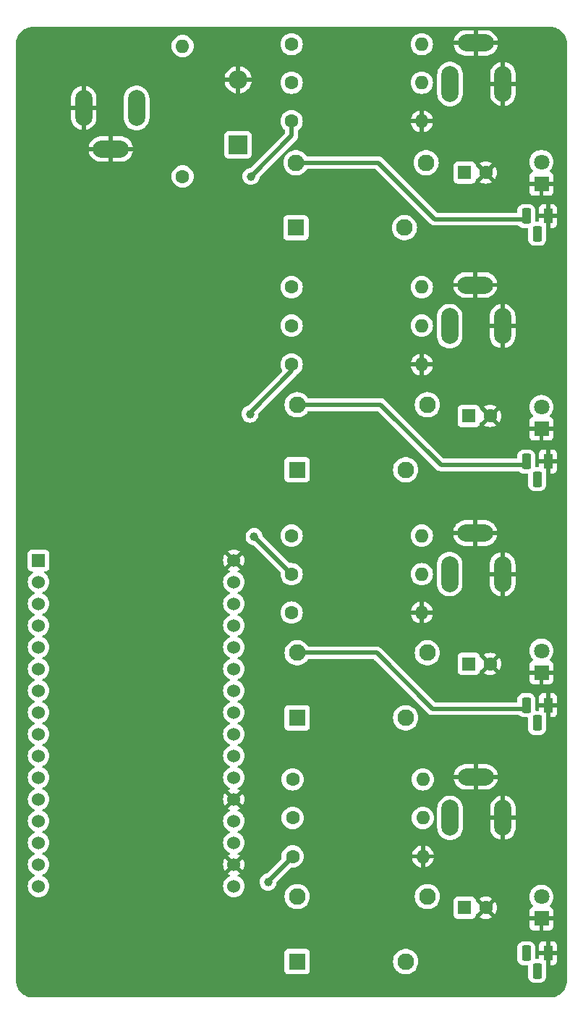
<source format=gbl>
G04 #@! TF.GenerationSoftware,KiCad,Pcbnew,8.0.1*
G04 #@! TF.CreationDate,2025-03-04T19:56:39+01:00*
G04 #@! TF.ProjectId,arroseurPCB,6172726f-7365-4757-9250-43422e6b6963,rev?*
G04 #@! TF.SameCoordinates,Original*
G04 #@! TF.FileFunction,Copper,L2,Bot*
G04 #@! TF.FilePolarity,Positive*
%FSLAX46Y46*%
G04 Gerber Fmt 4.6, Leading zero omitted, Abs format (unit mm)*
G04 Created by KiCad (PCBNEW 8.0.1) date 2025-03-04 19:56:39*
%MOMM*%
%LPD*%
G01*
G04 APERTURE LIST*
G04 Aperture macros list*
%AMRoundRect*
0 Rectangle with rounded corners*
0 $1 Rounding radius*
0 $2 $3 $4 $5 $6 $7 $8 $9 X,Y pos of 4 corners*
0 Add a 4 corners polygon primitive as box body*
4,1,4,$2,$3,$4,$5,$6,$7,$8,$9,$2,$3,0*
0 Add four circle primitives for the rounded corners*
1,1,$1+$1,$2,$3*
1,1,$1+$1,$4,$5*
1,1,$1+$1,$6,$7*
1,1,$1+$1,$8,$9*
0 Add four rect primitives between the rounded corners*
20,1,$1+$1,$2,$3,$4,$5,0*
20,1,$1+$1,$4,$5,$6,$7,0*
20,1,$1+$1,$6,$7,$8,$9,0*
20,1,$1+$1,$8,$9,$2,$3,0*%
G04 Aperture macros list end*
G04 #@! TA.AperFunction,ComponentPad*
%ADD10R,2.200000X2.200000*%
G04 #@! TD*
G04 #@! TA.AperFunction,ComponentPad*
%ADD11O,2.200000X2.200000*%
G04 #@! TD*
G04 #@! TA.AperFunction,ComponentPad*
%ADD12C,1.600000*%
G04 #@! TD*
G04 #@! TA.AperFunction,ComponentPad*
%ADD13O,1.600000X1.600000*%
G04 #@! TD*
G04 #@! TA.AperFunction,ComponentPad*
%ADD14R,1.100000X1.800000*%
G04 #@! TD*
G04 #@! TA.AperFunction,ComponentPad*
%ADD15RoundRect,0.275000X0.275000X0.625000X-0.275000X0.625000X-0.275000X-0.625000X0.275000X-0.625000X0*%
G04 #@! TD*
G04 #@! TA.AperFunction,ComponentPad*
%ADD16R,1.600000X1.600000*%
G04 #@! TD*
G04 #@! TA.AperFunction,ComponentPad*
%ADD17R,1.950000X1.950000*%
G04 #@! TD*
G04 #@! TA.AperFunction,ComponentPad*
%ADD18C,1.950000*%
G04 #@! TD*
G04 #@! TA.AperFunction,ComponentPad*
%ADD19R,1.800000X1.800000*%
G04 #@! TD*
G04 #@! TA.AperFunction,ComponentPad*
%ADD20C,1.800000*%
G04 #@! TD*
G04 #@! TA.AperFunction,ComponentPad*
%ADD21RoundRect,1.000000X0.000010X1.100000X-0.000010X1.100000X-0.000010X-1.100000X0.000010X-1.100000X0*%
G04 #@! TD*
G04 #@! TA.AperFunction,ComponentPad*
%ADD22RoundRect,1.000000X-1.100000X0.000010X-1.100000X-0.000010X1.100000X-0.000010X1.100000X0.000010X0*%
G04 #@! TD*
G04 #@! TA.AperFunction,ComponentPad*
%ADD23RoundRect,1.000000X-0.000010X-1.100000X0.000010X-1.100000X0.000010X1.100000X-0.000010X1.100000X0*%
G04 #@! TD*
G04 #@! TA.AperFunction,ComponentPad*
%ADD24R,1.524000X1.524000*%
G04 #@! TD*
G04 #@! TA.AperFunction,ComponentPad*
%ADD25C,1.524000*%
G04 #@! TD*
G04 #@! TA.AperFunction,ComponentPad*
%ADD26RoundRect,1.000000X1.100000X-0.000010X1.100000X0.000010X-1.100000X0.000010X-1.100000X-0.000010X0*%
G04 #@! TD*
G04 #@! TA.AperFunction,ViaPad*
%ADD27C,1.000000*%
G04 #@! TD*
G04 #@! TA.AperFunction,Conductor*
%ADD28C,0.500000*%
G04 #@! TD*
G04 APERTURE END LIST*
D10*
X134000000Y-61810000D03*
D11*
X134000000Y-54190000D03*
D12*
X140260000Y-116500000D03*
D13*
X155500000Y-116500000D03*
D12*
X140385000Y-140500000D03*
D13*
X155625000Y-140500000D03*
D12*
X140385000Y-145000000D03*
D13*
X155625000Y-145000000D03*
D14*
X170270000Y-127330000D03*
D15*
X169000000Y-129400000D03*
X167730000Y-127330000D03*
D16*
X161000000Y-93500000D03*
D12*
X163500000Y-93500000D03*
D17*
X140760000Y-71500000D03*
D18*
X140760000Y-63900000D03*
X153460000Y-71500000D03*
X156000000Y-63900000D03*
D19*
X169500000Y-66360000D03*
D20*
X169500000Y-63820000D03*
D19*
X169500000Y-123500000D03*
D20*
X169500000Y-120960000D03*
D17*
X140910000Y-157300000D03*
D18*
X140910000Y-149700000D03*
X153610000Y-157300000D03*
X156150000Y-149700000D03*
D14*
X170270000Y-98830000D03*
D15*
X169000000Y-100900000D03*
X167730000Y-98830000D03*
D12*
X140260000Y-112000000D03*
D13*
X155500000Y-112000000D03*
D16*
X160500000Y-65050000D03*
D12*
X163000000Y-65050000D03*
D19*
X169500000Y-95000000D03*
D20*
X169500000Y-92460000D03*
D12*
X140260000Y-59050000D03*
D13*
X155500000Y-59050000D03*
D21*
X158800000Y-54700000D03*
D22*
X161800000Y-49900000D03*
D23*
X165000000Y-54700000D03*
D12*
X140260000Y-82950000D03*
D13*
X155500000Y-82950000D03*
D12*
X140260000Y-87500000D03*
D13*
X155500000Y-87500000D03*
D14*
X170270000Y-70150000D03*
D15*
X169000000Y-72220000D03*
X167730000Y-70150000D03*
D19*
X169500000Y-152275000D03*
D20*
X169500000Y-149735000D03*
D24*
X110640000Y-110400000D03*
D25*
X110640000Y-112940000D03*
X110640000Y-115480000D03*
X110640000Y-118020000D03*
X110640000Y-120560000D03*
X110640000Y-123100000D03*
X110640000Y-125640000D03*
X110640000Y-128180000D03*
X110640000Y-130720000D03*
X110640000Y-133260000D03*
X110640000Y-135800000D03*
X110640000Y-138340000D03*
X110640000Y-140880000D03*
X110640000Y-143420000D03*
X110640000Y-145960000D03*
X110640000Y-148500000D03*
X133500000Y-110400000D03*
X133500000Y-112940000D03*
X133500000Y-115480000D03*
X133500000Y-118020000D03*
X133500000Y-120560000D03*
X133500000Y-123100000D03*
X133500000Y-125640000D03*
X133500000Y-128180000D03*
X133500000Y-130720000D03*
X133500000Y-133260000D03*
X133500000Y-135800000D03*
X133500000Y-138340000D03*
X133500000Y-140880000D03*
X133500000Y-143420000D03*
X133500000Y-145960000D03*
X133500000Y-148500000D03*
D16*
X160500000Y-151000000D03*
D12*
X163000000Y-151000000D03*
D21*
X158800000Y-140500000D03*
D22*
X161800000Y-135700000D03*
D23*
X165000000Y-140500000D03*
D12*
X127500000Y-65500000D03*
D13*
X127500000Y-50260000D03*
D12*
X140380000Y-136000000D03*
D13*
X155620000Y-136000000D03*
D17*
X140910000Y-128800000D03*
D18*
X140910000Y-121200000D03*
X153610000Y-128800000D03*
X156150000Y-121200000D03*
D12*
X140260000Y-50050000D03*
D13*
X155500000Y-50050000D03*
D21*
X158750000Y-112000000D03*
D22*
X161750000Y-107200000D03*
D23*
X164950000Y-112000000D03*
D16*
X161000000Y-122500000D03*
D12*
X163500000Y-122500000D03*
D23*
X122112500Y-57500000D03*
D26*
X119112500Y-62300000D03*
D21*
X115912500Y-57500000D03*
D17*
X140910000Y-99800000D03*
D18*
X140910000Y-92200000D03*
X153610000Y-99800000D03*
X156150000Y-92200000D03*
D14*
X170270000Y-156330000D03*
D15*
X169000000Y-158400000D03*
X167730000Y-156330000D03*
D12*
X140260000Y-78450000D03*
D13*
X155500000Y-78450000D03*
D12*
X140260000Y-54550000D03*
D13*
X155500000Y-54550000D03*
D21*
X158750000Y-83000000D03*
D22*
X161750000Y-78200000D03*
D23*
X164950000Y-83000000D03*
D12*
X140260000Y-107500000D03*
D13*
X155500000Y-107500000D03*
D27*
X135880000Y-107620000D03*
X137500000Y-148000000D03*
X135380000Y-93280000D03*
X135500000Y-65500000D03*
D28*
X150200000Y-121200000D02*
X140910000Y-121200000D01*
X156730000Y-127730000D02*
X150200000Y-121200000D01*
X167730000Y-127730000D02*
X156730000Y-127730000D01*
X157730000Y-99230000D02*
X167730000Y-99230000D01*
X140910000Y-92200000D02*
X150700000Y-92200000D01*
X150700000Y-92200000D02*
X157730000Y-99230000D01*
X157000000Y-70500000D02*
X150400000Y-63900000D01*
X167730000Y-70550000D02*
X167680000Y-70500000D01*
X150400000Y-63900000D02*
X140760000Y-63900000D01*
X167680000Y-70500000D02*
X157000000Y-70500000D01*
X135880000Y-107620000D02*
X140260000Y-112000000D01*
X135760000Y-107500000D02*
X135760000Y-107500000D01*
X137500000Y-148000000D02*
X137385000Y-148000000D01*
X137500000Y-147885000D02*
X137500000Y-148000000D01*
X140385000Y-145000000D02*
X137500000Y-147885000D01*
X137385000Y-148000000D02*
X137385000Y-148000000D01*
X135380000Y-93120000D02*
X140260000Y-88240000D01*
X140260000Y-88240000D02*
X140260000Y-87500000D01*
X135380000Y-93280000D02*
X135380000Y-93120000D01*
X135500000Y-65500000D02*
X140260000Y-60740000D01*
X140260000Y-60740000D02*
X140260000Y-59050000D01*
G04 #@! TA.AperFunction,Conductor*
G36*
X170504043Y-48000765D02*
G01*
X170752895Y-48017075D01*
X170768953Y-48019190D01*
X170976105Y-48060395D01*
X171009535Y-48067045D01*
X171025202Y-48071243D01*
X171194947Y-48128863D01*
X171257481Y-48150091D01*
X171272458Y-48156294D01*
X171481799Y-48259529D01*
X171492460Y-48264787D01*
X171506508Y-48272897D01*
X171710464Y-48409177D01*
X171723325Y-48419045D01*
X171767100Y-48457435D01*
X171907749Y-48580781D01*
X171919218Y-48592250D01*
X172080951Y-48776671D01*
X172090825Y-48789539D01*
X172227102Y-48993492D01*
X172235212Y-49007539D01*
X172343702Y-49227534D01*
X172349909Y-49242520D01*
X172428756Y-49474797D01*
X172432954Y-49490464D01*
X172480807Y-49731035D01*
X172482925Y-49747116D01*
X172499235Y-49995956D01*
X172499500Y-50004066D01*
X172499500Y-159495933D01*
X172499235Y-159504043D01*
X172482925Y-159752883D01*
X172480807Y-159768964D01*
X172432954Y-160009535D01*
X172428756Y-160025202D01*
X172349909Y-160257479D01*
X172343702Y-160272465D01*
X172235212Y-160492460D01*
X172227102Y-160506507D01*
X172090825Y-160710460D01*
X172080951Y-160723328D01*
X171919218Y-160907749D01*
X171907749Y-160919218D01*
X171723328Y-161080951D01*
X171710460Y-161090825D01*
X171506507Y-161227102D01*
X171492460Y-161235212D01*
X171272465Y-161343702D01*
X171257479Y-161349909D01*
X171025202Y-161428756D01*
X171009535Y-161432954D01*
X170768964Y-161480807D01*
X170752883Y-161482925D01*
X170504043Y-161499235D01*
X170495933Y-161499500D01*
X110004067Y-161499500D01*
X109995957Y-161499235D01*
X109747116Y-161482925D01*
X109731035Y-161480807D01*
X109490464Y-161432954D01*
X109474797Y-161428756D01*
X109242520Y-161349909D01*
X109227534Y-161343702D01*
X109007539Y-161235212D01*
X108993492Y-161227102D01*
X108789539Y-161090825D01*
X108776671Y-161080951D01*
X108592250Y-160919218D01*
X108580781Y-160907749D01*
X108419048Y-160723328D01*
X108409174Y-160710460D01*
X108272897Y-160506507D01*
X108264787Y-160492460D01*
X108158855Y-160277652D01*
X108156294Y-160272458D01*
X108150090Y-160257479D01*
X108071243Y-160025202D01*
X108067045Y-160009535D01*
X108059186Y-159970026D01*
X108019190Y-159768953D01*
X108017075Y-159752895D01*
X108000765Y-159504043D01*
X108000500Y-159495933D01*
X108000500Y-158322870D01*
X139434500Y-158322870D01*
X139434501Y-158322876D01*
X139440908Y-158382483D01*
X139491202Y-158517328D01*
X139491206Y-158517335D01*
X139577452Y-158632544D01*
X139577455Y-158632547D01*
X139692664Y-158718793D01*
X139692671Y-158718797D01*
X139827517Y-158769091D01*
X139827516Y-158769091D01*
X139834444Y-158769835D01*
X139887127Y-158775500D01*
X141932872Y-158775499D01*
X141992483Y-158769091D01*
X142127331Y-158718796D01*
X142242546Y-158632546D01*
X142328796Y-158517331D01*
X142379091Y-158382483D01*
X142385500Y-158322873D01*
X142385500Y-157300005D01*
X152129443Y-157300005D01*
X152149634Y-157543683D01*
X152149636Y-157543695D01*
X152209663Y-157780734D01*
X152307888Y-158004666D01*
X152441632Y-158209378D01*
X152607242Y-158389277D01*
X152607252Y-158389286D01*
X152800208Y-158539470D01*
X152800212Y-158539473D01*
X152972197Y-158632547D01*
X153015267Y-158655855D01*
X153015270Y-158655856D01*
X153246541Y-158735251D01*
X153246543Y-158735251D01*
X153246545Y-158735252D01*
X153487737Y-158775500D01*
X153487738Y-158775500D01*
X153732262Y-158775500D01*
X153732263Y-158775500D01*
X153973455Y-158735252D01*
X154204733Y-158655855D01*
X154419788Y-158539473D01*
X154612754Y-158389281D01*
X154778368Y-158209377D01*
X154912111Y-158004667D01*
X155010336Y-157780736D01*
X155070364Y-157543692D01*
X155076297Y-157472093D01*
X155090557Y-157300005D01*
X155090557Y-157299994D01*
X155070365Y-157056316D01*
X155070363Y-157056304D01*
X155055740Y-156998558D01*
X166679500Y-156998558D01*
X166694157Y-157128648D01*
X166694159Y-157128658D01*
X166751877Y-157293604D01*
X166751878Y-157293606D01*
X166844853Y-157441576D01*
X166968424Y-157565147D01*
X167116394Y-157658122D01*
X167281343Y-157715841D01*
X167281349Y-157715841D01*
X167281351Y-157715842D01*
X167322750Y-157720506D01*
X167411442Y-157730499D01*
X167411445Y-157730500D01*
X167411448Y-157730500D01*
X167825500Y-157730500D01*
X167892539Y-157750185D01*
X167938294Y-157802989D01*
X167949500Y-157854500D01*
X167949500Y-159068558D01*
X167964157Y-159198648D01*
X167964159Y-159198657D01*
X168021878Y-159363606D01*
X168114853Y-159511576D01*
X168238424Y-159635147D01*
X168386394Y-159728122D01*
X168551343Y-159785841D01*
X168551349Y-159785841D01*
X168551351Y-159785842D01*
X168592750Y-159790506D01*
X168681442Y-159800499D01*
X168681445Y-159800500D01*
X168681448Y-159800500D01*
X169318555Y-159800500D01*
X169318556Y-159800499D01*
X169448657Y-159785841D01*
X169613606Y-159728122D01*
X169761576Y-159635147D01*
X169885147Y-159511576D01*
X169978122Y-159363606D01*
X170035841Y-159198657D01*
X170050500Y-159068552D01*
X170050500Y-157731448D01*
X170035841Y-157601343D01*
X170030888Y-157587187D01*
X170026958Y-157575955D01*
X170020000Y-157535001D01*
X170020000Y-157010330D01*
X170039745Y-157030075D01*
X170125255Y-157079444D01*
X170220630Y-157105000D01*
X170319370Y-157105000D01*
X170414745Y-157079444D01*
X170500255Y-157030075D01*
X170520000Y-157010330D01*
X170520000Y-157730000D01*
X170867828Y-157730000D01*
X170867844Y-157729999D01*
X170927372Y-157723598D01*
X170927379Y-157723596D01*
X171062086Y-157673354D01*
X171062093Y-157673350D01*
X171177187Y-157587190D01*
X171177190Y-157587187D01*
X171263350Y-157472093D01*
X171263354Y-157472086D01*
X171313596Y-157337379D01*
X171313598Y-157337372D01*
X171319999Y-157277844D01*
X171320000Y-157277827D01*
X171320000Y-156580000D01*
X170616410Y-156580000D01*
X170570075Y-156499745D01*
X170500255Y-156429925D01*
X170414745Y-156380556D01*
X170319370Y-156355000D01*
X170220630Y-156355000D01*
X170125255Y-156380556D01*
X170039745Y-156429925D01*
X169969925Y-156499745D01*
X169923590Y-156580000D01*
X169220000Y-156580000D01*
X169220000Y-156875500D01*
X169200315Y-156942539D01*
X169147511Y-156988294D01*
X169096000Y-156999500D01*
X168904500Y-156999500D01*
X168837461Y-156979815D01*
X168791706Y-156927011D01*
X168780500Y-156875500D01*
X168780500Y-156080000D01*
X169220000Y-156080000D01*
X170020000Y-156080000D01*
X170020000Y-154930000D01*
X170520000Y-154930000D01*
X170520000Y-156080000D01*
X171320000Y-156080000D01*
X171320000Y-155382172D01*
X171319999Y-155382155D01*
X171313598Y-155322627D01*
X171313596Y-155322620D01*
X171263354Y-155187913D01*
X171263350Y-155187906D01*
X171177190Y-155072812D01*
X171177187Y-155072809D01*
X171062093Y-154986649D01*
X171062086Y-154986645D01*
X170927379Y-154936403D01*
X170927372Y-154936401D01*
X170867844Y-154930000D01*
X170520000Y-154930000D01*
X170020000Y-154930000D01*
X169672155Y-154930000D01*
X169612627Y-154936401D01*
X169612620Y-154936403D01*
X169477913Y-154986645D01*
X169477906Y-154986649D01*
X169362812Y-155072809D01*
X169362809Y-155072812D01*
X169276649Y-155187906D01*
X169276645Y-155187913D01*
X169226403Y-155322620D01*
X169226401Y-155322627D01*
X169220000Y-155382155D01*
X169220000Y-156080000D01*
X168780500Y-156080000D01*
X168780500Y-155661445D01*
X168780499Y-155661441D01*
X168765842Y-155531351D01*
X168765841Y-155531349D01*
X168765841Y-155531343D01*
X168708122Y-155366394D01*
X168615147Y-155218424D01*
X168491576Y-155094853D01*
X168343606Y-155001878D01*
X168343605Y-155001877D01*
X168343604Y-155001877D01*
X168178658Y-154944159D01*
X168178648Y-154944157D01*
X168048558Y-154929500D01*
X168048552Y-154929500D01*
X167411448Y-154929500D01*
X167411441Y-154929500D01*
X167281351Y-154944157D01*
X167281341Y-154944159D01*
X167116395Y-155001877D01*
X166968423Y-155094853D01*
X166844853Y-155218423D01*
X166751877Y-155366395D01*
X166694159Y-155531341D01*
X166694157Y-155531351D01*
X166679500Y-155661441D01*
X166679500Y-156998558D01*
X155055740Y-156998558D01*
X155010336Y-156819265D01*
X154949525Y-156680630D01*
X154912111Y-156595333D01*
X154778368Y-156390623D01*
X154778367Y-156390621D01*
X154612757Y-156210722D01*
X154612747Y-156210713D01*
X154419791Y-156060529D01*
X154419787Y-156060526D01*
X154204734Y-155944145D01*
X154204729Y-155944143D01*
X153973458Y-155864748D01*
X153770664Y-155830908D01*
X153732263Y-155824500D01*
X153487737Y-155824500D01*
X153449336Y-155830908D01*
X153246541Y-155864748D01*
X153015270Y-155944143D01*
X153015265Y-155944145D01*
X152800212Y-156060526D01*
X152800208Y-156060529D01*
X152607252Y-156210713D01*
X152607242Y-156210722D01*
X152441632Y-156390621D01*
X152307888Y-156595333D01*
X152209663Y-156819265D01*
X152149636Y-157056304D01*
X152149634Y-157056316D01*
X152129443Y-157299994D01*
X152129443Y-157300005D01*
X142385500Y-157300005D01*
X142385499Y-156277128D01*
X142379091Y-156217517D01*
X142376553Y-156210713D01*
X142328797Y-156082671D01*
X142328793Y-156082664D01*
X142242547Y-155967455D01*
X142242544Y-155967452D01*
X142127335Y-155881206D01*
X142127328Y-155881202D01*
X141992482Y-155830908D01*
X141992483Y-155830908D01*
X141932883Y-155824501D01*
X141932881Y-155824500D01*
X141932873Y-155824500D01*
X141932864Y-155824500D01*
X139887129Y-155824500D01*
X139887123Y-155824501D01*
X139827516Y-155830908D01*
X139692671Y-155881202D01*
X139692664Y-155881206D01*
X139577455Y-155967452D01*
X139577452Y-155967455D01*
X139491206Y-156082664D01*
X139491202Y-156082671D01*
X139440908Y-156217517D01*
X139434501Y-156277116D01*
X139434501Y-156277123D01*
X139434500Y-156277135D01*
X139434500Y-158322870D01*
X108000500Y-158322870D01*
X108000500Y-151847870D01*
X159199500Y-151847870D01*
X159199501Y-151847876D01*
X159205908Y-151907483D01*
X159256202Y-152042328D01*
X159256206Y-152042335D01*
X159342452Y-152157544D01*
X159342455Y-152157547D01*
X159457664Y-152243793D01*
X159457671Y-152243797D01*
X159592517Y-152294091D01*
X159592516Y-152294091D01*
X159599444Y-152294835D01*
X159652127Y-152300500D01*
X161347872Y-152300499D01*
X161407483Y-152294091D01*
X161542331Y-152243796D01*
X161657546Y-152157546D01*
X161743796Y-152042331D01*
X161794091Y-151907483D01*
X161800500Y-151847873D01*
X161800499Y-151847845D01*
X161800678Y-151844547D01*
X161802183Y-151844627D01*
X161820112Y-151783326D01*
X161872868Y-151737514D01*
X161916465Y-151729981D01*
X162600000Y-151046446D01*
X162600000Y-151052661D01*
X162627259Y-151154394D01*
X162679920Y-151245606D01*
X162754394Y-151320080D01*
X162845606Y-151372741D01*
X162947339Y-151400000D01*
X162953553Y-151400000D01*
X162274526Y-152079025D01*
X162347513Y-152130132D01*
X162347521Y-152130136D01*
X162553668Y-152226264D01*
X162553682Y-152226269D01*
X162773389Y-152285139D01*
X162773400Y-152285141D01*
X162999998Y-152304966D01*
X163000002Y-152304966D01*
X163226599Y-152285141D01*
X163226610Y-152285139D01*
X163446317Y-152226269D01*
X163446331Y-152226264D01*
X163652478Y-152130136D01*
X163725471Y-152079024D01*
X163046447Y-151400000D01*
X163052661Y-151400000D01*
X163154394Y-151372741D01*
X163245606Y-151320080D01*
X163320080Y-151245606D01*
X163372741Y-151154394D01*
X163400000Y-151052661D01*
X163400000Y-151046447D01*
X164079024Y-151725471D01*
X164130136Y-151652478D01*
X164226264Y-151446331D01*
X164226269Y-151446317D01*
X164285139Y-151226610D01*
X164285141Y-151226599D01*
X164304966Y-151000002D01*
X164304966Y-150999997D01*
X164285141Y-150773400D01*
X164285139Y-150773389D01*
X164226269Y-150553682D01*
X164226264Y-150553668D01*
X164130136Y-150347521D01*
X164130132Y-150347513D01*
X164079025Y-150274526D01*
X163400000Y-150953551D01*
X163400000Y-150947339D01*
X163372741Y-150845606D01*
X163320080Y-150754394D01*
X163245606Y-150679920D01*
X163154394Y-150627259D01*
X163052661Y-150600000D01*
X163046448Y-150600000D01*
X163725472Y-149920974D01*
X163652478Y-149869863D01*
X163446331Y-149773735D01*
X163446317Y-149773730D01*
X163301796Y-149735006D01*
X168094700Y-149735006D01*
X168113864Y-149966297D01*
X168113866Y-149966308D01*
X168170842Y-150191300D01*
X168264075Y-150403848D01*
X168391018Y-150598150D01*
X168486167Y-150701510D01*
X168517089Y-150764164D01*
X168509228Y-150833590D01*
X168465081Y-150887746D01*
X168438271Y-150901674D01*
X168357911Y-150931646D01*
X168357906Y-150931649D01*
X168242812Y-151017809D01*
X168242809Y-151017812D01*
X168156649Y-151132906D01*
X168156645Y-151132913D01*
X168106403Y-151267620D01*
X168106401Y-151267627D01*
X168100000Y-151327155D01*
X168100000Y-152025000D01*
X169124722Y-152025000D01*
X169080667Y-152101306D01*
X169050000Y-152215756D01*
X169050000Y-152334244D01*
X169080667Y-152448694D01*
X169124722Y-152525000D01*
X168100000Y-152525000D01*
X168100000Y-153222844D01*
X168106401Y-153282372D01*
X168106403Y-153282379D01*
X168156645Y-153417086D01*
X168156649Y-153417093D01*
X168242809Y-153532187D01*
X168242812Y-153532190D01*
X168357906Y-153618350D01*
X168357913Y-153618354D01*
X168492620Y-153668596D01*
X168492627Y-153668598D01*
X168552155Y-153674999D01*
X168552172Y-153675000D01*
X169250000Y-153675000D01*
X169250000Y-152650277D01*
X169326306Y-152694333D01*
X169440756Y-152725000D01*
X169559244Y-152725000D01*
X169673694Y-152694333D01*
X169750000Y-152650277D01*
X169750000Y-153675000D01*
X170447828Y-153675000D01*
X170447844Y-153674999D01*
X170507372Y-153668598D01*
X170507379Y-153668596D01*
X170642086Y-153618354D01*
X170642093Y-153618350D01*
X170757187Y-153532190D01*
X170757190Y-153532187D01*
X170843350Y-153417093D01*
X170843354Y-153417086D01*
X170893596Y-153282379D01*
X170893598Y-153282372D01*
X170899999Y-153222844D01*
X170900000Y-153222827D01*
X170900000Y-152525000D01*
X169875278Y-152525000D01*
X169919333Y-152448694D01*
X169950000Y-152334244D01*
X169950000Y-152215756D01*
X169919333Y-152101306D01*
X169875278Y-152025000D01*
X170900000Y-152025000D01*
X170900000Y-151327172D01*
X170899999Y-151327155D01*
X170893598Y-151267627D01*
X170893596Y-151267620D01*
X170843354Y-151132913D01*
X170843350Y-151132906D01*
X170757190Y-151017812D01*
X170757187Y-151017809D01*
X170642093Y-150931649D01*
X170642086Y-150931645D01*
X170561729Y-150901674D01*
X170505795Y-150859803D01*
X170481378Y-150794338D01*
X170496230Y-150726065D01*
X170513826Y-150701516D01*
X170608979Y-150598153D01*
X170735924Y-150403849D01*
X170829157Y-150191300D01*
X170886134Y-149966305D01*
X170886135Y-149966297D01*
X170905300Y-149735006D01*
X170905300Y-149734993D01*
X170886135Y-149503702D01*
X170886133Y-149503691D01*
X170829157Y-149278699D01*
X170735924Y-149066151D01*
X170608983Y-148871852D01*
X170608980Y-148871849D01*
X170608979Y-148871847D01*
X170451784Y-148701087D01*
X170451779Y-148701083D01*
X170451777Y-148701081D01*
X170268634Y-148558535D01*
X170268628Y-148558531D01*
X170064504Y-148448064D01*
X170064495Y-148448061D01*
X169844984Y-148372702D01*
X169673282Y-148344050D01*
X169616049Y-148334500D01*
X169383951Y-148334500D01*
X169338164Y-148342140D01*
X169155015Y-148372702D01*
X168935504Y-148448061D01*
X168935495Y-148448064D01*
X168731371Y-148558531D01*
X168731365Y-148558535D01*
X168548222Y-148701081D01*
X168548219Y-148701084D01*
X168548216Y-148701086D01*
X168548216Y-148701087D01*
X168530743Y-148720068D01*
X168391016Y-148871852D01*
X168264075Y-149066151D01*
X168170842Y-149278699D01*
X168113866Y-149503691D01*
X168113864Y-149503702D01*
X168094700Y-149734993D01*
X168094700Y-149735006D01*
X163301796Y-149735006D01*
X163226610Y-149714860D01*
X163226599Y-149714858D01*
X163000002Y-149695034D01*
X162999998Y-149695034D01*
X162773400Y-149714858D01*
X162773389Y-149714860D01*
X162553682Y-149773730D01*
X162553673Y-149773734D01*
X162347516Y-149869866D01*
X162347512Y-149869868D01*
X162274526Y-149920973D01*
X162274526Y-149920974D01*
X162953553Y-150600000D01*
X162947339Y-150600000D01*
X162845606Y-150627259D01*
X162754394Y-150679920D01*
X162679920Y-150754394D01*
X162627259Y-150845606D01*
X162600000Y-150947339D01*
X162600000Y-150953552D01*
X161915799Y-150269351D01*
X161866805Y-150259505D01*
X161816622Y-150210889D01*
X161801981Y-150155366D01*
X161800900Y-150155423D01*
X161800854Y-150155429D01*
X161800853Y-150155426D01*
X161800676Y-150155436D01*
X161800499Y-150152135D01*
X161800499Y-150152128D01*
X161794091Y-150092517D01*
X161743796Y-149957669D01*
X161743795Y-149957668D01*
X161743793Y-149957664D01*
X161657547Y-149842455D01*
X161657544Y-149842452D01*
X161542335Y-149756206D01*
X161542328Y-149756202D01*
X161407482Y-149705908D01*
X161407483Y-149705908D01*
X161347883Y-149699501D01*
X161347881Y-149699500D01*
X161347873Y-149699500D01*
X161347864Y-149699500D01*
X159652129Y-149699500D01*
X159652123Y-149699501D01*
X159592516Y-149705908D01*
X159457671Y-149756202D01*
X159457664Y-149756206D01*
X159342455Y-149842452D01*
X159342452Y-149842455D01*
X159256206Y-149957664D01*
X159256202Y-149957671D01*
X159205908Y-150092517D01*
X159199501Y-150152116D01*
X159199501Y-150152123D01*
X159199500Y-150152135D01*
X159199500Y-151847870D01*
X108000500Y-151847870D01*
X108000500Y-148500002D01*
X109372677Y-148500002D01*
X109391929Y-148720062D01*
X109391930Y-148720070D01*
X109449104Y-148933445D01*
X109449105Y-148933447D01*
X109449106Y-148933450D01*
X109510985Y-149066151D01*
X109542466Y-149133662D01*
X109542468Y-149133666D01*
X109669170Y-149314615D01*
X109669175Y-149314621D01*
X109825378Y-149470824D01*
X109825384Y-149470829D01*
X110006333Y-149597531D01*
X110006335Y-149597532D01*
X110006338Y-149597534D01*
X110206550Y-149690894D01*
X110419932Y-149748070D01*
X110577123Y-149761822D01*
X110639998Y-149767323D01*
X110640000Y-149767323D01*
X110640002Y-149767323D01*
X110695017Y-149762509D01*
X110860068Y-149748070D01*
X111073450Y-149690894D01*
X111273662Y-149597534D01*
X111454620Y-149470826D01*
X111610826Y-149314620D01*
X111737534Y-149133662D01*
X111830894Y-148933450D01*
X111888070Y-148720068D01*
X111907323Y-148500002D01*
X132232677Y-148500002D01*
X132251929Y-148720062D01*
X132251930Y-148720070D01*
X132309104Y-148933445D01*
X132309105Y-148933447D01*
X132309106Y-148933450D01*
X132370985Y-149066151D01*
X132402466Y-149133662D01*
X132402468Y-149133666D01*
X132529170Y-149314615D01*
X132529175Y-149314621D01*
X132685378Y-149470824D01*
X132685384Y-149470829D01*
X132866333Y-149597531D01*
X132866335Y-149597532D01*
X132866338Y-149597534D01*
X133066550Y-149690894D01*
X133279932Y-149748070D01*
X133437123Y-149761822D01*
X133499998Y-149767323D01*
X133500000Y-149767323D01*
X133500002Y-149767323D01*
X133555017Y-149762509D01*
X133720068Y-149748070D01*
X133899448Y-149700005D01*
X139429443Y-149700005D01*
X139449634Y-149943683D01*
X139449636Y-149943695D01*
X139509663Y-150180734D01*
X139607888Y-150404666D01*
X139741632Y-150609378D01*
X139907242Y-150789277D01*
X139907252Y-150789286D01*
X140100208Y-150939470D01*
X140100212Y-150939473D01*
X140212050Y-150999997D01*
X140315267Y-151055855D01*
X140315270Y-151055856D01*
X140546541Y-151135251D01*
X140546543Y-151135251D01*
X140546545Y-151135252D01*
X140787737Y-151175500D01*
X140787738Y-151175500D01*
X141032262Y-151175500D01*
X141032263Y-151175500D01*
X141273455Y-151135252D01*
X141504733Y-151055855D01*
X141719788Y-150939473D01*
X141912754Y-150789281D01*
X142078368Y-150609377D01*
X142212111Y-150404667D01*
X142310336Y-150180736D01*
X142370364Y-149943692D01*
X142370365Y-149943683D01*
X142390557Y-149700005D01*
X154669443Y-149700005D01*
X154689634Y-149943683D01*
X154689636Y-149943695D01*
X154749663Y-150180734D01*
X154847888Y-150404666D01*
X154981632Y-150609378D01*
X155147242Y-150789277D01*
X155147252Y-150789286D01*
X155340208Y-150939470D01*
X155340212Y-150939473D01*
X155452050Y-150999997D01*
X155555267Y-151055855D01*
X155555270Y-151055856D01*
X155786541Y-151135251D01*
X155786543Y-151135251D01*
X155786545Y-151135252D01*
X156027737Y-151175500D01*
X156027738Y-151175500D01*
X156272262Y-151175500D01*
X156272263Y-151175500D01*
X156513455Y-151135252D01*
X156744733Y-151055855D01*
X156959788Y-150939473D01*
X157152754Y-150789281D01*
X157318368Y-150609377D01*
X157452111Y-150404667D01*
X157550336Y-150180736D01*
X157610364Y-149943692D01*
X157610365Y-149943683D01*
X157630557Y-149700005D01*
X157630557Y-149699994D01*
X157610365Y-149456316D01*
X157610363Y-149456304D01*
X157574484Y-149314621D01*
X157550336Y-149219264D01*
X157452111Y-148995333D01*
X157371434Y-148871847D01*
X157318367Y-148790621D01*
X157152757Y-148610722D01*
X157152747Y-148610713D01*
X156959791Y-148460529D01*
X156959787Y-148460526D01*
X156744734Y-148344145D01*
X156744729Y-148344143D01*
X156513458Y-148264748D01*
X156332561Y-148234562D01*
X156272263Y-148224500D01*
X156027737Y-148224500D01*
X155979498Y-148232549D01*
X155786541Y-148264748D01*
X155555270Y-148344143D01*
X155555265Y-148344145D01*
X155340212Y-148460526D01*
X155340208Y-148460529D01*
X155147252Y-148610713D01*
X155147242Y-148610722D01*
X154981632Y-148790621D01*
X154847888Y-148995333D01*
X154749663Y-149219265D01*
X154689636Y-149456304D01*
X154689634Y-149456316D01*
X154669443Y-149699994D01*
X154669443Y-149700005D01*
X142390557Y-149700005D01*
X142390557Y-149699994D01*
X142370365Y-149456316D01*
X142370363Y-149456304D01*
X142334484Y-149314621D01*
X142310336Y-149219264D01*
X142212111Y-148995333D01*
X142131434Y-148871847D01*
X142078367Y-148790621D01*
X141912757Y-148610722D01*
X141912747Y-148610713D01*
X141719791Y-148460529D01*
X141719787Y-148460526D01*
X141504734Y-148344145D01*
X141504729Y-148344143D01*
X141273458Y-148264748D01*
X141092561Y-148234562D01*
X141032263Y-148224500D01*
X140787737Y-148224500D01*
X140739498Y-148232549D01*
X140546541Y-148264748D01*
X140315270Y-148344143D01*
X140315265Y-148344145D01*
X140100212Y-148460526D01*
X140100208Y-148460529D01*
X139907252Y-148610713D01*
X139907242Y-148610722D01*
X139741632Y-148790621D01*
X139607888Y-148995333D01*
X139509663Y-149219265D01*
X139449636Y-149456304D01*
X139449634Y-149456316D01*
X139429443Y-149699994D01*
X139429443Y-149700005D01*
X133899448Y-149700005D01*
X133933450Y-149690894D01*
X134133662Y-149597534D01*
X134314620Y-149470826D01*
X134470826Y-149314620D01*
X134597534Y-149133662D01*
X134690894Y-148933450D01*
X134748070Y-148720068D01*
X134767323Y-148500000D01*
X134748070Y-148279932D01*
X134690894Y-148066550D01*
X134659861Y-148000000D01*
X136494659Y-148000000D01*
X136513975Y-148196129D01*
X136571188Y-148384733D01*
X136664086Y-148558532D01*
X136664090Y-148558539D01*
X136789116Y-148710883D01*
X136941460Y-148835909D01*
X136941467Y-148835913D01*
X137115266Y-148928811D01*
X137115269Y-148928811D01*
X137115273Y-148928814D01*
X137303868Y-148986024D01*
X137500000Y-149005341D01*
X137696132Y-148986024D01*
X137884727Y-148928814D01*
X138058538Y-148835910D01*
X138210883Y-148710883D01*
X138335910Y-148558538D01*
X138428814Y-148384727D01*
X138486024Y-148196132D01*
X138505341Y-148000000D01*
X138505341Y-147999998D01*
X138505341Y-147993908D01*
X138507856Y-147993908D01*
X138518792Y-147936086D01*
X138541520Y-147904846D01*
X140119652Y-146326714D01*
X140180973Y-146293231D01*
X140218135Y-146290869D01*
X140361366Y-146303400D01*
X140384999Y-146305468D01*
X140385000Y-146305468D01*
X140385002Y-146305468D01*
X140441673Y-146300509D01*
X140611692Y-146285635D01*
X140831496Y-146226739D01*
X141037734Y-146130568D01*
X141224139Y-146000047D01*
X141385047Y-145839139D01*
X141515568Y-145652734D01*
X141611739Y-145446496D01*
X141670635Y-145226692D01*
X141690468Y-145000000D01*
X141689520Y-144989170D01*
X141676960Y-144845606D01*
X141670635Y-144773308D01*
X141664389Y-144749999D01*
X154346127Y-144749999D01*
X154346128Y-144750000D01*
X155309314Y-144750000D01*
X155304920Y-144754394D01*
X155252259Y-144845606D01*
X155225000Y-144947339D01*
X155225000Y-145052661D01*
X155252259Y-145154394D01*
X155304920Y-145245606D01*
X155309314Y-145250000D01*
X154346128Y-145250000D01*
X154398730Y-145446317D01*
X154398734Y-145446326D01*
X154494865Y-145652482D01*
X154625342Y-145838820D01*
X154786179Y-145999657D01*
X154972517Y-146130134D01*
X155178673Y-146226265D01*
X155178682Y-146226269D01*
X155374999Y-146278872D01*
X155375000Y-146278871D01*
X155375000Y-145315686D01*
X155379394Y-145320080D01*
X155470606Y-145372741D01*
X155572339Y-145400000D01*
X155677661Y-145400000D01*
X155779394Y-145372741D01*
X155870606Y-145320080D01*
X155875000Y-145315686D01*
X155875000Y-146278872D01*
X156071317Y-146226269D01*
X156071326Y-146226265D01*
X156277482Y-146130134D01*
X156463820Y-145999657D01*
X156624657Y-145838820D01*
X156755134Y-145652482D01*
X156851265Y-145446326D01*
X156851269Y-145446317D01*
X156903872Y-145250000D01*
X155940686Y-145250000D01*
X155945080Y-145245606D01*
X155997741Y-145154394D01*
X156025000Y-145052661D01*
X156025000Y-144947339D01*
X155997741Y-144845606D01*
X155945080Y-144754394D01*
X155940686Y-144750000D01*
X156903872Y-144750000D01*
X156903872Y-144749999D01*
X156851269Y-144553682D01*
X156851265Y-144553673D01*
X156755134Y-144347517D01*
X156624657Y-144161179D01*
X156463820Y-144000342D01*
X156277482Y-143869865D01*
X156071328Y-143773734D01*
X155875000Y-143721127D01*
X155875000Y-144684314D01*
X155870606Y-144679920D01*
X155779394Y-144627259D01*
X155677661Y-144600000D01*
X155572339Y-144600000D01*
X155470606Y-144627259D01*
X155379394Y-144679920D01*
X155375000Y-144684314D01*
X155375000Y-143721127D01*
X155178671Y-143773734D01*
X154972517Y-143869865D01*
X154786179Y-144000342D01*
X154625342Y-144161179D01*
X154494865Y-144347517D01*
X154398734Y-144553673D01*
X154398730Y-144553682D01*
X154346127Y-144749999D01*
X141664389Y-144749999D01*
X141611739Y-144553504D01*
X141515568Y-144347266D01*
X141385047Y-144160861D01*
X141385045Y-144160858D01*
X141224141Y-143999954D01*
X141037734Y-143869432D01*
X141037732Y-143869431D01*
X140831497Y-143773261D01*
X140831488Y-143773258D01*
X140611697Y-143714366D01*
X140611693Y-143714365D01*
X140611692Y-143714365D01*
X140611691Y-143714364D01*
X140611686Y-143714364D01*
X140385002Y-143694532D01*
X140384998Y-143694532D01*
X140158313Y-143714364D01*
X140158302Y-143714366D01*
X139938511Y-143773258D01*
X139938502Y-143773261D01*
X139732267Y-143869431D01*
X139732265Y-143869432D01*
X139545858Y-143999954D01*
X139384954Y-144160858D01*
X139254432Y-144347265D01*
X139254431Y-144347267D01*
X139158261Y-144553502D01*
X139158258Y-144553511D01*
X139099366Y-144773302D01*
X139099364Y-144773313D01*
X139079532Y-144999998D01*
X139079532Y-145000003D01*
X139094129Y-145166861D01*
X139080362Y-145235360D01*
X139058282Y-145265348D01*
X137334138Y-146989492D01*
X137282453Y-147020471D01*
X137115271Y-147071186D01*
X136941467Y-147164086D01*
X136941460Y-147164090D01*
X136789116Y-147289116D01*
X136664090Y-147441460D01*
X136664086Y-147441467D01*
X136571188Y-147615266D01*
X136513975Y-147803870D01*
X136494659Y-148000000D01*
X134659861Y-148000000D01*
X134597534Y-147866339D01*
X134470826Y-147685380D01*
X134314620Y-147529174D01*
X134314616Y-147529171D01*
X134314615Y-147529170D01*
X134133666Y-147402468D01*
X134133662Y-147402466D01*
X134004218Y-147342105D01*
X133951779Y-147295932D01*
X133932627Y-147228739D01*
X133952843Y-147161858D01*
X134004219Y-147117340D01*
X134133416Y-147057095D01*
X134133417Y-147057094D01*
X134198188Y-147011741D01*
X133635942Y-146449494D01*
X133696081Y-146433381D01*
X133811920Y-146366502D01*
X133906502Y-146271920D01*
X133973381Y-146156081D01*
X133989495Y-146095942D01*
X134551741Y-146658188D01*
X134597094Y-146593417D01*
X134597100Y-146593407D01*
X134690419Y-146393284D01*
X134690424Y-146393270D01*
X134747573Y-146179986D01*
X134747575Y-146179976D01*
X134766821Y-145960000D01*
X134766821Y-145959999D01*
X134747575Y-145740023D01*
X134747573Y-145740013D01*
X134690424Y-145526729D01*
X134690420Y-145526720D01*
X134597096Y-145326586D01*
X134551741Y-145261811D01*
X134551740Y-145261810D01*
X133989494Y-145824056D01*
X133973381Y-145763919D01*
X133906502Y-145648080D01*
X133811920Y-145553498D01*
X133696081Y-145486619D01*
X133635942Y-145470505D01*
X134198188Y-144908259D01*
X134198187Y-144908258D01*
X134133411Y-144862901D01*
X134133405Y-144862898D01*
X134004219Y-144802658D01*
X133951779Y-144756486D01*
X133932627Y-144689293D01*
X133952843Y-144622411D01*
X134004219Y-144577894D01*
X134004811Y-144577618D01*
X134133662Y-144517534D01*
X134314620Y-144390826D01*
X134470826Y-144234620D01*
X134597534Y-144053662D01*
X134690894Y-143853450D01*
X134748070Y-143640068D01*
X134767323Y-143420000D01*
X134748070Y-143199932D01*
X134690894Y-142986550D01*
X134597534Y-142786339D01*
X134470826Y-142605380D01*
X134314620Y-142449174D01*
X134314616Y-142449171D01*
X134314615Y-142449170D01*
X134133666Y-142322468D01*
X134133658Y-142322464D01*
X134004811Y-142262382D01*
X133952371Y-142216210D01*
X133933219Y-142149017D01*
X133953435Y-142082135D01*
X134004811Y-142037618D01*
X134021973Y-142029615D01*
X134133662Y-141977534D01*
X134314620Y-141850826D01*
X134470826Y-141694620D01*
X134597534Y-141513662D01*
X134690894Y-141313450D01*
X134748070Y-141100068D01*
X134767323Y-140880000D01*
X134748070Y-140659932D01*
X134705216Y-140500001D01*
X139079532Y-140500001D01*
X139099364Y-140726686D01*
X139099366Y-140726697D01*
X139158258Y-140946488D01*
X139158261Y-140946497D01*
X139254431Y-141152732D01*
X139254432Y-141152734D01*
X139384954Y-141339141D01*
X139545858Y-141500045D01*
X139545861Y-141500047D01*
X139732266Y-141630568D01*
X139938504Y-141726739D01*
X140158308Y-141785635D01*
X140320230Y-141799801D01*
X140384998Y-141805468D01*
X140385000Y-141805468D01*
X140385002Y-141805468D01*
X140441673Y-141800509D01*
X140611692Y-141785635D01*
X140831496Y-141726739D01*
X141037734Y-141630568D01*
X141224139Y-141500047D01*
X141385047Y-141339139D01*
X141515568Y-141152734D01*
X141611739Y-140946496D01*
X141670635Y-140726692D01*
X141690468Y-140500001D01*
X154319532Y-140500001D01*
X154339364Y-140726686D01*
X154339366Y-140726697D01*
X154398258Y-140946488D01*
X154398261Y-140946497D01*
X154494431Y-141152732D01*
X154494432Y-141152734D01*
X154624954Y-141339141D01*
X154785858Y-141500045D01*
X154785861Y-141500047D01*
X154972266Y-141630568D01*
X155178504Y-141726739D01*
X155398308Y-141785635D01*
X155560230Y-141799801D01*
X155624998Y-141805468D01*
X155625000Y-141805468D01*
X155625002Y-141805468D01*
X155681673Y-141800509D01*
X155851692Y-141785635D01*
X156071496Y-141726739D01*
X156165616Y-141682850D01*
X157299500Y-141682850D01*
X157305918Y-141786235D01*
X157305919Y-141786238D01*
X157356950Y-142029615D01*
X157356953Y-142029625D01*
X157447342Y-142261269D01*
X157447344Y-142261273D01*
X157559309Y-142449175D01*
X157574639Y-142474902D01*
X157735348Y-142664649D01*
X157735350Y-142664651D01*
X157925097Y-142825360D01*
X157925103Y-142825363D01*
X157925106Y-142825366D01*
X158138727Y-142952656D01*
X158138730Y-142952657D01*
X158370374Y-143043046D01*
X158370381Y-143043048D01*
X158370386Y-143043050D01*
X158613763Y-143094081D01*
X158717158Y-143100500D01*
X158717169Y-143100500D01*
X158882831Y-143100500D01*
X158882842Y-143100500D01*
X158986237Y-143094081D01*
X159229614Y-143043050D01*
X159229621Y-143043046D01*
X159229625Y-143043046D01*
X159374410Y-142986550D01*
X159461273Y-142952656D01*
X159674894Y-142825366D01*
X159674898Y-142825361D01*
X159674902Y-142825360D01*
X159864649Y-142664651D01*
X159864651Y-142664649D01*
X160025360Y-142474902D01*
X160025361Y-142474898D01*
X160025366Y-142474894D01*
X160152656Y-142261273D01*
X160222556Y-142082135D01*
X160243046Y-142029625D01*
X160243046Y-142029621D01*
X160243050Y-142029614D01*
X160294081Y-141786237D01*
X160300500Y-141682842D01*
X160300500Y-141682810D01*
X163500000Y-141682810D01*
X163506417Y-141786173D01*
X163506418Y-141786176D01*
X163557432Y-142029472D01*
X163557435Y-142029482D01*
X163647793Y-142261049D01*
X163775046Y-142474608D01*
X163935703Y-142664294D01*
X163935705Y-142664296D01*
X164125391Y-142824953D01*
X164338950Y-142952206D01*
X164570517Y-143042564D01*
X164570527Y-143042567D01*
X164750000Y-143080198D01*
X164750000Y-141915686D01*
X164754394Y-141920080D01*
X164845606Y-141972741D01*
X164947339Y-142000000D01*
X165052661Y-142000000D01*
X165154394Y-141972741D01*
X165245606Y-141920080D01*
X165250000Y-141915686D01*
X165250000Y-143080198D01*
X165429472Y-143042567D01*
X165429482Y-143042564D01*
X165661049Y-142952206D01*
X165874608Y-142824953D01*
X166064294Y-142664296D01*
X166064296Y-142664294D01*
X166224953Y-142474608D01*
X166352206Y-142261049D01*
X166442564Y-142029482D01*
X166442567Y-142029472D01*
X166493581Y-141786176D01*
X166493582Y-141786173D01*
X166499999Y-141682810D01*
X166500000Y-141682793D01*
X166500000Y-140750000D01*
X165400000Y-140750000D01*
X165400000Y-140250000D01*
X166500000Y-140250000D01*
X166500000Y-139317206D01*
X166499999Y-139317189D01*
X166493582Y-139213826D01*
X166493581Y-139213823D01*
X166442567Y-138970527D01*
X166442564Y-138970517D01*
X166352206Y-138738950D01*
X166224953Y-138525391D01*
X166064296Y-138335705D01*
X166064294Y-138335703D01*
X165874608Y-138175046D01*
X165661049Y-138047793D01*
X165429480Y-137957434D01*
X165429472Y-137957432D01*
X165250000Y-137919800D01*
X165250000Y-139084314D01*
X165245606Y-139079920D01*
X165154394Y-139027259D01*
X165052661Y-139000000D01*
X164947339Y-139000000D01*
X164845606Y-139027259D01*
X164754394Y-139079920D01*
X164750000Y-139084314D01*
X164750000Y-137919800D01*
X164749999Y-137919800D01*
X164570527Y-137957432D01*
X164570519Y-137957434D01*
X164338950Y-138047793D01*
X164125391Y-138175046D01*
X163935705Y-138335703D01*
X163935703Y-138335705D01*
X163775046Y-138525391D01*
X163647793Y-138738950D01*
X163557435Y-138970517D01*
X163557432Y-138970527D01*
X163506418Y-139213823D01*
X163506417Y-139213826D01*
X163500000Y-139317189D01*
X163500000Y-140250000D01*
X164600000Y-140250000D01*
X164600000Y-140750000D01*
X163500000Y-140750000D01*
X163500000Y-141682810D01*
X160300500Y-141682810D01*
X160300500Y-139317158D01*
X160294081Y-139213763D01*
X160243050Y-138970386D01*
X160243048Y-138970381D01*
X160243046Y-138970374D01*
X160152657Y-138738730D01*
X160152656Y-138738727D01*
X160025366Y-138525106D01*
X160025363Y-138525103D01*
X160025360Y-138525097D01*
X159864651Y-138335350D01*
X159864649Y-138335348D01*
X159674902Y-138174639D01*
X159623347Y-138143919D01*
X159461273Y-138047344D01*
X159461271Y-138047343D01*
X159461269Y-138047342D01*
X159229625Y-137956953D01*
X159229615Y-137956950D01*
X158986238Y-137905919D01*
X158986235Y-137905918D01*
X158882850Y-137899500D01*
X158882842Y-137899500D01*
X158717158Y-137899500D01*
X158717149Y-137899500D01*
X158613764Y-137905918D01*
X158613761Y-137905919D01*
X158370384Y-137956950D01*
X158370374Y-137956953D01*
X158138730Y-138047342D01*
X157925097Y-138174639D01*
X157735350Y-138335348D01*
X157735348Y-138335350D01*
X157574639Y-138525097D01*
X157447342Y-138738730D01*
X157356953Y-138970374D01*
X157356950Y-138970384D01*
X157305919Y-139213761D01*
X157305918Y-139213764D01*
X157299500Y-139317149D01*
X157299500Y-141682850D01*
X156165616Y-141682850D01*
X156277734Y-141630568D01*
X156464139Y-141500047D01*
X156625047Y-141339139D01*
X156755568Y-141152734D01*
X156851739Y-140946496D01*
X156910635Y-140726692D01*
X156930468Y-140500000D01*
X156910635Y-140273308D01*
X156865916Y-140106415D01*
X156851741Y-140053511D01*
X156851738Y-140053502D01*
X156755568Y-139847266D01*
X156625047Y-139660861D01*
X156625045Y-139660858D01*
X156464141Y-139499954D01*
X156277734Y-139369432D01*
X156277732Y-139369431D01*
X156071497Y-139273261D01*
X156071488Y-139273258D01*
X155851697Y-139214366D01*
X155851693Y-139214365D01*
X155851692Y-139214365D01*
X155851691Y-139214364D01*
X155851686Y-139214364D01*
X155625002Y-139194532D01*
X155624998Y-139194532D01*
X155398313Y-139214364D01*
X155398302Y-139214366D01*
X155178511Y-139273258D01*
X155178502Y-139273261D01*
X154972267Y-139369431D01*
X154972265Y-139369432D01*
X154785858Y-139499954D01*
X154624954Y-139660858D01*
X154494432Y-139847265D01*
X154494431Y-139847267D01*
X154398261Y-140053502D01*
X154398258Y-140053511D01*
X154339366Y-140273302D01*
X154339364Y-140273313D01*
X154319532Y-140499998D01*
X154319532Y-140500001D01*
X141690468Y-140500001D01*
X141690468Y-140500000D01*
X141670635Y-140273308D01*
X141625916Y-140106415D01*
X141611741Y-140053511D01*
X141611738Y-140053502D01*
X141515568Y-139847266D01*
X141385047Y-139660861D01*
X141385045Y-139660858D01*
X141224141Y-139499954D01*
X141037734Y-139369432D01*
X141037732Y-139369431D01*
X140831497Y-139273261D01*
X140831488Y-139273258D01*
X140611697Y-139214366D01*
X140611693Y-139214365D01*
X140611692Y-139214365D01*
X140611691Y-139214364D01*
X140611686Y-139214364D01*
X140385002Y-139194532D01*
X140384998Y-139194532D01*
X140158313Y-139214364D01*
X140158302Y-139214366D01*
X139938511Y-139273258D01*
X139938502Y-139273261D01*
X139732267Y-139369431D01*
X139732265Y-139369432D01*
X139545858Y-139499954D01*
X139384954Y-139660858D01*
X139254432Y-139847265D01*
X139254431Y-139847267D01*
X139158261Y-140053502D01*
X139158258Y-140053511D01*
X139099366Y-140273302D01*
X139099364Y-140273313D01*
X139079532Y-140499998D01*
X139079532Y-140500001D01*
X134705216Y-140500001D01*
X134690894Y-140446550D01*
X134597534Y-140246339D01*
X134470826Y-140065380D01*
X134314620Y-139909174D01*
X134314616Y-139909171D01*
X134314615Y-139909170D01*
X134133666Y-139782468D01*
X134133662Y-139782466D01*
X134004218Y-139722105D01*
X133951779Y-139675932D01*
X133932627Y-139608739D01*
X133952843Y-139541858D01*
X134004219Y-139497340D01*
X134133416Y-139437095D01*
X134133417Y-139437094D01*
X134198188Y-139391741D01*
X133635942Y-138829494D01*
X133696081Y-138813381D01*
X133811920Y-138746502D01*
X133906502Y-138651920D01*
X133973381Y-138536081D01*
X133989495Y-138475942D01*
X134551741Y-139038188D01*
X134597094Y-138973417D01*
X134597100Y-138973407D01*
X134690419Y-138773284D01*
X134690424Y-138773270D01*
X134747573Y-138559986D01*
X134747575Y-138559976D01*
X134766821Y-138340000D01*
X134766821Y-138339999D01*
X134747575Y-138120023D01*
X134747573Y-138120013D01*
X134690424Y-137906729D01*
X134690420Y-137906720D01*
X134597096Y-137706586D01*
X134551741Y-137641811D01*
X134551740Y-137641810D01*
X133989494Y-138204056D01*
X133973381Y-138143919D01*
X133906502Y-138028080D01*
X133811920Y-137933498D01*
X133696081Y-137866619D01*
X133635942Y-137850505D01*
X134198188Y-137288259D01*
X134198187Y-137288258D01*
X134133411Y-137242901D01*
X134133405Y-137242898D01*
X134004219Y-137182658D01*
X133951779Y-137136486D01*
X133932627Y-137069293D01*
X133952843Y-137002411D01*
X134004219Y-136957894D01*
X134004811Y-136957618D01*
X134133662Y-136897534D01*
X134314620Y-136770826D01*
X134470826Y-136614620D01*
X134597534Y-136433662D01*
X134690894Y-136233450D01*
X134748070Y-136020068D01*
X134749826Y-136000001D01*
X139074532Y-136000001D01*
X139094364Y-136226686D01*
X139094366Y-136226697D01*
X139153258Y-136446488D01*
X139153261Y-136446497D01*
X139249431Y-136652732D01*
X139249432Y-136652734D01*
X139379954Y-136839141D01*
X139540858Y-137000045D01*
X139546601Y-137004066D01*
X139727266Y-137130568D01*
X139933504Y-137226739D01*
X140153308Y-137285635D01*
X140315230Y-137299801D01*
X140379998Y-137305468D01*
X140380000Y-137305468D01*
X140380002Y-137305468D01*
X140436673Y-137300509D01*
X140606692Y-137285635D01*
X140826496Y-137226739D01*
X141032734Y-137130568D01*
X141219139Y-137000047D01*
X141380047Y-136839139D01*
X141510568Y-136652734D01*
X141606739Y-136446496D01*
X141665635Y-136226692D01*
X141685468Y-136000001D01*
X154314532Y-136000001D01*
X154334364Y-136226686D01*
X154334366Y-136226697D01*
X154393258Y-136446488D01*
X154393261Y-136446497D01*
X154489431Y-136652732D01*
X154489432Y-136652734D01*
X154619954Y-136839141D01*
X154780858Y-137000045D01*
X154786601Y-137004066D01*
X154967266Y-137130568D01*
X155173504Y-137226739D01*
X155393308Y-137285635D01*
X155555230Y-137299801D01*
X155619998Y-137305468D01*
X155620000Y-137305468D01*
X155620002Y-137305468D01*
X155676673Y-137300509D01*
X155846692Y-137285635D01*
X156066496Y-137226739D01*
X156272734Y-137130568D01*
X156459139Y-137000047D01*
X156620047Y-136839139D01*
X156750568Y-136652734D01*
X156846739Y-136446496D01*
X156905635Y-136226692D01*
X156925468Y-136000000D01*
X156921094Y-135950000D01*
X159219801Y-135950000D01*
X159257432Y-136129472D01*
X159257435Y-136129482D01*
X159347793Y-136361049D01*
X159475046Y-136574608D01*
X159635703Y-136764294D01*
X159635705Y-136764296D01*
X159825391Y-136924953D01*
X160038950Y-137052206D01*
X160270517Y-137142564D01*
X160270527Y-137142567D01*
X160513823Y-137193581D01*
X160513826Y-137193582D01*
X160617189Y-137199999D01*
X160617207Y-137200000D01*
X161550000Y-137200000D01*
X161550000Y-136100000D01*
X162050000Y-136100000D01*
X162050000Y-137200000D01*
X162982793Y-137200000D01*
X162982810Y-137199999D01*
X163086173Y-137193582D01*
X163086176Y-137193581D01*
X163329472Y-137142567D01*
X163329482Y-137142564D01*
X163561049Y-137052206D01*
X163774608Y-136924953D01*
X163964294Y-136764296D01*
X163964296Y-136764294D01*
X164124953Y-136574608D01*
X164252206Y-136361049D01*
X164342564Y-136129482D01*
X164342567Y-136129472D01*
X164380199Y-135950000D01*
X163215686Y-135950000D01*
X163220080Y-135945606D01*
X163272741Y-135854394D01*
X163300000Y-135752661D01*
X163300000Y-135647339D01*
X163272741Y-135545606D01*
X163220080Y-135454394D01*
X163215686Y-135450000D01*
X164380198Y-135450000D01*
X164342567Y-135270527D01*
X164342564Y-135270517D01*
X164252206Y-135038950D01*
X164124953Y-134825391D01*
X163964296Y-134635705D01*
X163964294Y-134635703D01*
X163774608Y-134475046D01*
X163561049Y-134347793D01*
X163329482Y-134257435D01*
X163329472Y-134257432D01*
X163086176Y-134206418D01*
X163086173Y-134206417D01*
X162982810Y-134200000D01*
X162050000Y-134200000D01*
X162050000Y-135300000D01*
X161550000Y-135300000D01*
X161550000Y-134200000D01*
X160617189Y-134200000D01*
X160513826Y-134206417D01*
X160513823Y-134206418D01*
X160270527Y-134257432D01*
X160270517Y-134257435D01*
X160038950Y-134347793D01*
X159825391Y-134475046D01*
X159635705Y-134635703D01*
X159635703Y-134635705D01*
X159475046Y-134825391D01*
X159347793Y-135038950D01*
X159257435Y-135270517D01*
X159257432Y-135270527D01*
X159219801Y-135450000D01*
X160384314Y-135450000D01*
X160379920Y-135454394D01*
X160327259Y-135545606D01*
X160300000Y-135647339D01*
X160300000Y-135752661D01*
X160327259Y-135854394D01*
X160379920Y-135945606D01*
X160384314Y-135950000D01*
X159219801Y-135950000D01*
X156921094Y-135950000D01*
X156905635Y-135773308D01*
X156846739Y-135553504D01*
X156750568Y-135347266D01*
X156620047Y-135160861D01*
X156620045Y-135160858D01*
X156459141Y-134999954D01*
X156272734Y-134869432D01*
X156272732Y-134869431D01*
X156066497Y-134773261D01*
X156066488Y-134773258D01*
X155846697Y-134714366D01*
X155846693Y-134714365D01*
X155846692Y-134714365D01*
X155846691Y-134714364D01*
X155846686Y-134714364D01*
X155620002Y-134694532D01*
X155619998Y-134694532D01*
X155393313Y-134714364D01*
X155393302Y-134714366D01*
X155173511Y-134773258D01*
X155173502Y-134773261D01*
X154967267Y-134869431D01*
X154967265Y-134869432D01*
X154780858Y-134999954D01*
X154619954Y-135160858D01*
X154489432Y-135347265D01*
X154489431Y-135347267D01*
X154393261Y-135553502D01*
X154393258Y-135553511D01*
X154334366Y-135773302D01*
X154334364Y-135773313D01*
X154314532Y-135999998D01*
X154314532Y-136000001D01*
X141685468Y-136000001D01*
X141685468Y-136000000D01*
X141665635Y-135773308D01*
X141606739Y-135553504D01*
X141510568Y-135347266D01*
X141380047Y-135160861D01*
X141380045Y-135160858D01*
X141219141Y-134999954D01*
X141032734Y-134869432D01*
X141032732Y-134869431D01*
X140826497Y-134773261D01*
X140826488Y-134773258D01*
X140606697Y-134714366D01*
X140606693Y-134714365D01*
X140606692Y-134714365D01*
X140606691Y-134714364D01*
X140606686Y-134714364D01*
X140380002Y-134694532D01*
X140379998Y-134694532D01*
X140153313Y-134714364D01*
X140153302Y-134714366D01*
X139933511Y-134773258D01*
X139933502Y-134773261D01*
X139727267Y-134869431D01*
X139727265Y-134869432D01*
X139540858Y-134999954D01*
X139379954Y-135160858D01*
X139249432Y-135347265D01*
X139249431Y-135347267D01*
X139153261Y-135553502D01*
X139153258Y-135553511D01*
X139094366Y-135773302D01*
X139094364Y-135773313D01*
X139074532Y-135999998D01*
X139074532Y-136000001D01*
X134749826Y-136000001D01*
X134767323Y-135800000D01*
X134763181Y-135752661D01*
X134748070Y-135579937D01*
X134748070Y-135579932D01*
X134690894Y-135366550D01*
X134597534Y-135166339D01*
X134470826Y-134985380D01*
X134314620Y-134829174D01*
X134314616Y-134829171D01*
X134314615Y-134829170D01*
X134133666Y-134702468D01*
X134133658Y-134702464D01*
X134004811Y-134642382D01*
X133952371Y-134596210D01*
X133933219Y-134529017D01*
X133953435Y-134462135D01*
X134004811Y-134417618D01*
X134010802Y-134414824D01*
X134133662Y-134357534D01*
X134314620Y-134230826D01*
X134470826Y-134074620D01*
X134597534Y-133893662D01*
X134690894Y-133693450D01*
X134748070Y-133480068D01*
X134767323Y-133260000D01*
X134748070Y-133039932D01*
X134690894Y-132826550D01*
X134597534Y-132626339D01*
X134470826Y-132445380D01*
X134314620Y-132289174D01*
X134314616Y-132289171D01*
X134314615Y-132289170D01*
X134133666Y-132162468D01*
X134133658Y-132162464D01*
X134004811Y-132102382D01*
X133952371Y-132056210D01*
X133933219Y-131989017D01*
X133953435Y-131922135D01*
X134004811Y-131877618D01*
X134010802Y-131874824D01*
X134133662Y-131817534D01*
X134314620Y-131690826D01*
X134470826Y-131534620D01*
X134597534Y-131353662D01*
X134690894Y-131153450D01*
X134748070Y-130940068D01*
X134762509Y-130775017D01*
X134767323Y-130720002D01*
X134767323Y-130719997D01*
X134759899Y-130635146D01*
X134748070Y-130499932D01*
X134690894Y-130286550D01*
X134597534Y-130086339D01*
X134470826Y-129905380D01*
X134388316Y-129822870D01*
X139434500Y-129822870D01*
X139434501Y-129822876D01*
X139440908Y-129882483D01*
X139491202Y-130017328D01*
X139491206Y-130017335D01*
X139577452Y-130132544D01*
X139577455Y-130132547D01*
X139692664Y-130218793D01*
X139692671Y-130218797D01*
X139827517Y-130269091D01*
X139827516Y-130269091D01*
X139834444Y-130269835D01*
X139887127Y-130275500D01*
X141932872Y-130275499D01*
X141992483Y-130269091D01*
X142127331Y-130218796D01*
X142242546Y-130132546D01*
X142328796Y-130017331D01*
X142379091Y-129882483D01*
X142385500Y-129822873D01*
X142385500Y-128800005D01*
X152129443Y-128800005D01*
X152149634Y-129043683D01*
X152149636Y-129043695D01*
X152209663Y-129280734D01*
X152307888Y-129504666D01*
X152441632Y-129709378D01*
X152607242Y-129889277D01*
X152607252Y-129889286D01*
X152800208Y-130039470D01*
X152800212Y-130039473D01*
X152972197Y-130132547D01*
X153015267Y-130155855D01*
X153015270Y-130155856D01*
X153246541Y-130235251D01*
X153246543Y-130235251D01*
X153246545Y-130235252D01*
X153487737Y-130275500D01*
X153487738Y-130275500D01*
X153732262Y-130275500D01*
X153732263Y-130275500D01*
X153973455Y-130235252D01*
X154204733Y-130155855D01*
X154419788Y-130039473D01*
X154612754Y-129889281D01*
X154778368Y-129709377D01*
X154912111Y-129504667D01*
X155010336Y-129280736D01*
X155070364Y-129043692D01*
X155074430Y-128994621D01*
X155090557Y-128800005D01*
X155090557Y-128799994D01*
X155070365Y-128556316D01*
X155070363Y-128556304D01*
X155014923Y-128337379D01*
X155010336Y-128319264D01*
X154912111Y-128095333D01*
X154812286Y-127942539D01*
X154778367Y-127890621D01*
X154612757Y-127710722D01*
X154612747Y-127710713D01*
X154419791Y-127560529D01*
X154419787Y-127560526D01*
X154204734Y-127444145D01*
X154204729Y-127444143D01*
X153973458Y-127364748D01*
X153770664Y-127330908D01*
X153732263Y-127324500D01*
X153487737Y-127324500D01*
X153449336Y-127330908D01*
X153246541Y-127364748D01*
X153015270Y-127444143D01*
X153015265Y-127444145D01*
X152800212Y-127560526D01*
X152800208Y-127560529D01*
X152607252Y-127710713D01*
X152607242Y-127710722D01*
X152441632Y-127890621D01*
X152307888Y-128095333D01*
X152209663Y-128319265D01*
X152149636Y-128556304D01*
X152149634Y-128556316D01*
X152129443Y-128799994D01*
X152129443Y-128800005D01*
X142385500Y-128800005D01*
X142385499Y-127777128D01*
X142379091Y-127717517D01*
X142376553Y-127710713D01*
X142328797Y-127582671D01*
X142328793Y-127582664D01*
X142242547Y-127467455D01*
X142242544Y-127467452D01*
X142127335Y-127381206D01*
X142127328Y-127381202D01*
X141992482Y-127330908D01*
X141992483Y-127330908D01*
X141932883Y-127324501D01*
X141932881Y-127324500D01*
X141932873Y-127324500D01*
X141932864Y-127324500D01*
X139887129Y-127324500D01*
X139887123Y-127324501D01*
X139827516Y-127330908D01*
X139692671Y-127381202D01*
X139692664Y-127381206D01*
X139577455Y-127467452D01*
X139577452Y-127467455D01*
X139491206Y-127582664D01*
X139491202Y-127582671D01*
X139440908Y-127717517D01*
X139434501Y-127777116D01*
X139434501Y-127777123D01*
X139434500Y-127777135D01*
X139434500Y-129822870D01*
X134388316Y-129822870D01*
X134314620Y-129749174D01*
X134314616Y-129749171D01*
X134314615Y-129749170D01*
X134133666Y-129622468D01*
X134133658Y-129622464D01*
X134004811Y-129562382D01*
X133952371Y-129516210D01*
X133933219Y-129449017D01*
X133953435Y-129382135D01*
X134004811Y-129337618D01*
X134010802Y-129334824D01*
X134133662Y-129277534D01*
X134314620Y-129150826D01*
X134470826Y-128994620D01*
X134597534Y-128813662D01*
X134690894Y-128613450D01*
X134748070Y-128400068D01*
X134767323Y-128180000D01*
X134748070Y-127959932D01*
X134690894Y-127746550D01*
X134597534Y-127546339D01*
X134534180Y-127455859D01*
X134470827Y-127365381D01*
X134429946Y-127324500D01*
X134314620Y-127209174D01*
X134314616Y-127209171D01*
X134314615Y-127209170D01*
X134133666Y-127082468D01*
X134133658Y-127082464D01*
X134004811Y-127022382D01*
X133952371Y-126976210D01*
X133933219Y-126909017D01*
X133953435Y-126842135D01*
X134004811Y-126797618D01*
X134010802Y-126794824D01*
X134133662Y-126737534D01*
X134314620Y-126610826D01*
X134470826Y-126454620D01*
X134597534Y-126273662D01*
X134690894Y-126073450D01*
X134748070Y-125860068D01*
X134767323Y-125640000D01*
X134748070Y-125419932D01*
X134690894Y-125206550D01*
X134597534Y-125006339D01*
X134523074Y-124899999D01*
X134470827Y-124825381D01*
X134402633Y-124757187D01*
X134314620Y-124669174D01*
X134314616Y-124669171D01*
X134314615Y-124669170D01*
X134133666Y-124542468D01*
X134133658Y-124542464D01*
X134004811Y-124482382D01*
X133952371Y-124436210D01*
X133933219Y-124369017D01*
X133953435Y-124302135D01*
X134004811Y-124257618D01*
X134010802Y-124254824D01*
X134133662Y-124197534D01*
X134314620Y-124070826D01*
X134470826Y-123914620D01*
X134597534Y-123733662D01*
X134690894Y-123533450D01*
X134748070Y-123320068D01*
X134767323Y-123100000D01*
X134748070Y-122879932D01*
X134690894Y-122666550D01*
X134597534Y-122466339D01*
X134521609Y-122357906D01*
X134470827Y-122285381D01*
X134428255Y-122242809D01*
X134314620Y-122129174D01*
X134314616Y-122129171D01*
X134314615Y-122129170D01*
X134133666Y-122002468D01*
X134133658Y-122002464D01*
X134004811Y-121942382D01*
X133952371Y-121896210D01*
X133933219Y-121829017D01*
X133953435Y-121762135D01*
X134004811Y-121717618D01*
X134019241Y-121710889D01*
X134133662Y-121657534D01*
X134314620Y-121530826D01*
X134470826Y-121374620D01*
X134593093Y-121200005D01*
X139429443Y-121200005D01*
X139449634Y-121443683D01*
X139449636Y-121443695D01*
X139509663Y-121680734D01*
X139607888Y-121904666D01*
X139741632Y-122109378D01*
X139907242Y-122289277D01*
X139907252Y-122289286D01*
X140100208Y-122439470D01*
X140100212Y-122439473D01*
X140212050Y-122499997D01*
X140315267Y-122555855D01*
X140315270Y-122555856D01*
X140546541Y-122635251D01*
X140546543Y-122635251D01*
X140546545Y-122635252D01*
X140787737Y-122675500D01*
X140787738Y-122675500D01*
X141032262Y-122675500D01*
X141032263Y-122675500D01*
X141273455Y-122635252D01*
X141504733Y-122555855D01*
X141719788Y-122439473D01*
X141912754Y-122289281D01*
X142078368Y-122109377D01*
X142145464Y-122006679D01*
X142198610Y-121961322D01*
X142249273Y-121950500D01*
X149837770Y-121950500D01*
X149904809Y-121970185D01*
X149925451Y-121986819D01*
X156147049Y-128208416D01*
X156216460Y-128277827D01*
X156251585Y-128312952D01*
X156374498Y-128395080D01*
X156374511Y-128395087D01*
X156410623Y-128410045D01*
X156410624Y-128410045D01*
X156511088Y-128451659D01*
X156624255Y-128474169D01*
X156645473Y-128478389D01*
X156656081Y-128480500D01*
X156656082Y-128480500D01*
X156656083Y-128480500D01*
X156803918Y-128480500D01*
X166832415Y-128480500D01*
X166899454Y-128500185D01*
X166920096Y-128516819D01*
X166968424Y-128565147D01*
X167116394Y-128658122D01*
X167281343Y-128715841D01*
X167281349Y-128715841D01*
X167281351Y-128715842D01*
X167322750Y-128720506D01*
X167411442Y-128730499D01*
X167411445Y-128730500D01*
X167411448Y-128730500D01*
X167825500Y-128730500D01*
X167892539Y-128750185D01*
X167938294Y-128802989D01*
X167949500Y-128854500D01*
X167949500Y-130068558D01*
X167964157Y-130198648D01*
X167964159Y-130198658D01*
X167994916Y-130286554D01*
X168021878Y-130363606D01*
X168114853Y-130511576D01*
X168238424Y-130635147D01*
X168386394Y-130728122D01*
X168551343Y-130785841D01*
X168551349Y-130785841D01*
X168551351Y-130785842D01*
X168592750Y-130790506D01*
X168681442Y-130800499D01*
X168681445Y-130800500D01*
X168681448Y-130800500D01*
X169318555Y-130800500D01*
X169318556Y-130800499D01*
X169448657Y-130785841D01*
X169613606Y-130728122D01*
X169761576Y-130635147D01*
X169885147Y-130511576D01*
X169978122Y-130363606D01*
X170035841Y-130198657D01*
X170050500Y-130068552D01*
X170050500Y-128731448D01*
X170042238Y-128658122D01*
X170035842Y-128601348D01*
X170035840Y-128601340D01*
X170026958Y-128575955D01*
X170020000Y-128535001D01*
X170020000Y-128010330D01*
X170039745Y-128030075D01*
X170125255Y-128079444D01*
X170220630Y-128105000D01*
X170319370Y-128105000D01*
X170414745Y-128079444D01*
X170500255Y-128030075D01*
X170520000Y-128010330D01*
X170520000Y-128730000D01*
X170867828Y-128730000D01*
X170867844Y-128729999D01*
X170927372Y-128723598D01*
X170927379Y-128723596D01*
X171062086Y-128673354D01*
X171062093Y-128673350D01*
X171177187Y-128587190D01*
X171177190Y-128587187D01*
X171263350Y-128472093D01*
X171263354Y-128472086D01*
X171313596Y-128337379D01*
X171313598Y-128337372D01*
X171319999Y-128277844D01*
X171320000Y-128277827D01*
X171320000Y-127580000D01*
X170616410Y-127580000D01*
X170570075Y-127499745D01*
X170500255Y-127429925D01*
X170414745Y-127380556D01*
X170319370Y-127355000D01*
X170220630Y-127355000D01*
X170125255Y-127380556D01*
X170039745Y-127429925D01*
X169969925Y-127499745D01*
X169923590Y-127580000D01*
X169220000Y-127580000D01*
X169220000Y-127875500D01*
X169200315Y-127942539D01*
X169147511Y-127988294D01*
X169096000Y-127999500D01*
X168904500Y-127999500D01*
X168837461Y-127979815D01*
X168791706Y-127927011D01*
X168780500Y-127875500D01*
X168780500Y-127080000D01*
X169220000Y-127080000D01*
X170020000Y-127080000D01*
X170020000Y-125930000D01*
X170520000Y-125930000D01*
X170520000Y-127080000D01*
X171320000Y-127080000D01*
X171320000Y-126382172D01*
X171319999Y-126382155D01*
X171313598Y-126322627D01*
X171313596Y-126322620D01*
X171263354Y-126187913D01*
X171263350Y-126187906D01*
X171177190Y-126072812D01*
X171177187Y-126072809D01*
X171062093Y-125986649D01*
X171062086Y-125986645D01*
X170927379Y-125936403D01*
X170927372Y-125936401D01*
X170867844Y-125930000D01*
X170520000Y-125930000D01*
X170020000Y-125930000D01*
X169672155Y-125930000D01*
X169612627Y-125936401D01*
X169612620Y-125936403D01*
X169477913Y-125986645D01*
X169477906Y-125986649D01*
X169362812Y-126072809D01*
X169362809Y-126072812D01*
X169276649Y-126187906D01*
X169276645Y-126187913D01*
X169226403Y-126322620D01*
X169226401Y-126322627D01*
X169220000Y-126382155D01*
X169220000Y-127080000D01*
X168780500Y-127080000D01*
X168780500Y-126661445D01*
X168780499Y-126661441D01*
X168765842Y-126531351D01*
X168765841Y-126531349D01*
X168765841Y-126531343D01*
X168708122Y-126366394D01*
X168615147Y-126218424D01*
X168491576Y-126094853D01*
X168343606Y-126001878D01*
X168343605Y-126001877D01*
X168343604Y-126001877D01*
X168178658Y-125944159D01*
X168178648Y-125944157D01*
X168048558Y-125929500D01*
X168048552Y-125929500D01*
X167411448Y-125929500D01*
X167411441Y-125929500D01*
X167281351Y-125944157D01*
X167281341Y-125944159D01*
X167116395Y-126001877D01*
X166968423Y-126094853D01*
X166844853Y-126218423D01*
X166751877Y-126366395D01*
X166694159Y-126531341D01*
X166694157Y-126531351D01*
X166679500Y-126661441D01*
X166679500Y-126855500D01*
X166659815Y-126922539D01*
X166607011Y-126968294D01*
X166555500Y-126979500D01*
X157092229Y-126979500D01*
X157025190Y-126959815D01*
X157004548Y-126943181D01*
X153409238Y-123347870D01*
X159699500Y-123347870D01*
X159699501Y-123347876D01*
X159705908Y-123407483D01*
X159756202Y-123542328D01*
X159756206Y-123542335D01*
X159842452Y-123657544D01*
X159842455Y-123657547D01*
X159957664Y-123743793D01*
X159957671Y-123743797D01*
X160092517Y-123794091D01*
X160092516Y-123794091D01*
X160099444Y-123794835D01*
X160152127Y-123800500D01*
X161847872Y-123800499D01*
X161907483Y-123794091D01*
X162042331Y-123743796D01*
X162157546Y-123657546D01*
X162243796Y-123542331D01*
X162294091Y-123407483D01*
X162300500Y-123347873D01*
X162300499Y-123347845D01*
X162300678Y-123344547D01*
X162302183Y-123344627D01*
X162320112Y-123283326D01*
X162372868Y-123237514D01*
X162416465Y-123229981D01*
X163100000Y-122546446D01*
X163100000Y-122552661D01*
X163127259Y-122654394D01*
X163179920Y-122745606D01*
X163254394Y-122820080D01*
X163345606Y-122872741D01*
X163447339Y-122900000D01*
X163453553Y-122900000D01*
X162774526Y-123579025D01*
X162847513Y-123630132D01*
X162847521Y-123630136D01*
X163053668Y-123726264D01*
X163053682Y-123726269D01*
X163273389Y-123785139D01*
X163273400Y-123785141D01*
X163499998Y-123804966D01*
X163500002Y-123804966D01*
X163726599Y-123785141D01*
X163726610Y-123785139D01*
X163946317Y-123726269D01*
X163946331Y-123726264D01*
X164152478Y-123630136D01*
X164225471Y-123579024D01*
X163546447Y-122900000D01*
X163552661Y-122900000D01*
X163654394Y-122872741D01*
X163745606Y-122820080D01*
X163820080Y-122745606D01*
X163872741Y-122654394D01*
X163900000Y-122552661D01*
X163900000Y-122546447D01*
X164579024Y-123225471D01*
X164630136Y-123152478D01*
X164726264Y-122946331D01*
X164726269Y-122946317D01*
X164785139Y-122726610D01*
X164785141Y-122726599D01*
X164804966Y-122500002D01*
X164804966Y-122499997D01*
X164785141Y-122273400D01*
X164785139Y-122273389D01*
X164726269Y-122053682D01*
X164726264Y-122053668D01*
X164630136Y-121847521D01*
X164630132Y-121847513D01*
X164579025Y-121774526D01*
X163900000Y-122453551D01*
X163900000Y-122447339D01*
X163872741Y-122345606D01*
X163820080Y-122254394D01*
X163745606Y-122179920D01*
X163654394Y-122127259D01*
X163552661Y-122100000D01*
X163546448Y-122100000D01*
X164225472Y-121420974D01*
X164152478Y-121369863D01*
X163946331Y-121273735D01*
X163946317Y-121273730D01*
X163726610Y-121214860D01*
X163726599Y-121214858D01*
X163500002Y-121195034D01*
X163499998Y-121195034D01*
X163273400Y-121214858D01*
X163273389Y-121214860D01*
X163053682Y-121273730D01*
X163053673Y-121273734D01*
X162847516Y-121369866D01*
X162847512Y-121369868D01*
X162774526Y-121420973D01*
X162774526Y-121420974D01*
X163453553Y-122100000D01*
X163447339Y-122100000D01*
X163345606Y-122127259D01*
X163254394Y-122179920D01*
X163179920Y-122254394D01*
X163127259Y-122345606D01*
X163100000Y-122447339D01*
X163100000Y-122453552D01*
X162415799Y-121769351D01*
X162366805Y-121759505D01*
X162316622Y-121710889D01*
X162301981Y-121655366D01*
X162300900Y-121655423D01*
X162300854Y-121655429D01*
X162300853Y-121655426D01*
X162300676Y-121655436D01*
X162300499Y-121652135D01*
X162300499Y-121652128D01*
X162294091Y-121592517D01*
X162243796Y-121457669D01*
X162243795Y-121457668D01*
X162243793Y-121457664D01*
X162157547Y-121342455D01*
X162157544Y-121342452D01*
X162042335Y-121256206D01*
X162042328Y-121256202D01*
X161907482Y-121205908D01*
X161907483Y-121205908D01*
X161847883Y-121199501D01*
X161847881Y-121199500D01*
X161847873Y-121199500D01*
X161847864Y-121199500D01*
X160152129Y-121199500D01*
X160152123Y-121199501D01*
X160092516Y-121205908D01*
X159957671Y-121256202D01*
X159957664Y-121256206D01*
X159842455Y-121342452D01*
X159842452Y-121342455D01*
X159756206Y-121457664D01*
X159756202Y-121457671D01*
X159705908Y-121592517D01*
X159699501Y-121652116D01*
X159699501Y-121652123D01*
X159699500Y-121652135D01*
X159699500Y-123347870D01*
X153409238Y-123347870D01*
X151261374Y-121200005D01*
X154669443Y-121200005D01*
X154689634Y-121443683D01*
X154689636Y-121443695D01*
X154749663Y-121680734D01*
X154847888Y-121904666D01*
X154981632Y-122109378D01*
X155147242Y-122289277D01*
X155147252Y-122289286D01*
X155340208Y-122439470D01*
X155340212Y-122439473D01*
X155452050Y-122499997D01*
X155555267Y-122555855D01*
X155555270Y-122555856D01*
X155786541Y-122635251D01*
X155786543Y-122635251D01*
X155786545Y-122635252D01*
X156027737Y-122675500D01*
X156027738Y-122675500D01*
X156272262Y-122675500D01*
X156272263Y-122675500D01*
X156513455Y-122635252D01*
X156744733Y-122555855D01*
X156959788Y-122439473D01*
X157152754Y-122289281D01*
X157318368Y-122109377D01*
X157452111Y-121904667D01*
X157550336Y-121680736D01*
X157610364Y-121443692D01*
X157610365Y-121443683D01*
X157630557Y-121200005D01*
X157630557Y-121199994D01*
X157610671Y-120960006D01*
X168094700Y-120960006D01*
X168113864Y-121191297D01*
X168113866Y-121191308D01*
X168170842Y-121416300D01*
X168264075Y-121628848D01*
X168391018Y-121823150D01*
X168486167Y-121926510D01*
X168517089Y-121989164D01*
X168509228Y-122058590D01*
X168465081Y-122112746D01*
X168438271Y-122126674D01*
X168357911Y-122156646D01*
X168357906Y-122156649D01*
X168242812Y-122242809D01*
X168242809Y-122242812D01*
X168156649Y-122357906D01*
X168156645Y-122357913D01*
X168106403Y-122492620D01*
X168106401Y-122492627D01*
X168100000Y-122552155D01*
X168100000Y-123250000D01*
X169124722Y-123250000D01*
X169080667Y-123326306D01*
X169050000Y-123440756D01*
X169050000Y-123559244D01*
X169080667Y-123673694D01*
X169124722Y-123750000D01*
X168100000Y-123750000D01*
X168100000Y-124447844D01*
X168106401Y-124507372D01*
X168106403Y-124507379D01*
X168156645Y-124642086D01*
X168156649Y-124642093D01*
X168242809Y-124757187D01*
X168242812Y-124757190D01*
X168357906Y-124843350D01*
X168357913Y-124843354D01*
X168492620Y-124893596D01*
X168492627Y-124893598D01*
X168552155Y-124899999D01*
X168552172Y-124900000D01*
X169250000Y-124900000D01*
X169250000Y-123875277D01*
X169326306Y-123919333D01*
X169440756Y-123950000D01*
X169559244Y-123950000D01*
X169673694Y-123919333D01*
X169750000Y-123875277D01*
X169750000Y-124900000D01*
X170447828Y-124900000D01*
X170447844Y-124899999D01*
X170507372Y-124893598D01*
X170507379Y-124893596D01*
X170642086Y-124843354D01*
X170642093Y-124843350D01*
X170757187Y-124757190D01*
X170757190Y-124757187D01*
X170843350Y-124642093D01*
X170843354Y-124642086D01*
X170893596Y-124507379D01*
X170893598Y-124507372D01*
X170899999Y-124447844D01*
X170900000Y-124447827D01*
X170900000Y-123750000D01*
X169875278Y-123750000D01*
X169919333Y-123673694D01*
X169950000Y-123559244D01*
X169950000Y-123440756D01*
X169919333Y-123326306D01*
X169875278Y-123250000D01*
X170900000Y-123250000D01*
X170900000Y-122552172D01*
X170899999Y-122552155D01*
X170893598Y-122492627D01*
X170893596Y-122492620D01*
X170843354Y-122357913D01*
X170843350Y-122357906D01*
X170757190Y-122242812D01*
X170757187Y-122242809D01*
X170642093Y-122156649D01*
X170642086Y-122156645D01*
X170561729Y-122126674D01*
X170505795Y-122084803D01*
X170481378Y-122019338D01*
X170496230Y-121951065D01*
X170513826Y-121926516D01*
X170608979Y-121823153D01*
X170735924Y-121628849D01*
X170829157Y-121416300D01*
X170886134Y-121191305D01*
X170886135Y-121191297D01*
X170905300Y-120960006D01*
X170905300Y-120959993D01*
X170886135Y-120728702D01*
X170886133Y-120728691D01*
X170829157Y-120503699D01*
X170735924Y-120291151D01*
X170608983Y-120096852D01*
X170608980Y-120096849D01*
X170608979Y-120096847D01*
X170451784Y-119926087D01*
X170451779Y-119926083D01*
X170451777Y-119926081D01*
X170268634Y-119783535D01*
X170268628Y-119783531D01*
X170064504Y-119673064D01*
X170064495Y-119673061D01*
X169844984Y-119597702D01*
X169673282Y-119569050D01*
X169616049Y-119559500D01*
X169383951Y-119559500D01*
X169338164Y-119567140D01*
X169155015Y-119597702D01*
X168935504Y-119673061D01*
X168935495Y-119673064D01*
X168731371Y-119783531D01*
X168731365Y-119783535D01*
X168548222Y-119926081D01*
X168548219Y-119926084D01*
X168391016Y-120096852D01*
X168264075Y-120291151D01*
X168170842Y-120503699D01*
X168113866Y-120728691D01*
X168113864Y-120728702D01*
X168094700Y-120959993D01*
X168094700Y-120960006D01*
X157610671Y-120960006D01*
X157610365Y-120956316D01*
X157610363Y-120956304D01*
X157550336Y-120719265D01*
X157480476Y-120560000D01*
X157452111Y-120495333D01*
X157385464Y-120393321D01*
X157318367Y-120290621D01*
X157152757Y-120110722D01*
X157152747Y-120110713D01*
X156959791Y-119960529D01*
X156959787Y-119960526D01*
X156744734Y-119844145D01*
X156744729Y-119844143D01*
X156513458Y-119764748D01*
X156332561Y-119734562D01*
X156272263Y-119724500D01*
X156027737Y-119724500D01*
X155979498Y-119732549D01*
X155786541Y-119764748D01*
X155555270Y-119844143D01*
X155555265Y-119844145D01*
X155340212Y-119960526D01*
X155340208Y-119960529D01*
X155147252Y-120110713D01*
X155147242Y-120110722D01*
X154981632Y-120290621D01*
X154847888Y-120495333D01*
X154749663Y-120719265D01*
X154689636Y-120956304D01*
X154689634Y-120956316D01*
X154669443Y-121199994D01*
X154669443Y-121200005D01*
X151261374Y-121200005D01*
X150678421Y-120617052D01*
X150678414Y-120617046D01*
X150593036Y-120559999D01*
X150593036Y-120560000D01*
X150555495Y-120534916D01*
X150555492Y-120534914D01*
X150555491Y-120534914D01*
X150418917Y-120478343D01*
X150418907Y-120478340D01*
X150273920Y-120449500D01*
X150273918Y-120449500D01*
X142249273Y-120449500D01*
X142182234Y-120429815D01*
X142145464Y-120393321D01*
X142078367Y-120290621D01*
X141912757Y-120110722D01*
X141912747Y-120110713D01*
X141719791Y-119960529D01*
X141719787Y-119960526D01*
X141504734Y-119844145D01*
X141504729Y-119844143D01*
X141273458Y-119764748D01*
X141092561Y-119734562D01*
X141032263Y-119724500D01*
X140787737Y-119724500D01*
X140739498Y-119732549D01*
X140546541Y-119764748D01*
X140315270Y-119844143D01*
X140315265Y-119844145D01*
X140100212Y-119960526D01*
X140100208Y-119960529D01*
X139907252Y-120110713D01*
X139907242Y-120110722D01*
X139741632Y-120290621D01*
X139607888Y-120495333D01*
X139509663Y-120719265D01*
X139449636Y-120956304D01*
X139449634Y-120956316D01*
X139429443Y-121199994D01*
X139429443Y-121200005D01*
X134593093Y-121200005D01*
X134597534Y-121193662D01*
X134690894Y-120993450D01*
X134748070Y-120780068D01*
X134767323Y-120560000D01*
X134765128Y-120534916D01*
X134757656Y-120449500D01*
X134748070Y-120339932D01*
X134690894Y-120126550D01*
X134597534Y-119926339D01*
X134497542Y-119783535D01*
X134470827Y-119745381D01*
X134398507Y-119673061D01*
X134314620Y-119589174D01*
X134314616Y-119589171D01*
X134314615Y-119589170D01*
X134133666Y-119462468D01*
X134133658Y-119462464D01*
X134004811Y-119402382D01*
X133952371Y-119356210D01*
X133933219Y-119289017D01*
X133953435Y-119222135D01*
X134004811Y-119177618D01*
X134010802Y-119174824D01*
X134133662Y-119117534D01*
X134314620Y-118990826D01*
X134470826Y-118834620D01*
X134597534Y-118653662D01*
X134690894Y-118453450D01*
X134748070Y-118240068D01*
X134767323Y-118020000D01*
X134748070Y-117799932D01*
X134690894Y-117586550D01*
X134597534Y-117386339D01*
X134470826Y-117205380D01*
X134314620Y-117049174D01*
X134314616Y-117049171D01*
X134314615Y-117049170D01*
X134133666Y-116922468D01*
X134133658Y-116922464D01*
X134004811Y-116862382D01*
X133952371Y-116816210D01*
X133933219Y-116749017D01*
X133953435Y-116682135D01*
X134004811Y-116637618D01*
X134010802Y-116634824D01*
X134133662Y-116577534D01*
X134244391Y-116500001D01*
X138954532Y-116500001D01*
X138974364Y-116726686D01*
X138974366Y-116726697D01*
X139033258Y-116946488D01*
X139033261Y-116946497D01*
X139129431Y-117152732D01*
X139129432Y-117152734D01*
X139259954Y-117339141D01*
X139420858Y-117500045D01*
X139420861Y-117500047D01*
X139607266Y-117630568D01*
X139813504Y-117726739D01*
X140033308Y-117785635D01*
X140195230Y-117799801D01*
X140259998Y-117805468D01*
X140260000Y-117805468D01*
X140260002Y-117805468D01*
X140316673Y-117800509D01*
X140486692Y-117785635D01*
X140706496Y-117726739D01*
X140912734Y-117630568D01*
X141099139Y-117500047D01*
X141260047Y-117339139D01*
X141390568Y-117152734D01*
X141486739Y-116946496D01*
X141545635Y-116726692D01*
X141565468Y-116500000D01*
X141545635Y-116273308D01*
X141539389Y-116249999D01*
X154221127Y-116249999D01*
X154221128Y-116250000D01*
X155184314Y-116250000D01*
X155179920Y-116254394D01*
X155127259Y-116345606D01*
X155100000Y-116447339D01*
X155100000Y-116552661D01*
X155127259Y-116654394D01*
X155179920Y-116745606D01*
X155184314Y-116750000D01*
X154221128Y-116750000D01*
X154273730Y-116946317D01*
X154273734Y-116946326D01*
X154369865Y-117152482D01*
X154500342Y-117338820D01*
X154661179Y-117499657D01*
X154847517Y-117630134D01*
X155053673Y-117726265D01*
X155053682Y-117726269D01*
X155249999Y-117778872D01*
X155250000Y-117778871D01*
X155250000Y-116815686D01*
X155254394Y-116820080D01*
X155345606Y-116872741D01*
X155447339Y-116900000D01*
X155552661Y-116900000D01*
X155654394Y-116872741D01*
X155745606Y-116820080D01*
X155750000Y-116815686D01*
X155750000Y-117778872D01*
X155946317Y-117726269D01*
X155946326Y-117726265D01*
X156152482Y-117630134D01*
X156338820Y-117499657D01*
X156499657Y-117338820D01*
X156630134Y-117152482D01*
X156726265Y-116946326D01*
X156726269Y-116946317D01*
X156778872Y-116750000D01*
X155815686Y-116750000D01*
X155820080Y-116745606D01*
X155872741Y-116654394D01*
X155900000Y-116552661D01*
X155900000Y-116447339D01*
X155872741Y-116345606D01*
X155820080Y-116254394D01*
X155815686Y-116250000D01*
X156778872Y-116250000D01*
X156778872Y-116249999D01*
X156726269Y-116053682D01*
X156726265Y-116053673D01*
X156630134Y-115847517D01*
X156499657Y-115661179D01*
X156338820Y-115500342D01*
X156152482Y-115369865D01*
X155946328Y-115273734D01*
X155750000Y-115221127D01*
X155750000Y-116184314D01*
X155745606Y-116179920D01*
X155654394Y-116127259D01*
X155552661Y-116100000D01*
X155447339Y-116100000D01*
X155345606Y-116127259D01*
X155254394Y-116179920D01*
X155250000Y-116184314D01*
X155250000Y-115221127D01*
X155053671Y-115273734D01*
X154847517Y-115369865D01*
X154661179Y-115500342D01*
X154500342Y-115661179D01*
X154369865Y-115847517D01*
X154273734Y-116053673D01*
X154273730Y-116053682D01*
X154221127Y-116249999D01*
X141539389Y-116249999D01*
X141486739Y-116053504D01*
X141390568Y-115847266D01*
X141260047Y-115660861D01*
X141260045Y-115660858D01*
X141099141Y-115499954D01*
X140912734Y-115369432D01*
X140912732Y-115369431D01*
X140706497Y-115273261D01*
X140706488Y-115273258D01*
X140486697Y-115214366D01*
X140486693Y-115214365D01*
X140486692Y-115214365D01*
X140486691Y-115214364D01*
X140486686Y-115214364D01*
X140260002Y-115194532D01*
X140259998Y-115194532D01*
X140033313Y-115214364D01*
X140033302Y-115214366D01*
X139813511Y-115273258D01*
X139813502Y-115273261D01*
X139607267Y-115369431D01*
X139607265Y-115369432D01*
X139420858Y-115499954D01*
X139259954Y-115660858D01*
X139129432Y-115847265D01*
X139129431Y-115847267D01*
X139033261Y-116053502D01*
X139033258Y-116053511D01*
X138974366Y-116273302D01*
X138974364Y-116273313D01*
X138954532Y-116499998D01*
X138954532Y-116500001D01*
X134244391Y-116500001D01*
X134314620Y-116450826D01*
X134470826Y-116294620D01*
X134597534Y-116113662D01*
X134690894Y-115913450D01*
X134748070Y-115700068D01*
X134767323Y-115480000D01*
X134748070Y-115259932D01*
X134690894Y-115046550D01*
X134597534Y-114846339D01*
X134470826Y-114665380D01*
X134314620Y-114509174D01*
X134314616Y-114509171D01*
X134314615Y-114509170D01*
X134133666Y-114382468D01*
X134133658Y-114382464D01*
X134004811Y-114322382D01*
X133952371Y-114276210D01*
X133933219Y-114209017D01*
X133953435Y-114142135D01*
X134004811Y-114097618D01*
X134010802Y-114094824D01*
X134133662Y-114037534D01*
X134314620Y-113910826D01*
X134470826Y-113754620D01*
X134597534Y-113573662D01*
X134690894Y-113373450D01*
X134748070Y-113160068D01*
X134767323Y-112940000D01*
X134748070Y-112719932D01*
X134690894Y-112506550D01*
X134597534Y-112306339D01*
X134470826Y-112125380D01*
X134314620Y-111969174D01*
X134314616Y-111969171D01*
X134314615Y-111969170D01*
X134133666Y-111842468D01*
X134133662Y-111842466D01*
X134004218Y-111782105D01*
X133951779Y-111735932D01*
X133932627Y-111668739D01*
X133952843Y-111601858D01*
X134004219Y-111557340D01*
X134133416Y-111497095D01*
X134133417Y-111497094D01*
X134198188Y-111451741D01*
X133635942Y-110889494D01*
X133696081Y-110873381D01*
X133811920Y-110806502D01*
X133906502Y-110711920D01*
X133973381Y-110596081D01*
X133989495Y-110535942D01*
X134551741Y-111098188D01*
X134597094Y-111033417D01*
X134597100Y-111033407D01*
X134690419Y-110833284D01*
X134690424Y-110833270D01*
X134747573Y-110619986D01*
X134747575Y-110619976D01*
X134766821Y-110400000D01*
X134766821Y-110399999D01*
X134747575Y-110180023D01*
X134747573Y-110180013D01*
X134690424Y-109966729D01*
X134690420Y-109966720D01*
X134597096Y-109766586D01*
X134551741Y-109701811D01*
X134551740Y-109701810D01*
X133989494Y-110264056D01*
X133973381Y-110203919D01*
X133906502Y-110088080D01*
X133811920Y-109993498D01*
X133696081Y-109926619D01*
X133635942Y-109910505D01*
X134198188Y-109348259D01*
X134198187Y-109348258D01*
X134133411Y-109302901D01*
X134133405Y-109302898D01*
X133933284Y-109209580D01*
X133933270Y-109209575D01*
X133719986Y-109152426D01*
X133719976Y-109152424D01*
X133500001Y-109133179D01*
X133499999Y-109133179D01*
X133280023Y-109152424D01*
X133280013Y-109152426D01*
X133066729Y-109209575D01*
X133066720Y-109209579D01*
X132866590Y-109302901D01*
X132801811Y-109348258D01*
X133364057Y-109910504D01*
X133303919Y-109926619D01*
X133188080Y-109993498D01*
X133093498Y-110088080D01*
X133026619Y-110203919D01*
X133010504Y-110264057D01*
X132448258Y-109701811D01*
X132402901Y-109766590D01*
X132309579Y-109966720D01*
X132309575Y-109966729D01*
X132252426Y-110180013D01*
X132252424Y-110180023D01*
X132233179Y-110399999D01*
X132233179Y-110400000D01*
X132252424Y-110619976D01*
X132252426Y-110619986D01*
X132309575Y-110833270D01*
X132309580Y-110833284D01*
X132402898Y-111033405D01*
X132402901Y-111033411D01*
X132448258Y-111098187D01*
X132448259Y-111098188D01*
X133010504Y-110535942D01*
X133026619Y-110596081D01*
X133093498Y-110711920D01*
X133188080Y-110806502D01*
X133303919Y-110873381D01*
X133364057Y-110889494D01*
X132801810Y-111451740D01*
X132866589Y-111497098D01*
X132995781Y-111557342D01*
X133048220Y-111603514D01*
X133067372Y-111670708D01*
X133047156Y-111737589D01*
X132995781Y-111782106D01*
X132866340Y-111842465D01*
X132866338Y-111842466D01*
X132685377Y-111969175D01*
X132529175Y-112125377D01*
X132402466Y-112306338D01*
X132402465Y-112306340D01*
X132309107Y-112506548D01*
X132309104Y-112506554D01*
X132251930Y-112719929D01*
X132251929Y-112719937D01*
X132232677Y-112939997D01*
X132232677Y-112940002D01*
X132251929Y-113160062D01*
X132251930Y-113160070D01*
X132309104Y-113373445D01*
X132309105Y-113373447D01*
X132309106Y-113373450D01*
X132330850Y-113420080D01*
X132402466Y-113573662D01*
X132402468Y-113573666D01*
X132529170Y-113754615D01*
X132529175Y-113754621D01*
X132685378Y-113910824D01*
X132685384Y-113910829D01*
X132866333Y-114037531D01*
X132866335Y-114037532D01*
X132866338Y-114037534D01*
X132985748Y-114093215D01*
X132995189Y-114097618D01*
X133047628Y-114143790D01*
X133066780Y-114210984D01*
X133046564Y-114277865D01*
X132995189Y-114322382D01*
X132866340Y-114382465D01*
X132866338Y-114382466D01*
X132685377Y-114509175D01*
X132529175Y-114665377D01*
X132402466Y-114846338D01*
X132402465Y-114846340D01*
X132309107Y-115046548D01*
X132309104Y-115046554D01*
X132251930Y-115259929D01*
X132251929Y-115259937D01*
X132232677Y-115479997D01*
X132232677Y-115480002D01*
X132251929Y-115700062D01*
X132251930Y-115700070D01*
X132309104Y-115913445D01*
X132309105Y-115913447D01*
X132309106Y-115913450D01*
X132374413Y-116053502D01*
X132402466Y-116113662D01*
X132402468Y-116113666D01*
X132529170Y-116294615D01*
X132529175Y-116294621D01*
X132685378Y-116450824D01*
X132685384Y-116450829D01*
X132866333Y-116577531D01*
X132866335Y-116577532D01*
X132866338Y-116577534D01*
X132985748Y-116633215D01*
X132995189Y-116637618D01*
X133047628Y-116683790D01*
X133066780Y-116750984D01*
X133046564Y-116817865D01*
X132995189Y-116862382D01*
X132866340Y-116922465D01*
X132866338Y-116922466D01*
X132685377Y-117049175D01*
X132529175Y-117205377D01*
X132402466Y-117386338D01*
X132402465Y-117386340D01*
X132309107Y-117586548D01*
X132309104Y-117586554D01*
X132251930Y-117799929D01*
X132251929Y-117799937D01*
X132232677Y-118019997D01*
X132232677Y-118020002D01*
X132251929Y-118240062D01*
X132251930Y-118240070D01*
X132309104Y-118453445D01*
X132309105Y-118453447D01*
X132309106Y-118453450D01*
X132402466Y-118653662D01*
X132402468Y-118653666D01*
X132529170Y-118834615D01*
X132529175Y-118834621D01*
X132685378Y-118990824D01*
X132685384Y-118990829D01*
X132866333Y-119117531D01*
X132866335Y-119117532D01*
X132866338Y-119117534D01*
X132985748Y-119173215D01*
X132995189Y-119177618D01*
X133047628Y-119223790D01*
X133066780Y-119290984D01*
X133046564Y-119357865D01*
X132995189Y-119402382D01*
X132866340Y-119462465D01*
X132866338Y-119462466D01*
X132685377Y-119589175D01*
X132529175Y-119745377D01*
X132402466Y-119926338D01*
X132402465Y-119926340D01*
X132309107Y-120126548D01*
X132309104Y-120126554D01*
X132251930Y-120339929D01*
X132251929Y-120339937D01*
X132232677Y-120559997D01*
X132232677Y-120559999D01*
X132251929Y-120780062D01*
X132251930Y-120780070D01*
X132309104Y-120993445D01*
X132309105Y-120993447D01*
X132309106Y-120993450D01*
X132401363Y-121191297D01*
X132402466Y-121193662D01*
X132402468Y-121193666D01*
X132529170Y-121374615D01*
X132529175Y-121374621D01*
X132685378Y-121530824D01*
X132685384Y-121530829D01*
X132866333Y-121657531D01*
X132866335Y-121657532D01*
X132866338Y-121657534D01*
X132980759Y-121710889D01*
X132995189Y-121717618D01*
X133047628Y-121763790D01*
X133066780Y-121830984D01*
X133046564Y-121897865D01*
X132995189Y-121942382D01*
X132866340Y-122002465D01*
X132866338Y-122002466D01*
X132685377Y-122129175D01*
X132529175Y-122285377D01*
X132402466Y-122466338D01*
X132402465Y-122466340D01*
X132309107Y-122666548D01*
X132309104Y-122666554D01*
X132251930Y-122879929D01*
X132251929Y-122879937D01*
X132232677Y-123099997D01*
X132232677Y-123100002D01*
X132251929Y-123320062D01*
X132251930Y-123320070D01*
X132309104Y-123533445D01*
X132309105Y-123533447D01*
X132309106Y-123533450D01*
X132366972Y-123657544D01*
X132402466Y-123733662D01*
X132402468Y-123733666D01*
X132529170Y-123914615D01*
X132529175Y-123914621D01*
X132685378Y-124070824D01*
X132685384Y-124070829D01*
X132866333Y-124197531D01*
X132866335Y-124197532D01*
X132866338Y-124197534D01*
X132985748Y-124253215D01*
X132995189Y-124257618D01*
X133047628Y-124303790D01*
X133066780Y-124370984D01*
X133046564Y-124437865D01*
X132995189Y-124482382D01*
X132866340Y-124542465D01*
X132866338Y-124542466D01*
X132685377Y-124669175D01*
X132529175Y-124825377D01*
X132402466Y-125006338D01*
X132402465Y-125006340D01*
X132309107Y-125206548D01*
X132309104Y-125206554D01*
X132251930Y-125419929D01*
X132251929Y-125419937D01*
X132232677Y-125639997D01*
X132232677Y-125640002D01*
X132251929Y-125860062D01*
X132251930Y-125860070D01*
X132309104Y-126073445D01*
X132309105Y-126073447D01*
X132309106Y-126073450D01*
X132362481Y-126187913D01*
X132402466Y-126273662D01*
X132402468Y-126273666D01*
X132529170Y-126454615D01*
X132529175Y-126454621D01*
X132685378Y-126610824D01*
X132685384Y-126610829D01*
X132866333Y-126737531D01*
X132866335Y-126737532D01*
X132866338Y-126737534D01*
X132985748Y-126793215D01*
X132995189Y-126797618D01*
X133047628Y-126843790D01*
X133066780Y-126910984D01*
X133046564Y-126977865D01*
X132995189Y-127022382D01*
X132866340Y-127082465D01*
X132866338Y-127082466D01*
X132685377Y-127209175D01*
X132529175Y-127365377D01*
X132402466Y-127546338D01*
X132402465Y-127546340D01*
X132309107Y-127746548D01*
X132309104Y-127746554D01*
X132251930Y-127959929D01*
X132251929Y-127959937D01*
X132232677Y-128179997D01*
X132232677Y-128180002D01*
X132251929Y-128400062D01*
X132251930Y-128400070D01*
X132309104Y-128613445D01*
X132309105Y-128613447D01*
X132309106Y-128613450D01*
X132363454Y-128730000D01*
X132402466Y-128813662D01*
X132402468Y-128813666D01*
X132529170Y-128994615D01*
X132529175Y-128994621D01*
X132685378Y-129150824D01*
X132685384Y-129150829D01*
X132866333Y-129277531D01*
X132866335Y-129277532D01*
X132866338Y-129277534D01*
X132985748Y-129333215D01*
X132995189Y-129337618D01*
X133047628Y-129383790D01*
X133066780Y-129450984D01*
X133046564Y-129517865D01*
X132995189Y-129562382D01*
X132866340Y-129622465D01*
X132866338Y-129622466D01*
X132685377Y-129749175D01*
X132529175Y-129905377D01*
X132402466Y-130086338D01*
X132402465Y-130086340D01*
X132309107Y-130286548D01*
X132309104Y-130286554D01*
X132251930Y-130499929D01*
X132251929Y-130499937D01*
X132232677Y-130719997D01*
X132232677Y-130720002D01*
X132251929Y-130940062D01*
X132251930Y-130940070D01*
X132309104Y-131153445D01*
X132309105Y-131153447D01*
X132309106Y-131153450D01*
X132402466Y-131353662D01*
X132402468Y-131353666D01*
X132529170Y-131534615D01*
X132529175Y-131534621D01*
X132685378Y-131690824D01*
X132685384Y-131690829D01*
X132866333Y-131817531D01*
X132866335Y-131817532D01*
X132866338Y-131817534D01*
X132985748Y-131873215D01*
X132995189Y-131877618D01*
X133047628Y-131923790D01*
X133066780Y-131990984D01*
X133046564Y-132057865D01*
X132995189Y-132102382D01*
X132866340Y-132162465D01*
X132866338Y-132162466D01*
X132685377Y-132289175D01*
X132529175Y-132445377D01*
X132402466Y-132626338D01*
X132402465Y-132626340D01*
X132309107Y-132826548D01*
X132309104Y-132826554D01*
X132251930Y-133039929D01*
X132251929Y-133039937D01*
X132232677Y-133259997D01*
X132232677Y-133260002D01*
X132251929Y-133480062D01*
X132251930Y-133480070D01*
X132309104Y-133693445D01*
X132309105Y-133693447D01*
X132309106Y-133693450D01*
X132402466Y-133893662D01*
X132402468Y-133893666D01*
X132529170Y-134074615D01*
X132529175Y-134074621D01*
X132685378Y-134230824D01*
X132685384Y-134230829D01*
X132866333Y-134357531D01*
X132866335Y-134357532D01*
X132866338Y-134357534D01*
X132985748Y-134413215D01*
X132995189Y-134417618D01*
X133047628Y-134463790D01*
X133066780Y-134530984D01*
X133046564Y-134597865D01*
X132995189Y-134642382D01*
X132866340Y-134702465D01*
X132866338Y-134702466D01*
X132685377Y-134829175D01*
X132529175Y-134985377D01*
X132402466Y-135166338D01*
X132402465Y-135166340D01*
X132309107Y-135366548D01*
X132309104Y-135366554D01*
X132251930Y-135579929D01*
X132251929Y-135579937D01*
X132232677Y-135799997D01*
X132232677Y-135800002D01*
X132251929Y-136020062D01*
X132251930Y-136020070D01*
X132309104Y-136233445D01*
X132309105Y-136233447D01*
X132309106Y-136233450D01*
X132368606Y-136361049D01*
X132402466Y-136433662D01*
X132402468Y-136433666D01*
X132529170Y-136614615D01*
X132529175Y-136614621D01*
X132685378Y-136770824D01*
X132685384Y-136770829D01*
X132866333Y-136897531D01*
X132866335Y-136897532D01*
X132866338Y-136897534D01*
X132995189Y-136957618D01*
X132995781Y-136957894D01*
X133048220Y-137004066D01*
X133067372Y-137071260D01*
X133047156Y-137138141D01*
X132995781Y-137182658D01*
X132866590Y-137242901D01*
X132801811Y-137288258D01*
X133364057Y-137850504D01*
X133303919Y-137866619D01*
X133188080Y-137933498D01*
X133093498Y-138028080D01*
X133026619Y-138143919D01*
X133010504Y-138204057D01*
X132448258Y-137641811D01*
X132402901Y-137706590D01*
X132309579Y-137906720D01*
X132309575Y-137906729D01*
X132252426Y-138120013D01*
X132252424Y-138120023D01*
X132233179Y-138339999D01*
X132233179Y-138340000D01*
X132252424Y-138559976D01*
X132252426Y-138559986D01*
X132309575Y-138773270D01*
X132309580Y-138773284D01*
X132402898Y-138973405D01*
X132402901Y-138973411D01*
X132448258Y-139038187D01*
X132448259Y-139038188D01*
X133010504Y-138475942D01*
X133026619Y-138536081D01*
X133093498Y-138651920D01*
X133188080Y-138746502D01*
X133303919Y-138813381D01*
X133364057Y-138829494D01*
X132801810Y-139391740D01*
X132866589Y-139437098D01*
X132995781Y-139497342D01*
X133048220Y-139543514D01*
X133067372Y-139610708D01*
X133047156Y-139677589D01*
X132995781Y-139722106D01*
X132866340Y-139782465D01*
X132866338Y-139782466D01*
X132685377Y-139909175D01*
X132529175Y-140065377D01*
X132402466Y-140246338D01*
X132402465Y-140246340D01*
X132309107Y-140446548D01*
X132309104Y-140446554D01*
X132251930Y-140659929D01*
X132251929Y-140659937D01*
X132232677Y-140879997D01*
X132232677Y-140880002D01*
X132251929Y-141100062D01*
X132251930Y-141100070D01*
X132309104Y-141313445D01*
X132309105Y-141313447D01*
X132309106Y-141313450D01*
X132321085Y-141339139D01*
X132402466Y-141513662D01*
X132402468Y-141513666D01*
X132529170Y-141694615D01*
X132529175Y-141694621D01*
X132685378Y-141850824D01*
X132685384Y-141850829D01*
X132866333Y-141977531D01*
X132866335Y-141977532D01*
X132866338Y-141977534D01*
X132914517Y-142000000D01*
X132995189Y-142037618D01*
X133047628Y-142083790D01*
X133066780Y-142150984D01*
X133046564Y-142217865D01*
X132995189Y-142262382D01*
X132866340Y-142322465D01*
X132866338Y-142322466D01*
X132685377Y-142449175D01*
X132529175Y-142605377D01*
X132402466Y-142786338D01*
X132402465Y-142786340D01*
X132309107Y-142986548D01*
X132309104Y-142986554D01*
X132251930Y-143199929D01*
X132251929Y-143199937D01*
X132232677Y-143419997D01*
X132232677Y-143420002D01*
X132251929Y-143640062D01*
X132251930Y-143640070D01*
X132309104Y-143853445D01*
X132309105Y-143853447D01*
X132309106Y-143853450D01*
X132377421Y-143999953D01*
X132402466Y-144053662D01*
X132402468Y-144053666D01*
X132529170Y-144234615D01*
X132529175Y-144234621D01*
X132685378Y-144390824D01*
X132685384Y-144390829D01*
X132866333Y-144517531D01*
X132866335Y-144517532D01*
X132866338Y-144517534D01*
X132943839Y-144553673D01*
X132995781Y-144577894D01*
X133048220Y-144624066D01*
X133067372Y-144691260D01*
X133047156Y-144758141D01*
X132995781Y-144802658D01*
X132866590Y-144862901D01*
X132801811Y-144908258D01*
X133364057Y-145470504D01*
X133303919Y-145486619D01*
X133188080Y-145553498D01*
X133093498Y-145648080D01*
X133026619Y-145763919D01*
X133010504Y-145824057D01*
X132448258Y-145261811D01*
X132402901Y-145326590D01*
X132309579Y-145526720D01*
X132309575Y-145526729D01*
X132252426Y-145740013D01*
X132252424Y-145740023D01*
X132233179Y-145959999D01*
X132233179Y-145960000D01*
X132252424Y-146179976D01*
X132252426Y-146179986D01*
X132309575Y-146393270D01*
X132309580Y-146393284D01*
X132402898Y-146593405D01*
X132402901Y-146593411D01*
X132448258Y-146658187D01*
X132448259Y-146658188D01*
X133010504Y-146095942D01*
X133026619Y-146156081D01*
X133093498Y-146271920D01*
X133188080Y-146366502D01*
X133303919Y-146433381D01*
X133364057Y-146449494D01*
X132801810Y-147011740D01*
X132866589Y-147057098D01*
X132995781Y-147117342D01*
X133048220Y-147163514D01*
X133067372Y-147230708D01*
X133047156Y-147297589D01*
X132995781Y-147342106D01*
X132866340Y-147402465D01*
X132866338Y-147402466D01*
X132685377Y-147529175D01*
X132529175Y-147685377D01*
X132402466Y-147866338D01*
X132402465Y-147866340D01*
X132309107Y-148066548D01*
X132309104Y-148066554D01*
X132251930Y-148279929D01*
X132251929Y-148279937D01*
X132232677Y-148499997D01*
X132232677Y-148500002D01*
X111907323Y-148500002D01*
X111907323Y-148500000D01*
X111888070Y-148279932D01*
X111830894Y-148066550D01*
X111737534Y-147866339D01*
X111610826Y-147685380D01*
X111454620Y-147529174D01*
X111454616Y-147529171D01*
X111454615Y-147529170D01*
X111273666Y-147402468D01*
X111273658Y-147402464D01*
X111144811Y-147342382D01*
X111092371Y-147296210D01*
X111073219Y-147229017D01*
X111093435Y-147162135D01*
X111144811Y-147117618D01*
X111150802Y-147114824D01*
X111273662Y-147057534D01*
X111454620Y-146930826D01*
X111610826Y-146774620D01*
X111737534Y-146593662D01*
X111830894Y-146393450D01*
X111888070Y-146180068D01*
X111907323Y-145960000D01*
X111888070Y-145739932D01*
X111830894Y-145526550D01*
X111737534Y-145326339D01*
X111610826Y-145145380D01*
X111454620Y-144989174D01*
X111454616Y-144989171D01*
X111454615Y-144989170D01*
X111273666Y-144862468D01*
X111273658Y-144862464D01*
X111144811Y-144802382D01*
X111092371Y-144756210D01*
X111073219Y-144689017D01*
X111093435Y-144622135D01*
X111144811Y-144577618D01*
X111150802Y-144574824D01*
X111273662Y-144517534D01*
X111454620Y-144390826D01*
X111610826Y-144234620D01*
X111737534Y-144053662D01*
X111830894Y-143853450D01*
X111888070Y-143640068D01*
X111907323Y-143420000D01*
X111888070Y-143199932D01*
X111830894Y-142986550D01*
X111737534Y-142786339D01*
X111610826Y-142605380D01*
X111454620Y-142449174D01*
X111454616Y-142449171D01*
X111454615Y-142449170D01*
X111273666Y-142322468D01*
X111273658Y-142322464D01*
X111144811Y-142262382D01*
X111092371Y-142216210D01*
X111073219Y-142149017D01*
X111093435Y-142082135D01*
X111144811Y-142037618D01*
X111161973Y-142029615D01*
X111273662Y-141977534D01*
X111454620Y-141850826D01*
X111610826Y-141694620D01*
X111737534Y-141513662D01*
X111830894Y-141313450D01*
X111888070Y-141100068D01*
X111907323Y-140880000D01*
X111888070Y-140659932D01*
X111830894Y-140446550D01*
X111737534Y-140246339D01*
X111610826Y-140065380D01*
X111454620Y-139909174D01*
X111454616Y-139909171D01*
X111454615Y-139909170D01*
X111273666Y-139782468D01*
X111273658Y-139782464D01*
X111144811Y-139722382D01*
X111092371Y-139676210D01*
X111073219Y-139609017D01*
X111093435Y-139542135D01*
X111144811Y-139497618D01*
X111150802Y-139494824D01*
X111273662Y-139437534D01*
X111454620Y-139310826D01*
X111610826Y-139154620D01*
X111737534Y-138973662D01*
X111830894Y-138773450D01*
X111888070Y-138560068D01*
X111907323Y-138340000D01*
X111888070Y-138119932D01*
X111830894Y-137906550D01*
X111737534Y-137706339D01*
X111610826Y-137525380D01*
X111454620Y-137369174D01*
X111454616Y-137369171D01*
X111454615Y-137369170D01*
X111273666Y-137242468D01*
X111273658Y-137242464D01*
X111144811Y-137182382D01*
X111092371Y-137136210D01*
X111073219Y-137069017D01*
X111093435Y-137002135D01*
X111144811Y-136957618D01*
X111150802Y-136954824D01*
X111273662Y-136897534D01*
X111454620Y-136770826D01*
X111610826Y-136614620D01*
X111737534Y-136433662D01*
X111830894Y-136233450D01*
X111888070Y-136020068D01*
X111907323Y-135800000D01*
X111903181Y-135752661D01*
X111888070Y-135579937D01*
X111888070Y-135579932D01*
X111830894Y-135366550D01*
X111737534Y-135166339D01*
X111610826Y-134985380D01*
X111454620Y-134829174D01*
X111454616Y-134829171D01*
X111454615Y-134829170D01*
X111273666Y-134702468D01*
X111273658Y-134702464D01*
X111144811Y-134642382D01*
X111092371Y-134596210D01*
X111073219Y-134529017D01*
X111093435Y-134462135D01*
X111144811Y-134417618D01*
X111150802Y-134414824D01*
X111273662Y-134357534D01*
X111454620Y-134230826D01*
X111610826Y-134074620D01*
X111737534Y-133893662D01*
X111830894Y-133693450D01*
X111888070Y-133480068D01*
X111907323Y-133260000D01*
X111888070Y-133039932D01*
X111830894Y-132826550D01*
X111737534Y-132626339D01*
X111610826Y-132445380D01*
X111454620Y-132289174D01*
X111454616Y-132289171D01*
X111454615Y-132289170D01*
X111273666Y-132162468D01*
X111273658Y-132162464D01*
X111144811Y-132102382D01*
X111092371Y-132056210D01*
X111073219Y-131989017D01*
X111093435Y-131922135D01*
X111144811Y-131877618D01*
X111150802Y-131874824D01*
X111273662Y-131817534D01*
X111454620Y-131690826D01*
X111610826Y-131534620D01*
X111737534Y-131353662D01*
X111830894Y-131153450D01*
X111888070Y-130940068D01*
X111902509Y-130775017D01*
X111907323Y-130720002D01*
X111907323Y-130719997D01*
X111899899Y-130635146D01*
X111888070Y-130499932D01*
X111830894Y-130286550D01*
X111737534Y-130086339D01*
X111610826Y-129905380D01*
X111454620Y-129749174D01*
X111454616Y-129749171D01*
X111454615Y-129749170D01*
X111273666Y-129622468D01*
X111273658Y-129622464D01*
X111144811Y-129562382D01*
X111092371Y-129516210D01*
X111073219Y-129449017D01*
X111093435Y-129382135D01*
X111144811Y-129337618D01*
X111150802Y-129334824D01*
X111273662Y-129277534D01*
X111454620Y-129150826D01*
X111610826Y-128994620D01*
X111737534Y-128813662D01*
X111830894Y-128613450D01*
X111888070Y-128400068D01*
X111907323Y-128180000D01*
X111888070Y-127959932D01*
X111830894Y-127746550D01*
X111737534Y-127546339D01*
X111674180Y-127455859D01*
X111610827Y-127365381D01*
X111569946Y-127324500D01*
X111454620Y-127209174D01*
X111454616Y-127209171D01*
X111454615Y-127209170D01*
X111273666Y-127082468D01*
X111273658Y-127082464D01*
X111144811Y-127022382D01*
X111092371Y-126976210D01*
X111073219Y-126909017D01*
X111093435Y-126842135D01*
X111144811Y-126797618D01*
X111150802Y-126794824D01*
X111273662Y-126737534D01*
X111454620Y-126610826D01*
X111610826Y-126454620D01*
X111737534Y-126273662D01*
X111830894Y-126073450D01*
X111888070Y-125860068D01*
X111907323Y-125640000D01*
X111888070Y-125419932D01*
X111830894Y-125206550D01*
X111737534Y-125006339D01*
X111663074Y-124899999D01*
X111610827Y-124825381D01*
X111542633Y-124757187D01*
X111454620Y-124669174D01*
X111454616Y-124669171D01*
X111454615Y-124669170D01*
X111273666Y-124542468D01*
X111273658Y-124542464D01*
X111144811Y-124482382D01*
X111092371Y-124436210D01*
X111073219Y-124369017D01*
X111093435Y-124302135D01*
X111144811Y-124257618D01*
X111150802Y-124254824D01*
X111273662Y-124197534D01*
X111454620Y-124070826D01*
X111610826Y-123914620D01*
X111737534Y-123733662D01*
X111830894Y-123533450D01*
X111888070Y-123320068D01*
X111907323Y-123100000D01*
X111888070Y-122879932D01*
X111830894Y-122666550D01*
X111737534Y-122466339D01*
X111661609Y-122357906D01*
X111610827Y-122285381D01*
X111568255Y-122242809D01*
X111454620Y-122129174D01*
X111454616Y-122129171D01*
X111454615Y-122129170D01*
X111273666Y-122002468D01*
X111273658Y-122002464D01*
X111144811Y-121942382D01*
X111092371Y-121896210D01*
X111073219Y-121829017D01*
X111093435Y-121762135D01*
X111144811Y-121717618D01*
X111159241Y-121710889D01*
X111273662Y-121657534D01*
X111454620Y-121530826D01*
X111610826Y-121374620D01*
X111737534Y-121193662D01*
X111830894Y-120993450D01*
X111888070Y-120780068D01*
X111907323Y-120560000D01*
X111905128Y-120534916D01*
X111897656Y-120449500D01*
X111888070Y-120339932D01*
X111830894Y-120126550D01*
X111737534Y-119926339D01*
X111637542Y-119783535D01*
X111610827Y-119745381D01*
X111538507Y-119673061D01*
X111454620Y-119589174D01*
X111454616Y-119589171D01*
X111454615Y-119589170D01*
X111273666Y-119462468D01*
X111273658Y-119462464D01*
X111144811Y-119402382D01*
X111092371Y-119356210D01*
X111073219Y-119289017D01*
X111093435Y-119222135D01*
X111144811Y-119177618D01*
X111150802Y-119174824D01*
X111273662Y-119117534D01*
X111454620Y-118990826D01*
X111610826Y-118834620D01*
X111737534Y-118653662D01*
X111830894Y-118453450D01*
X111888070Y-118240068D01*
X111907323Y-118020000D01*
X111888070Y-117799932D01*
X111830894Y-117586550D01*
X111737534Y-117386339D01*
X111610826Y-117205380D01*
X111454620Y-117049174D01*
X111454616Y-117049171D01*
X111454615Y-117049170D01*
X111273666Y-116922468D01*
X111273658Y-116922464D01*
X111144811Y-116862382D01*
X111092371Y-116816210D01*
X111073219Y-116749017D01*
X111093435Y-116682135D01*
X111144811Y-116637618D01*
X111150802Y-116634824D01*
X111273662Y-116577534D01*
X111454620Y-116450826D01*
X111610826Y-116294620D01*
X111737534Y-116113662D01*
X111830894Y-115913450D01*
X111888070Y-115700068D01*
X111907323Y-115480000D01*
X111888070Y-115259932D01*
X111830894Y-115046550D01*
X111737534Y-114846339D01*
X111610826Y-114665380D01*
X111454620Y-114509174D01*
X111454616Y-114509171D01*
X111454615Y-114509170D01*
X111273666Y-114382468D01*
X111273658Y-114382464D01*
X111144811Y-114322382D01*
X111092371Y-114276210D01*
X111073219Y-114209017D01*
X111093435Y-114142135D01*
X111144811Y-114097618D01*
X111150802Y-114094824D01*
X111273662Y-114037534D01*
X111454620Y-113910826D01*
X111610826Y-113754620D01*
X111737534Y-113573662D01*
X111830894Y-113373450D01*
X111888070Y-113160068D01*
X111907323Y-112940000D01*
X111888070Y-112719932D01*
X111830894Y-112506550D01*
X111737534Y-112306339D01*
X111610826Y-112125380D01*
X111454620Y-111969174D01*
X111454616Y-111969171D01*
X111454615Y-111969170D01*
X111338797Y-111888074D01*
X111295172Y-111833497D01*
X111287978Y-111763999D01*
X111319501Y-111701644D01*
X111379730Y-111666230D01*
X111409919Y-111662499D01*
X111449872Y-111662499D01*
X111509483Y-111656091D01*
X111644331Y-111605796D01*
X111759546Y-111519546D01*
X111845796Y-111404331D01*
X111896091Y-111269483D01*
X111902500Y-111209873D01*
X111902499Y-109590128D01*
X111896091Y-109530517D01*
X111868653Y-109456953D01*
X111845797Y-109395671D01*
X111845793Y-109395664D01*
X111759547Y-109280455D01*
X111759544Y-109280452D01*
X111644335Y-109194206D01*
X111644328Y-109194202D01*
X111509482Y-109143908D01*
X111509483Y-109143908D01*
X111449883Y-109137501D01*
X111449881Y-109137500D01*
X111449873Y-109137500D01*
X111449864Y-109137500D01*
X109830129Y-109137500D01*
X109830123Y-109137501D01*
X109770516Y-109143908D01*
X109635671Y-109194202D01*
X109635664Y-109194206D01*
X109520455Y-109280452D01*
X109520452Y-109280455D01*
X109434206Y-109395664D01*
X109434202Y-109395671D01*
X109383908Y-109530517D01*
X109377501Y-109590116D01*
X109377501Y-109590123D01*
X109377500Y-109590135D01*
X109377500Y-111209870D01*
X109377501Y-111209876D01*
X109383908Y-111269483D01*
X109434202Y-111404328D01*
X109434206Y-111404335D01*
X109520452Y-111519544D01*
X109520455Y-111519547D01*
X109635664Y-111605793D01*
X109635671Y-111605797D01*
X109770517Y-111656091D01*
X109770516Y-111656091D01*
X109777444Y-111656835D01*
X109830127Y-111662500D01*
X109870079Y-111662499D01*
X109937116Y-111682182D01*
X109982872Y-111734985D01*
X109992817Y-111804143D01*
X109963794Y-111867700D01*
X109941203Y-111888074D01*
X109825375Y-111969177D01*
X109669175Y-112125377D01*
X109542466Y-112306338D01*
X109542465Y-112306340D01*
X109449107Y-112506548D01*
X109449104Y-112506554D01*
X109391930Y-112719929D01*
X109391929Y-112719937D01*
X109372677Y-112939997D01*
X109372677Y-112940002D01*
X109391929Y-113160062D01*
X109391930Y-113160070D01*
X109449104Y-113373445D01*
X109449105Y-113373447D01*
X109449106Y-113373450D01*
X109470850Y-113420080D01*
X109542466Y-113573662D01*
X109542468Y-113573666D01*
X109669170Y-113754615D01*
X109669175Y-113754621D01*
X109825378Y-113910824D01*
X109825384Y-113910829D01*
X110006333Y-114037531D01*
X110006335Y-114037532D01*
X110006338Y-114037534D01*
X110125748Y-114093215D01*
X110135189Y-114097618D01*
X110187628Y-114143790D01*
X110206780Y-114210984D01*
X110186564Y-114277865D01*
X110135189Y-114322382D01*
X110006340Y-114382465D01*
X110006338Y-114382466D01*
X109825377Y-114509175D01*
X109669175Y-114665377D01*
X109542466Y-114846338D01*
X109542465Y-114846340D01*
X109449107Y-115046548D01*
X109449104Y-115046554D01*
X109391930Y-115259929D01*
X109391929Y-115259937D01*
X109372677Y-115479997D01*
X109372677Y-115480002D01*
X109391929Y-115700062D01*
X109391930Y-115700070D01*
X109449104Y-115913445D01*
X109449105Y-115913447D01*
X109449106Y-115913450D01*
X109514413Y-116053502D01*
X109542466Y-116113662D01*
X109542468Y-116113666D01*
X109669170Y-116294615D01*
X109669175Y-116294621D01*
X109825378Y-116450824D01*
X109825384Y-116450829D01*
X110006333Y-116577531D01*
X110006335Y-116577532D01*
X110006338Y-116577534D01*
X110125748Y-116633215D01*
X110135189Y-116637618D01*
X110187628Y-116683790D01*
X110206780Y-116750984D01*
X110186564Y-116817865D01*
X110135189Y-116862382D01*
X110006340Y-116922465D01*
X110006338Y-116922466D01*
X109825377Y-117049175D01*
X109669175Y-117205377D01*
X109542466Y-117386338D01*
X109542465Y-117386340D01*
X109449107Y-117586548D01*
X109449104Y-117586554D01*
X109391930Y-117799929D01*
X109391929Y-117799937D01*
X109372677Y-118019997D01*
X109372677Y-118020002D01*
X109391929Y-118240062D01*
X109391930Y-118240070D01*
X109449104Y-118453445D01*
X109449105Y-118453447D01*
X109449106Y-118453450D01*
X109542466Y-118653662D01*
X109542468Y-118653666D01*
X109669170Y-118834615D01*
X109669175Y-118834621D01*
X109825378Y-118990824D01*
X109825384Y-118990829D01*
X110006333Y-119117531D01*
X110006335Y-119117532D01*
X110006338Y-119117534D01*
X110125748Y-119173215D01*
X110135189Y-119177618D01*
X110187628Y-119223790D01*
X110206780Y-119290984D01*
X110186564Y-119357865D01*
X110135189Y-119402382D01*
X110006340Y-119462465D01*
X110006338Y-119462466D01*
X109825377Y-119589175D01*
X109669175Y-119745377D01*
X109542466Y-119926338D01*
X109542465Y-119926340D01*
X109449107Y-120126548D01*
X109449104Y-120126554D01*
X109391930Y-120339929D01*
X109391929Y-120339937D01*
X109372677Y-120559997D01*
X109372677Y-120559999D01*
X109391929Y-120780062D01*
X109391930Y-120780070D01*
X109449104Y-120993445D01*
X109449105Y-120993447D01*
X109449106Y-120993450D01*
X109541363Y-121191297D01*
X109542466Y-121193662D01*
X109542468Y-121193666D01*
X109669170Y-121374615D01*
X109669175Y-121374621D01*
X109825378Y-121530824D01*
X109825384Y-121530829D01*
X110006333Y-121657531D01*
X110006335Y-121657532D01*
X110006338Y-121657534D01*
X110120759Y-121710889D01*
X110135189Y-121717618D01*
X110187628Y-121763790D01*
X110206780Y-121830984D01*
X110186564Y-121897865D01*
X110135189Y-121942382D01*
X110006340Y-122002465D01*
X110006338Y-122002466D01*
X109825377Y-122129175D01*
X109669175Y-122285377D01*
X109542466Y-122466338D01*
X109542465Y-122466340D01*
X109449107Y-122666548D01*
X109449104Y-122666554D01*
X109391930Y-122879929D01*
X109391929Y-122879937D01*
X109372677Y-123099997D01*
X109372677Y-123100002D01*
X109391929Y-123320062D01*
X109391930Y-123320070D01*
X109449104Y-123533445D01*
X109449105Y-123533447D01*
X109449106Y-123533450D01*
X109506972Y-123657544D01*
X109542466Y-123733662D01*
X109542468Y-123733666D01*
X109669170Y-123914615D01*
X109669175Y-123914621D01*
X109825378Y-124070824D01*
X109825384Y-124070829D01*
X110006333Y-124197531D01*
X110006335Y-124197532D01*
X110006338Y-124197534D01*
X110125748Y-124253215D01*
X110135189Y-124257618D01*
X110187628Y-124303790D01*
X110206780Y-124370984D01*
X110186564Y-124437865D01*
X110135189Y-124482382D01*
X110006340Y-124542465D01*
X110006338Y-124542466D01*
X109825377Y-124669175D01*
X109669175Y-124825377D01*
X109542466Y-125006338D01*
X109542465Y-125006340D01*
X109449107Y-125206548D01*
X109449104Y-125206554D01*
X109391930Y-125419929D01*
X109391929Y-125419937D01*
X109372677Y-125639997D01*
X109372677Y-125640002D01*
X109391929Y-125860062D01*
X109391930Y-125860070D01*
X109449104Y-126073445D01*
X109449105Y-126073447D01*
X109449106Y-126073450D01*
X109502481Y-126187913D01*
X109542466Y-126273662D01*
X109542468Y-126273666D01*
X109669170Y-126454615D01*
X109669175Y-126454621D01*
X109825378Y-126610824D01*
X109825384Y-126610829D01*
X110006333Y-126737531D01*
X110006335Y-126737532D01*
X110006338Y-126737534D01*
X110125748Y-126793215D01*
X110135189Y-126797618D01*
X110187628Y-126843790D01*
X110206780Y-126910984D01*
X110186564Y-126977865D01*
X110135189Y-127022382D01*
X110006340Y-127082465D01*
X110006338Y-127082466D01*
X109825377Y-127209175D01*
X109669175Y-127365377D01*
X109542466Y-127546338D01*
X109542465Y-127546340D01*
X109449107Y-127746548D01*
X109449104Y-127746554D01*
X109391930Y-127959929D01*
X109391929Y-127959937D01*
X109372677Y-128179997D01*
X109372677Y-128180002D01*
X109391929Y-128400062D01*
X109391930Y-128400070D01*
X109449104Y-128613445D01*
X109449105Y-128613447D01*
X109449106Y-128613450D01*
X109503454Y-128730000D01*
X109542466Y-128813662D01*
X109542468Y-128813666D01*
X109669170Y-128994615D01*
X109669175Y-128994621D01*
X109825378Y-129150824D01*
X109825384Y-129150829D01*
X110006333Y-129277531D01*
X110006335Y-129277532D01*
X110006338Y-129277534D01*
X110125748Y-129333215D01*
X110135189Y-129337618D01*
X110187628Y-129383790D01*
X110206780Y-129450984D01*
X110186564Y-129517865D01*
X110135189Y-129562382D01*
X110006340Y-129622465D01*
X110006338Y-129622466D01*
X109825377Y-129749175D01*
X109669175Y-129905377D01*
X109542466Y-130086338D01*
X109542465Y-130086340D01*
X109449107Y-130286548D01*
X109449104Y-130286554D01*
X109391930Y-130499929D01*
X109391929Y-130499937D01*
X109372677Y-130719997D01*
X109372677Y-130720002D01*
X109391929Y-130940062D01*
X109391930Y-130940070D01*
X109449104Y-131153445D01*
X109449105Y-131153447D01*
X109449106Y-131153450D01*
X109542466Y-131353662D01*
X109542468Y-131353666D01*
X109669170Y-131534615D01*
X109669175Y-131534621D01*
X109825378Y-131690824D01*
X109825384Y-131690829D01*
X110006333Y-131817531D01*
X110006335Y-131817532D01*
X110006338Y-131817534D01*
X110125748Y-131873215D01*
X110135189Y-131877618D01*
X110187628Y-131923790D01*
X110206780Y-131990984D01*
X110186564Y-132057865D01*
X110135189Y-132102382D01*
X110006340Y-132162465D01*
X110006338Y-132162466D01*
X109825377Y-132289175D01*
X109669175Y-132445377D01*
X109542466Y-132626338D01*
X109542465Y-132626340D01*
X109449107Y-132826548D01*
X109449104Y-132826554D01*
X109391930Y-133039929D01*
X109391929Y-133039937D01*
X109372677Y-133259997D01*
X109372677Y-133260002D01*
X109391929Y-133480062D01*
X109391930Y-133480070D01*
X109449104Y-133693445D01*
X109449105Y-133693447D01*
X109449106Y-133693450D01*
X109542466Y-133893662D01*
X109542468Y-133893666D01*
X109669170Y-134074615D01*
X109669175Y-134074621D01*
X109825378Y-134230824D01*
X109825384Y-134230829D01*
X110006333Y-134357531D01*
X110006335Y-134357532D01*
X110006338Y-134357534D01*
X110125748Y-134413215D01*
X110135189Y-134417618D01*
X110187628Y-134463790D01*
X110206780Y-134530984D01*
X110186564Y-134597865D01*
X110135189Y-134642382D01*
X110006340Y-134702465D01*
X110006338Y-134702466D01*
X109825377Y-134829175D01*
X109669175Y-134985377D01*
X109542466Y-135166338D01*
X109542465Y-135166340D01*
X109449107Y-135366548D01*
X109449104Y-135366554D01*
X109391930Y-135579929D01*
X109391929Y-135579937D01*
X109372677Y-135799997D01*
X109372677Y-135800002D01*
X109391929Y-136020062D01*
X109391930Y-136020070D01*
X109449104Y-136233445D01*
X109449105Y-136233447D01*
X109449106Y-136233450D01*
X109508606Y-136361049D01*
X109542466Y-136433662D01*
X109542468Y-136433666D01*
X109669170Y-136614615D01*
X109669175Y-136614621D01*
X109825378Y-136770824D01*
X109825384Y-136770829D01*
X110006333Y-136897531D01*
X110006335Y-136897532D01*
X110006338Y-136897534D01*
X110125748Y-136953215D01*
X110135189Y-136957618D01*
X110187628Y-137003790D01*
X110206780Y-137070984D01*
X110186564Y-137137865D01*
X110135189Y-137182382D01*
X110006340Y-137242465D01*
X110006338Y-137242466D01*
X109825377Y-137369175D01*
X109669175Y-137525377D01*
X109542466Y-137706338D01*
X109542465Y-137706340D01*
X109483869Y-137832000D01*
X109452394Y-137899500D01*
X109449107Y-137906548D01*
X109449104Y-137906554D01*
X109391930Y-138119929D01*
X109391929Y-138119937D01*
X109372677Y-138339997D01*
X109372677Y-138340002D01*
X109391929Y-138560062D01*
X109391930Y-138560070D01*
X109449104Y-138773445D01*
X109449105Y-138773447D01*
X109449106Y-138773450D01*
X109467726Y-138813381D01*
X109542466Y-138973662D01*
X109542468Y-138973666D01*
X109669170Y-139154615D01*
X109669175Y-139154621D01*
X109825378Y-139310824D01*
X109825384Y-139310829D01*
X110006333Y-139437531D01*
X110006335Y-139437532D01*
X110006338Y-139437534D01*
X110125748Y-139493215D01*
X110135189Y-139497618D01*
X110187628Y-139543790D01*
X110206780Y-139610984D01*
X110186564Y-139677865D01*
X110135189Y-139722382D01*
X110006340Y-139782465D01*
X110006338Y-139782466D01*
X109825377Y-139909175D01*
X109669175Y-140065377D01*
X109542466Y-140246338D01*
X109542465Y-140246340D01*
X109449107Y-140446548D01*
X109449104Y-140446554D01*
X109391930Y-140659929D01*
X109391929Y-140659937D01*
X109372677Y-140879997D01*
X109372677Y-140880002D01*
X109391929Y-141100062D01*
X109391930Y-141100070D01*
X109449104Y-141313445D01*
X109449105Y-141313447D01*
X109449106Y-141313450D01*
X109461085Y-141339139D01*
X109542466Y-141513662D01*
X109542468Y-141513666D01*
X109669170Y-141694615D01*
X109669175Y-141694621D01*
X109825378Y-141850824D01*
X109825384Y-141850829D01*
X110006333Y-141977531D01*
X110006335Y-141977532D01*
X110006338Y-141977534D01*
X110054517Y-142000000D01*
X110135189Y-142037618D01*
X110187628Y-142083790D01*
X110206780Y-142150984D01*
X110186564Y-142217865D01*
X110135189Y-142262382D01*
X110006340Y-142322465D01*
X110006338Y-142322466D01*
X109825377Y-142449175D01*
X109669175Y-142605377D01*
X109542466Y-142786338D01*
X109542465Y-142786340D01*
X109449107Y-142986548D01*
X109449104Y-142986554D01*
X109391930Y-143199929D01*
X109391929Y-143199937D01*
X109372677Y-143419997D01*
X109372677Y-143420002D01*
X109391929Y-143640062D01*
X109391930Y-143640070D01*
X109449104Y-143853445D01*
X109449105Y-143853447D01*
X109449106Y-143853450D01*
X109517421Y-143999953D01*
X109542466Y-144053662D01*
X109542468Y-144053666D01*
X109669170Y-144234615D01*
X109669175Y-144234621D01*
X109825378Y-144390824D01*
X109825384Y-144390829D01*
X110006333Y-144517531D01*
X110006335Y-144517532D01*
X110006338Y-144517534D01*
X110083839Y-144553673D01*
X110135189Y-144577618D01*
X110187628Y-144623790D01*
X110206780Y-144690984D01*
X110186564Y-144757865D01*
X110135189Y-144802382D01*
X110006340Y-144862465D01*
X110006338Y-144862466D01*
X109825377Y-144989175D01*
X109669175Y-145145377D01*
X109542466Y-145326338D01*
X109542465Y-145326340D01*
X109449107Y-145526548D01*
X109449104Y-145526554D01*
X109391930Y-145739929D01*
X109391929Y-145739937D01*
X109372677Y-145959997D01*
X109372677Y-145960002D01*
X109391929Y-146180062D01*
X109391930Y-146180070D01*
X109449104Y-146393445D01*
X109449105Y-146393447D01*
X109449106Y-146393450D01*
X109467726Y-146433381D01*
X109542466Y-146593662D01*
X109542468Y-146593666D01*
X109669170Y-146774615D01*
X109669175Y-146774621D01*
X109825378Y-146930824D01*
X109825384Y-146930829D01*
X110006333Y-147057531D01*
X110006335Y-147057532D01*
X110006338Y-147057534D01*
X110125748Y-147113215D01*
X110135189Y-147117618D01*
X110187628Y-147163790D01*
X110206780Y-147230984D01*
X110186564Y-147297865D01*
X110135189Y-147342382D01*
X110006340Y-147402465D01*
X110006338Y-147402466D01*
X109825377Y-147529175D01*
X109669175Y-147685377D01*
X109542466Y-147866338D01*
X109542465Y-147866340D01*
X109449107Y-148066548D01*
X109449104Y-148066554D01*
X109391930Y-148279929D01*
X109391929Y-148279937D01*
X109372677Y-148499997D01*
X109372677Y-148500002D01*
X108000500Y-148500002D01*
X108000500Y-107620000D01*
X134874659Y-107620000D01*
X134893975Y-107816129D01*
X134951188Y-108004733D01*
X135044086Y-108178532D01*
X135044090Y-108178539D01*
X135169116Y-108330883D01*
X135321460Y-108455909D01*
X135321467Y-108455913D01*
X135495266Y-108548811D01*
X135495269Y-108548811D01*
X135495273Y-108548814D01*
X135683868Y-108606024D01*
X135773697Y-108614871D01*
X135838485Y-108641031D01*
X135849225Y-108650593D01*
X138933282Y-111734650D01*
X138966767Y-111795973D01*
X138969129Y-111833137D01*
X138954532Y-111999996D01*
X138954532Y-112000001D01*
X138974364Y-112226686D01*
X138974366Y-112226697D01*
X139033258Y-112446488D01*
X139033261Y-112446497D01*
X139129431Y-112652732D01*
X139129432Y-112652734D01*
X139259954Y-112839141D01*
X139420858Y-113000045D01*
X139420861Y-113000047D01*
X139607266Y-113130568D01*
X139813504Y-113226739D01*
X140033308Y-113285635D01*
X140195230Y-113299801D01*
X140259998Y-113305468D01*
X140260000Y-113305468D01*
X140260002Y-113305468D01*
X140316673Y-113300509D01*
X140486692Y-113285635D01*
X140706496Y-113226739D01*
X140912734Y-113130568D01*
X141099139Y-113000047D01*
X141260047Y-112839139D01*
X141390568Y-112652734D01*
X141486739Y-112446496D01*
X141545635Y-112226692D01*
X141565468Y-112000001D01*
X154194532Y-112000001D01*
X154214364Y-112226686D01*
X154214366Y-112226697D01*
X154273258Y-112446488D01*
X154273261Y-112446497D01*
X154369431Y-112652732D01*
X154369432Y-112652734D01*
X154499954Y-112839141D01*
X154660858Y-113000045D01*
X154660861Y-113000047D01*
X154847266Y-113130568D01*
X155053504Y-113226739D01*
X155273308Y-113285635D01*
X155435230Y-113299801D01*
X155499998Y-113305468D01*
X155500000Y-113305468D01*
X155500002Y-113305468D01*
X155556673Y-113300509D01*
X155726692Y-113285635D01*
X155946496Y-113226739D01*
X156040616Y-113182850D01*
X157249500Y-113182850D01*
X157255918Y-113286235D01*
X157255919Y-113286238D01*
X157306950Y-113529615D01*
X157306953Y-113529625D01*
X157397342Y-113761269D01*
X157524639Y-113974902D01*
X157685348Y-114164649D01*
X157685350Y-114164651D01*
X157875097Y-114325360D01*
X157875103Y-114325363D01*
X157875106Y-114325366D01*
X158088727Y-114452656D01*
X158088730Y-114452657D01*
X158320374Y-114543046D01*
X158320381Y-114543048D01*
X158320386Y-114543050D01*
X158563763Y-114594081D01*
X158667158Y-114600500D01*
X158667169Y-114600500D01*
X158832831Y-114600500D01*
X158832842Y-114600500D01*
X158936237Y-114594081D01*
X159179614Y-114543050D01*
X159179621Y-114543046D01*
X159179625Y-114543046D01*
X159266441Y-114509170D01*
X159411273Y-114452656D01*
X159624894Y-114325366D01*
X159624898Y-114325361D01*
X159624902Y-114325360D01*
X159814649Y-114164651D01*
X159814651Y-114164649D01*
X159975360Y-113974902D01*
X159975361Y-113974898D01*
X159975366Y-113974894D01*
X160102656Y-113761273D01*
X160193050Y-113529614D01*
X160244081Y-113286237D01*
X160250500Y-113182842D01*
X160250500Y-113182810D01*
X163450000Y-113182810D01*
X163456417Y-113286173D01*
X163456418Y-113286176D01*
X163507432Y-113529472D01*
X163507435Y-113529482D01*
X163597793Y-113761049D01*
X163725046Y-113974608D01*
X163885703Y-114164294D01*
X163885705Y-114164296D01*
X164075391Y-114324953D01*
X164288950Y-114452206D01*
X164520517Y-114542564D01*
X164520527Y-114542567D01*
X164700000Y-114580198D01*
X164700000Y-113415686D01*
X164704394Y-113420080D01*
X164795606Y-113472741D01*
X164897339Y-113500000D01*
X165002661Y-113500000D01*
X165104394Y-113472741D01*
X165195606Y-113420080D01*
X165200000Y-113415686D01*
X165200000Y-114580198D01*
X165379472Y-114542567D01*
X165379482Y-114542564D01*
X165611049Y-114452206D01*
X165824608Y-114324953D01*
X166014294Y-114164296D01*
X166014296Y-114164294D01*
X166174953Y-113974608D01*
X166302206Y-113761049D01*
X166392564Y-113529482D01*
X166392567Y-113529472D01*
X166443581Y-113286176D01*
X166443582Y-113286173D01*
X166449999Y-113182810D01*
X166450000Y-113182793D01*
X166450000Y-112250000D01*
X165350000Y-112250000D01*
X165350000Y-111750000D01*
X166450000Y-111750000D01*
X166450000Y-110817206D01*
X166449999Y-110817189D01*
X166443582Y-110713826D01*
X166443581Y-110713823D01*
X166392567Y-110470527D01*
X166392564Y-110470517D01*
X166302206Y-110238950D01*
X166174953Y-110025391D01*
X166014296Y-109835705D01*
X166014294Y-109835703D01*
X165824608Y-109675046D01*
X165611049Y-109547793D01*
X165379480Y-109457434D01*
X165379472Y-109457432D01*
X165200000Y-109419800D01*
X165200000Y-110584314D01*
X165195606Y-110579920D01*
X165104394Y-110527259D01*
X165002661Y-110500000D01*
X164897339Y-110500000D01*
X164795606Y-110527259D01*
X164704394Y-110579920D01*
X164700000Y-110584314D01*
X164700000Y-109419800D01*
X164699999Y-109419800D01*
X164520527Y-109457432D01*
X164520519Y-109457434D01*
X164288950Y-109547793D01*
X164075391Y-109675046D01*
X163885705Y-109835703D01*
X163885703Y-109835705D01*
X163725046Y-110025391D01*
X163597793Y-110238950D01*
X163507435Y-110470517D01*
X163507432Y-110470527D01*
X163456418Y-110713823D01*
X163456417Y-110713826D01*
X163450000Y-110817189D01*
X163450000Y-111750000D01*
X164550000Y-111750000D01*
X164550000Y-112250000D01*
X163450000Y-112250000D01*
X163450000Y-113182810D01*
X160250500Y-113182810D01*
X160250500Y-110817158D01*
X160244081Y-110713763D01*
X160193050Y-110470386D01*
X160193048Y-110470381D01*
X160193046Y-110470374D01*
X160102657Y-110238730D01*
X160102656Y-110238727D01*
X159975366Y-110025106D01*
X159975363Y-110025103D01*
X159975360Y-110025097D01*
X159814651Y-109835350D01*
X159814649Y-109835348D01*
X159624902Y-109674639D01*
X159624894Y-109674634D01*
X159411273Y-109547344D01*
X159411271Y-109547343D01*
X159411269Y-109547342D01*
X159179625Y-109456953D01*
X159179615Y-109456950D01*
X158936238Y-109405919D01*
X158936235Y-109405918D01*
X158832850Y-109399500D01*
X158832842Y-109399500D01*
X158667158Y-109399500D01*
X158667149Y-109399500D01*
X158563764Y-109405918D01*
X158563761Y-109405919D01*
X158320384Y-109456950D01*
X158320374Y-109456953D01*
X158088730Y-109547342D01*
X157875097Y-109674639D01*
X157685350Y-109835348D01*
X157685348Y-109835350D01*
X157524639Y-110025097D01*
X157397342Y-110238730D01*
X157306953Y-110470374D01*
X157306950Y-110470384D01*
X157255919Y-110713761D01*
X157255918Y-110713764D01*
X157249500Y-110817149D01*
X157249500Y-113182850D01*
X156040616Y-113182850D01*
X156152734Y-113130568D01*
X156339139Y-113000047D01*
X156500047Y-112839139D01*
X156630568Y-112652734D01*
X156726739Y-112446496D01*
X156785635Y-112226692D01*
X156805468Y-112000000D01*
X156785635Y-111773308D01*
X156726739Y-111553504D01*
X156630568Y-111347266D01*
X156500047Y-111160861D01*
X156500045Y-111160858D01*
X156339141Y-110999954D01*
X156152734Y-110869432D01*
X156152732Y-110869431D01*
X155946497Y-110773261D01*
X155946488Y-110773258D01*
X155726697Y-110714366D01*
X155726693Y-110714365D01*
X155726692Y-110714365D01*
X155726691Y-110714364D01*
X155726686Y-110714364D01*
X155500002Y-110694532D01*
X155499998Y-110694532D01*
X155273313Y-110714364D01*
X155273302Y-110714366D01*
X155053511Y-110773258D01*
X155053502Y-110773261D01*
X154847267Y-110869431D01*
X154847265Y-110869432D01*
X154660858Y-110999954D01*
X154499954Y-111160858D01*
X154369432Y-111347265D01*
X154369431Y-111347267D01*
X154273261Y-111553502D01*
X154273258Y-111553511D01*
X154214366Y-111773302D01*
X154214364Y-111773313D01*
X154194532Y-111999998D01*
X154194532Y-112000001D01*
X141565468Y-112000001D01*
X141565468Y-112000000D01*
X141545635Y-111773308D01*
X141486739Y-111553504D01*
X141390568Y-111347266D01*
X141260047Y-111160861D01*
X141260045Y-111160858D01*
X141099141Y-110999954D01*
X140912734Y-110869432D01*
X140912732Y-110869431D01*
X140706497Y-110773261D01*
X140706488Y-110773258D01*
X140486697Y-110714366D01*
X140486693Y-110714365D01*
X140486692Y-110714365D01*
X140486691Y-110714364D01*
X140486686Y-110714364D01*
X140260002Y-110694532D01*
X140259997Y-110694532D01*
X140093137Y-110709129D01*
X140024637Y-110695362D01*
X139994650Y-110673282D01*
X136910593Y-107589225D01*
X136877108Y-107527902D01*
X136874871Y-107513697D01*
X136873522Y-107500001D01*
X138954532Y-107500001D01*
X138974364Y-107726686D01*
X138974366Y-107726697D01*
X139033258Y-107946488D01*
X139033261Y-107946497D01*
X139129431Y-108152732D01*
X139129432Y-108152734D01*
X139259954Y-108339141D01*
X139420858Y-108500045D01*
X139420861Y-108500047D01*
X139607266Y-108630568D01*
X139813504Y-108726739D01*
X140033308Y-108785635D01*
X140195230Y-108799801D01*
X140259998Y-108805468D01*
X140260000Y-108805468D01*
X140260002Y-108805468D01*
X140316673Y-108800509D01*
X140486692Y-108785635D01*
X140706496Y-108726739D01*
X140912734Y-108630568D01*
X141099139Y-108500047D01*
X141260047Y-108339139D01*
X141390568Y-108152734D01*
X141486739Y-107946496D01*
X141545635Y-107726692D01*
X141565468Y-107500001D01*
X154194532Y-107500001D01*
X154214364Y-107726686D01*
X154214366Y-107726697D01*
X154273258Y-107946488D01*
X154273261Y-107946497D01*
X154369431Y-108152732D01*
X154369432Y-108152734D01*
X154499954Y-108339141D01*
X154660858Y-108500045D01*
X154660861Y-108500047D01*
X154847266Y-108630568D01*
X155053504Y-108726739D01*
X155273308Y-108785635D01*
X155435230Y-108799801D01*
X155499998Y-108805468D01*
X155500000Y-108805468D01*
X155500002Y-108805468D01*
X155556673Y-108800509D01*
X155726692Y-108785635D01*
X155946496Y-108726739D01*
X156152734Y-108630568D01*
X156339139Y-108500047D01*
X156500047Y-108339139D01*
X156630568Y-108152734D01*
X156726739Y-107946496D01*
X156785635Y-107726692D01*
X156805468Y-107500000D01*
X156801094Y-107450000D01*
X159169801Y-107450000D01*
X159207432Y-107629472D01*
X159207435Y-107629482D01*
X159297793Y-107861049D01*
X159425046Y-108074608D01*
X159585703Y-108264294D01*
X159585705Y-108264296D01*
X159775391Y-108424953D01*
X159988950Y-108552206D01*
X160220517Y-108642564D01*
X160220527Y-108642567D01*
X160463823Y-108693581D01*
X160463826Y-108693582D01*
X160567189Y-108699999D01*
X160567207Y-108700000D01*
X161500000Y-108700000D01*
X161500000Y-107600000D01*
X162000000Y-107600000D01*
X162000000Y-108700000D01*
X162932793Y-108700000D01*
X162932810Y-108699999D01*
X163036173Y-108693582D01*
X163036176Y-108693581D01*
X163279472Y-108642567D01*
X163279482Y-108642564D01*
X163511049Y-108552206D01*
X163724608Y-108424953D01*
X163914294Y-108264296D01*
X163914296Y-108264294D01*
X164074953Y-108074608D01*
X164202206Y-107861049D01*
X164292564Y-107629482D01*
X164292567Y-107629472D01*
X164330199Y-107450000D01*
X163165686Y-107450000D01*
X163170080Y-107445606D01*
X163222741Y-107354394D01*
X163250000Y-107252661D01*
X163250000Y-107147339D01*
X163222741Y-107045606D01*
X163170080Y-106954394D01*
X163165686Y-106950000D01*
X164330198Y-106950000D01*
X164292567Y-106770527D01*
X164292564Y-106770517D01*
X164202206Y-106538950D01*
X164074953Y-106325391D01*
X163914296Y-106135705D01*
X163914294Y-106135703D01*
X163724608Y-105975046D01*
X163511049Y-105847793D01*
X163279482Y-105757435D01*
X163279472Y-105757432D01*
X163036176Y-105706418D01*
X163036173Y-105706417D01*
X162932810Y-105700000D01*
X162000000Y-105700000D01*
X162000000Y-106800000D01*
X161500000Y-106800000D01*
X161500000Y-105700000D01*
X160567189Y-105700000D01*
X160463826Y-105706417D01*
X160463823Y-105706418D01*
X160220527Y-105757432D01*
X160220517Y-105757435D01*
X159988950Y-105847793D01*
X159775391Y-105975046D01*
X159585705Y-106135703D01*
X159585703Y-106135705D01*
X159425046Y-106325391D01*
X159297793Y-106538950D01*
X159207435Y-106770517D01*
X159207432Y-106770527D01*
X159169801Y-106950000D01*
X160334314Y-106950000D01*
X160329920Y-106954394D01*
X160277259Y-107045606D01*
X160250000Y-107147339D01*
X160250000Y-107252661D01*
X160277259Y-107354394D01*
X160329920Y-107445606D01*
X160334314Y-107450000D01*
X159169801Y-107450000D01*
X156801094Y-107450000D01*
X156785635Y-107273308D01*
X156726739Y-107053504D01*
X156630568Y-106847266D01*
X156500047Y-106660861D01*
X156500045Y-106660858D01*
X156339141Y-106499954D01*
X156152734Y-106369432D01*
X156152732Y-106369431D01*
X155946497Y-106273261D01*
X155946488Y-106273258D01*
X155726697Y-106214366D01*
X155726693Y-106214365D01*
X155726692Y-106214365D01*
X155726691Y-106214364D01*
X155726686Y-106214364D01*
X155500002Y-106194532D01*
X155499998Y-106194532D01*
X155273313Y-106214364D01*
X155273302Y-106214366D01*
X155053511Y-106273258D01*
X155053502Y-106273261D01*
X154847267Y-106369431D01*
X154847265Y-106369432D01*
X154660858Y-106499954D01*
X154499954Y-106660858D01*
X154369432Y-106847265D01*
X154369431Y-106847267D01*
X154273261Y-107053502D01*
X154273258Y-107053511D01*
X154214366Y-107273302D01*
X154214364Y-107273313D01*
X154194532Y-107499998D01*
X154194532Y-107500001D01*
X141565468Y-107500001D01*
X141565468Y-107500000D01*
X141545635Y-107273308D01*
X141486739Y-107053504D01*
X141390568Y-106847266D01*
X141260047Y-106660861D01*
X141260045Y-106660858D01*
X141099141Y-106499954D01*
X140912734Y-106369432D01*
X140912732Y-106369431D01*
X140706497Y-106273261D01*
X140706488Y-106273258D01*
X140486697Y-106214366D01*
X140486693Y-106214365D01*
X140486692Y-106214365D01*
X140486691Y-106214364D01*
X140486686Y-106214364D01*
X140260002Y-106194532D01*
X140259998Y-106194532D01*
X140033313Y-106214364D01*
X140033302Y-106214366D01*
X139813511Y-106273258D01*
X139813502Y-106273261D01*
X139607267Y-106369431D01*
X139607265Y-106369432D01*
X139420858Y-106499954D01*
X139259954Y-106660858D01*
X139129432Y-106847265D01*
X139129431Y-106847267D01*
X139033261Y-107053502D01*
X139033258Y-107053511D01*
X138974366Y-107273302D01*
X138974364Y-107273313D01*
X138954532Y-107499998D01*
X138954532Y-107500001D01*
X136873522Y-107500001D01*
X136873522Y-107499998D01*
X136866024Y-107423868D01*
X136808814Y-107235273D01*
X136808811Y-107235269D01*
X136808811Y-107235266D01*
X136715913Y-107061467D01*
X136715909Y-107061460D01*
X136590883Y-106909116D01*
X136438539Y-106784090D01*
X136438532Y-106784086D01*
X136264733Y-106691188D01*
X136264727Y-106691186D01*
X136076132Y-106633976D01*
X136076129Y-106633975D01*
X135880000Y-106614659D01*
X135683870Y-106633975D01*
X135495266Y-106691188D01*
X135321467Y-106784086D01*
X135321460Y-106784090D01*
X135169116Y-106909116D01*
X135044090Y-107061460D01*
X135044086Y-107061467D01*
X134951188Y-107235266D01*
X134893975Y-107423870D01*
X134874659Y-107620000D01*
X108000500Y-107620000D01*
X108000500Y-100822870D01*
X139434500Y-100822870D01*
X139434501Y-100822876D01*
X139440908Y-100882483D01*
X139491202Y-101017328D01*
X139491206Y-101017335D01*
X139577452Y-101132544D01*
X139577455Y-101132547D01*
X139692664Y-101218793D01*
X139692671Y-101218797D01*
X139827517Y-101269091D01*
X139827516Y-101269091D01*
X139834444Y-101269835D01*
X139887127Y-101275500D01*
X141932872Y-101275499D01*
X141992483Y-101269091D01*
X142127331Y-101218796D01*
X142242546Y-101132546D01*
X142328796Y-101017331D01*
X142379091Y-100882483D01*
X142385500Y-100822873D01*
X142385500Y-99800005D01*
X152129443Y-99800005D01*
X152149634Y-100043683D01*
X152149636Y-100043695D01*
X152209663Y-100280734D01*
X152307888Y-100504666D01*
X152441632Y-100709378D01*
X152607242Y-100889277D01*
X152607252Y-100889286D01*
X152800208Y-101039470D01*
X152800212Y-101039473D01*
X152972197Y-101132547D01*
X153015267Y-101155855D01*
X153015270Y-101155856D01*
X153246541Y-101235251D01*
X153246543Y-101235251D01*
X153246545Y-101235252D01*
X153487737Y-101275500D01*
X153487738Y-101275500D01*
X153732262Y-101275500D01*
X153732263Y-101275500D01*
X153973455Y-101235252D01*
X154204733Y-101155855D01*
X154419788Y-101039473D01*
X154612754Y-100889281D01*
X154778368Y-100709377D01*
X154912111Y-100504667D01*
X155010336Y-100280736D01*
X155070364Y-100043692D01*
X155073969Y-100000185D01*
X155090557Y-99800005D01*
X155090557Y-99799994D01*
X155070365Y-99556316D01*
X155070363Y-99556304D01*
X155010336Y-99319265D01*
X154949525Y-99180630D01*
X154912111Y-99095333D01*
X154778368Y-98890623D01*
X154778367Y-98890621D01*
X154612757Y-98710722D01*
X154612747Y-98710713D01*
X154419791Y-98560529D01*
X154419787Y-98560526D01*
X154204734Y-98444145D01*
X154204729Y-98444143D01*
X153973458Y-98364748D01*
X153770664Y-98330908D01*
X153732263Y-98324500D01*
X153487737Y-98324500D01*
X153449336Y-98330908D01*
X153246541Y-98364748D01*
X153015270Y-98444143D01*
X153015265Y-98444145D01*
X152800212Y-98560526D01*
X152800208Y-98560529D01*
X152607252Y-98710713D01*
X152607242Y-98710722D01*
X152441632Y-98890621D01*
X152307888Y-99095333D01*
X152209663Y-99319265D01*
X152149636Y-99556304D01*
X152149634Y-99556316D01*
X152129443Y-99799994D01*
X152129443Y-99800005D01*
X142385500Y-99800005D01*
X142385499Y-98777128D01*
X142379091Y-98717517D01*
X142376553Y-98710713D01*
X142328797Y-98582671D01*
X142328793Y-98582664D01*
X142242547Y-98467455D01*
X142242544Y-98467452D01*
X142127335Y-98381206D01*
X142127328Y-98381202D01*
X141992482Y-98330908D01*
X141992483Y-98330908D01*
X141932883Y-98324501D01*
X141932881Y-98324500D01*
X141932873Y-98324500D01*
X141932864Y-98324500D01*
X139887129Y-98324500D01*
X139887123Y-98324501D01*
X139827516Y-98330908D01*
X139692671Y-98381202D01*
X139692664Y-98381206D01*
X139577455Y-98467452D01*
X139577452Y-98467455D01*
X139491206Y-98582664D01*
X139491202Y-98582671D01*
X139440908Y-98717517D01*
X139434501Y-98777116D01*
X139434501Y-98777123D01*
X139434500Y-98777135D01*
X139434500Y-100822870D01*
X108000500Y-100822870D01*
X108000500Y-93280000D01*
X134374659Y-93280000D01*
X134393975Y-93476129D01*
X134393976Y-93476132D01*
X134448734Y-93656645D01*
X134451188Y-93664733D01*
X134544086Y-93838532D01*
X134544090Y-93838539D01*
X134669116Y-93990883D01*
X134821460Y-94115909D01*
X134821467Y-94115913D01*
X134995266Y-94208811D01*
X134995269Y-94208811D01*
X134995273Y-94208814D01*
X135183868Y-94266024D01*
X135380000Y-94285341D01*
X135576132Y-94266024D01*
X135764727Y-94208814D01*
X135938538Y-94115910D01*
X136090883Y-93990883D01*
X136215910Y-93838538D01*
X136308814Y-93664727D01*
X136366024Y-93476132D01*
X136385341Y-93280000D01*
X136381766Y-93243712D01*
X136394784Y-93175070D01*
X136417485Y-93143881D01*
X137361361Y-92200005D01*
X139429443Y-92200005D01*
X139449634Y-92443683D01*
X139449636Y-92443695D01*
X139509663Y-92680734D01*
X139607888Y-92904666D01*
X139741632Y-93109378D01*
X139907242Y-93289277D01*
X139907252Y-93289286D01*
X140100208Y-93439470D01*
X140100212Y-93439473D01*
X140247789Y-93519338D01*
X140315267Y-93555855D01*
X140315270Y-93555856D01*
X140546541Y-93635251D01*
X140546543Y-93635251D01*
X140546545Y-93635252D01*
X140787737Y-93675500D01*
X140787738Y-93675500D01*
X141032262Y-93675500D01*
X141032263Y-93675500D01*
X141273455Y-93635252D01*
X141504733Y-93555855D01*
X141719788Y-93439473D01*
X141912754Y-93289281D01*
X142078368Y-93109377D01*
X142145464Y-93006679D01*
X142198610Y-92961322D01*
X142249273Y-92950500D01*
X150337770Y-92950500D01*
X150404809Y-92970185D01*
X150425451Y-92986819D01*
X157251580Y-99812948D01*
X157251584Y-99812951D01*
X157374498Y-99895080D01*
X157374511Y-99895087D01*
X157474236Y-99936394D01*
X157511087Y-99951658D01*
X157511091Y-99951658D01*
X157511092Y-99951659D01*
X157656079Y-99980500D01*
X157656082Y-99980500D01*
X157803917Y-99980500D01*
X166832415Y-99980500D01*
X166899454Y-100000185D01*
X166920096Y-100016819D01*
X166968424Y-100065147D01*
X167116394Y-100158122D01*
X167281343Y-100215841D01*
X167281349Y-100215841D01*
X167281351Y-100215842D01*
X167322750Y-100220506D01*
X167411442Y-100230499D01*
X167411445Y-100230500D01*
X167411448Y-100230500D01*
X167825500Y-100230500D01*
X167892539Y-100250185D01*
X167938294Y-100302989D01*
X167949500Y-100354500D01*
X167949500Y-101568558D01*
X167964157Y-101698648D01*
X167964159Y-101698657D01*
X168021878Y-101863606D01*
X168114853Y-102011576D01*
X168238424Y-102135147D01*
X168386394Y-102228122D01*
X168551343Y-102285841D01*
X168551349Y-102285841D01*
X168551351Y-102285842D01*
X168592750Y-102290506D01*
X168681442Y-102300499D01*
X168681445Y-102300500D01*
X168681448Y-102300500D01*
X169318555Y-102300500D01*
X169318556Y-102300499D01*
X169448657Y-102285841D01*
X169613606Y-102228122D01*
X169761576Y-102135147D01*
X169885147Y-102011576D01*
X169978122Y-101863606D01*
X170035841Y-101698657D01*
X170050500Y-101568552D01*
X170050500Y-100231448D01*
X170035841Y-100101343D01*
X170030888Y-100087187D01*
X170026958Y-100075955D01*
X170020000Y-100035001D01*
X170020000Y-99510330D01*
X170039745Y-99530075D01*
X170125255Y-99579444D01*
X170220630Y-99605000D01*
X170319370Y-99605000D01*
X170414745Y-99579444D01*
X170500255Y-99530075D01*
X170520000Y-99510330D01*
X170520000Y-100230000D01*
X170867828Y-100230000D01*
X170867844Y-100229999D01*
X170927372Y-100223598D01*
X170927379Y-100223596D01*
X171062086Y-100173354D01*
X171062093Y-100173350D01*
X171177187Y-100087190D01*
X171177190Y-100087187D01*
X171263350Y-99972093D01*
X171263354Y-99972086D01*
X171313596Y-99837379D01*
X171313598Y-99837372D01*
X171319999Y-99777844D01*
X171320000Y-99777827D01*
X171320000Y-99080000D01*
X170616410Y-99080000D01*
X170570075Y-98999745D01*
X170500255Y-98929925D01*
X170414745Y-98880556D01*
X170319370Y-98855000D01*
X170220630Y-98855000D01*
X170125255Y-98880556D01*
X170039745Y-98929925D01*
X169969925Y-98999745D01*
X169923590Y-99080000D01*
X169220000Y-99080000D01*
X169220000Y-99375500D01*
X169200315Y-99442539D01*
X169147511Y-99488294D01*
X169096000Y-99499500D01*
X168904500Y-99499500D01*
X168837461Y-99479815D01*
X168791706Y-99427011D01*
X168780500Y-99375500D01*
X168780500Y-98580000D01*
X169220000Y-98580000D01*
X170020000Y-98580000D01*
X170020000Y-97430000D01*
X170520000Y-97430000D01*
X170520000Y-98580000D01*
X171320000Y-98580000D01*
X171320000Y-97882172D01*
X171319999Y-97882155D01*
X171313598Y-97822627D01*
X171313596Y-97822620D01*
X171263354Y-97687913D01*
X171263350Y-97687906D01*
X171177190Y-97572812D01*
X171177187Y-97572809D01*
X171062093Y-97486649D01*
X171062086Y-97486645D01*
X170927379Y-97436403D01*
X170927372Y-97436401D01*
X170867844Y-97430000D01*
X170520000Y-97430000D01*
X170020000Y-97430000D01*
X169672155Y-97430000D01*
X169612627Y-97436401D01*
X169612620Y-97436403D01*
X169477913Y-97486645D01*
X169477906Y-97486649D01*
X169362812Y-97572809D01*
X169362809Y-97572812D01*
X169276649Y-97687906D01*
X169276645Y-97687913D01*
X169226403Y-97822620D01*
X169226401Y-97822627D01*
X169220000Y-97882155D01*
X169220000Y-98580000D01*
X168780500Y-98580000D01*
X168780500Y-98161445D01*
X168780499Y-98161441D01*
X168765842Y-98031351D01*
X168765841Y-98031349D01*
X168765841Y-98031343D01*
X168708122Y-97866394D01*
X168615147Y-97718424D01*
X168491576Y-97594853D01*
X168343606Y-97501878D01*
X168343605Y-97501877D01*
X168343604Y-97501877D01*
X168178658Y-97444159D01*
X168178648Y-97444157D01*
X168048558Y-97429500D01*
X168048552Y-97429500D01*
X167411448Y-97429500D01*
X167411441Y-97429500D01*
X167281351Y-97444157D01*
X167281341Y-97444159D01*
X167116395Y-97501877D01*
X166968423Y-97594853D01*
X166844853Y-97718423D01*
X166751877Y-97866395D01*
X166694159Y-98031341D01*
X166694157Y-98031351D01*
X166679500Y-98161441D01*
X166679500Y-98355500D01*
X166659815Y-98422539D01*
X166607011Y-98468294D01*
X166555500Y-98479500D01*
X158092229Y-98479500D01*
X158025190Y-98459815D01*
X158004548Y-98443181D01*
X153909238Y-94347870D01*
X159699500Y-94347870D01*
X159699501Y-94347876D01*
X159705908Y-94407483D01*
X159756202Y-94542328D01*
X159756206Y-94542335D01*
X159842452Y-94657544D01*
X159842455Y-94657547D01*
X159957664Y-94743793D01*
X159957671Y-94743797D01*
X160092517Y-94794091D01*
X160092516Y-94794091D01*
X160099444Y-94794835D01*
X160152127Y-94800500D01*
X161847872Y-94800499D01*
X161907483Y-94794091D01*
X162042331Y-94743796D01*
X162157546Y-94657546D01*
X162243796Y-94542331D01*
X162294091Y-94407483D01*
X162300500Y-94347873D01*
X162300499Y-94347845D01*
X162300678Y-94344547D01*
X162302183Y-94344627D01*
X162320112Y-94283326D01*
X162372868Y-94237514D01*
X162416465Y-94229981D01*
X163100000Y-93546446D01*
X163100000Y-93552661D01*
X163127259Y-93654394D01*
X163179920Y-93745606D01*
X163254394Y-93820080D01*
X163345606Y-93872741D01*
X163447339Y-93900000D01*
X163453553Y-93900000D01*
X162774526Y-94579025D01*
X162847513Y-94630132D01*
X162847521Y-94630136D01*
X163053668Y-94726264D01*
X163053682Y-94726269D01*
X163273389Y-94785139D01*
X163273400Y-94785141D01*
X163499998Y-94804966D01*
X163500002Y-94804966D01*
X163726599Y-94785141D01*
X163726610Y-94785139D01*
X163946317Y-94726269D01*
X163946331Y-94726264D01*
X164152478Y-94630136D01*
X164225471Y-94579024D01*
X163546447Y-93900000D01*
X163552661Y-93900000D01*
X163654394Y-93872741D01*
X163745606Y-93820080D01*
X163820080Y-93745606D01*
X163872741Y-93654394D01*
X163900000Y-93552661D01*
X163900000Y-93546447D01*
X164579024Y-94225471D01*
X164630136Y-94152478D01*
X164726264Y-93946331D01*
X164726269Y-93946317D01*
X164785139Y-93726610D01*
X164785141Y-93726599D01*
X164804966Y-93500002D01*
X164804966Y-93499997D01*
X164785141Y-93273400D01*
X164785139Y-93273389D01*
X164726269Y-93053682D01*
X164726264Y-93053668D01*
X164630136Y-92847521D01*
X164630132Y-92847513D01*
X164579025Y-92774526D01*
X163900000Y-93453551D01*
X163900000Y-93447339D01*
X163872741Y-93345606D01*
X163820080Y-93254394D01*
X163745606Y-93179920D01*
X163654394Y-93127259D01*
X163552661Y-93100000D01*
X163546448Y-93100000D01*
X164186440Y-92460006D01*
X168094700Y-92460006D01*
X168113864Y-92691297D01*
X168113866Y-92691308D01*
X168170842Y-92916300D01*
X168264075Y-93128848D01*
X168391018Y-93323150D01*
X168486167Y-93426510D01*
X168517089Y-93489164D01*
X168509228Y-93558590D01*
X168465081Y-93612746D01*
X168438271Y-93626674D01*
X168357911Y-93656646D01*
X168357906Y-93656649D01*
X168242812Y-93742809D01*
X168242809Y-93742812D01*
X168156649Y-93857906D01*
X168156645Y-93857913D01*
X168106403Y-93992620D01*
X168106401Y-93992627D01*
X168100000Y-94052155D01*
X168100000Y-94750000D01*
X169124722Y-94750000D01*
X169080667Y-94826306D01*
X169050000Y-94940756D01*
X169050000Y-95059244D01*
X169080667Y-95173694D01*
X169124722Y-95250000D01*
X168100000Y-95250000D01*
X168100000Y-95947844D01*
X168106401Y-96007372D01*
X168106403Y-96007379D01*
X168156645Y-96142086D01*
X168156649Y-96142093D01*
X168242809Y-96257187D01*
X168242812Y-96257190D01*
X168357906Y-96343350D01*
X168357913Y-96343354D01*
X168492620Y-96393596D01*
X168492627Y-96393598D01*
X168552155Y-96399999D01*
X168552172Y-96400000D01*
X169250000Y-96400000D01*
X169250000Y-95375277D01*
X169326306Y-95419333D01*
X169440756Y-95450000D01*
X169559244Y-95450000D01*
X169673694Y-95419333D01*
X169750000Y-95375277D01*
X169750000Y-96400000D01*
X170447828Y-96400000D01*
X170447844Y-96399999D01*
X170507372Y-96393598D01*
X170507379Y-96393596D01*
X170642086Y-96343354D01*
X170642093Y-96343350D01*
X170757187Y-96257190D01*
X170757190Y-96257187D01*
X170843350Y-96142093D01*
X170843354Y-96142086D01*
X170893596Y-96007379D01*
X170893598Y-96007372D01*
X170899999Y-95947844D01*
X170900000Y-95947827D01*
X170900000Y-95250000D01*
X169875278Y-95250000D01*
X169919333Y-95173694D01*
X169950000Y-95059244D01*
X169950000Y-94940756D01*
X169919333Y-94826306D01*
X169875278Y-94750000D01*
X170900000Y-94750000D01*
X170900000Y-94052172D01*
X170899999Y-94052155D01*
X170893598Y-93992627D01*
X170893596Y-93992620D01*
X170843354Y-93857913D01*
X170843350Y-93857906D01*
X170757190Y-93742812D01*
X170757187Y-93742809D01*
X170642093Y-93656649D01*
X170642086Y-93656645D01*
X170561729Y-93626674D01*
X170505795Y-93584803D01*
X170481378Y-93519338D01*
X170496230Y-93451065D01*
X170513826Y-93426516D01*
X170608979Y-93323153D01*
X170735924Y-93128849D01*
X170829157Y-92916300D01*
X170886134Y-92691305D01*
X170889107Y-92655426D01*
X170905300Y-92460006D01*
X170905300Y-92459993D01*
X170886135Y-92228702D01*
X170886133Y-92228691D01*
X170829157Y-92003699D01*
X170735924Y-91791151D01*
X170608983Y-91596852D01*
X170608980Y-91596849D01*
X170608979Y-91596847D01*
X170451784Y-91426087D01*
X170451779Y-91426083D01*
X170451777Y-91426081D01*
X170268634Y-91283535D01*
X170268628Y-91283531D01*
X170064504Y-91173064D01*
X170064495Y-91173061D01*
X169844984Y-91097702D01*
X169673282Y-91069050D01*
X169616049Y-91059500D01*
X169383951Y-91059500D01*
X169338164Y-91067140D01*
X169155015Y-91097702D01*
X168935504Y-91173061D01*
X168935495Y-91173064D01*
X168731371Y-91283531D01*
X168731365Y-91283535D01*
X168548222Y-91426081D01*
X168548219Y-91426084D01*
X168391016Y-91596852D01*
X168264075Y-91791151D01*
X168170842Y-92003699D01*
X168113866Y-92228691D01*
X168113864Y-92228702D01*
X168094700Y-92459993D01*
X168094700Y-92460006D01*
X164186440Y-92460006D01*
X164225472Y-92420974D01*
X164152478Y-92369863D01*
X163946331Y-92273735D01*
X163946317Y-92273730D01*
X163726610Y-92214860D01*
X163726599Y-92214858D01*
X163500002Y-92195034D01*
X163499998Y-92195034D01*
X163273400Y-92214858D01*
X163273389Y-92214860D01*
X163053682Y-92273730D01*
X163053673Y-92273734D01*
X162847516Y-92369866D01*
X162847512Y-92369868D01*
X162774526Y-92420973D01*
X162774526Y-92420974D01*
X163453553Y-93100000D01*
X163447339Y-93100000D01*
X163345606Y-93127259D01*
X163254394Y-93179920D01*
X163179920Y-93254394D01*
X163127259Y-93345606D01*
X163100000Y-93447339D01*
X163100000Y-93453552D01*
X162415799Y-92769351D01*
X162366805Y-92759505D01*
X162316622Y-92710889D01*
X162301981Y-92655366D01*
X162300900Y-92655423D01*
X162300854Y-92655429D01*
X162300853Y-92655426D01*
X162300676Y-92655436D01*
X162300499Y-92652135D01*
X162300499Y-92652128D01*
X162294091Y-92592517D01*
X162285363Y-92569117D01*
X162243797Y-92457671D01*
X162243793Y-92457664D01*
X162157547Y-92342455D01*
X162157544Y-92342452D01*
X162042335Y-92256206D01*
X162042328Y-92256202D01*
X161907482Y-92205908D01*
X161907483Y-92205908D01*
X161847883Y-92199501D01*
X161847881Y-92199500D01*
X161847873Y-92199500D01*
X161847864Y-92199500D01*
X160152129Y-92199500D01*
X160152123Y-92199501D01*
X160092516Y-92205908D01*
X159957671Y-92256202D01*
X159957664Y-92256206D01*
X159842455Y-92342452D01*
X159842452Y-92342455D01*
X159756206Y-92457664D01*
X159756202Y-92457671D01*
X159705908Y-92592517D01*
X159699501Y-92652116D01*
X159699501Y-92652123D01*
X159699500Y-92652135D01*
X159699500Y-94347870D01*
X153909238Y-94347870D01*
X151761374Y-92200005D01*
X154669443Y-92200005D01*
X154689634Y-92443683D01*
X154689636Y-92443695D01*
X154749663Y-92680734D01*
X154847888Y-92904666D01*
X154981632Y-93109378D01*
X155147242Y-93289277D01*
X155147252Y-93289286D01*
X155340208Y-93439470D01*
X155340212Y-93439473D01*
X155487789Y-93519338D01*
X155555267Y-93555855D01*
X155555270Y-93555856D01*
X155786541Y-93635251D01*
X155786543Y-93635251D01*
X155786545Y-93635252D01*
X156027737Y-93675500D01*
X156027738Y-93675500D01*
X156272262Y-93675500D01*
X156272263Y-93675500D01*
X156513455Y-93635252D01*
X156744733Y-93555855D01*
X156959788Y-93439473D01*
X157152754Y-93289281D01*
X157318368Y-93109377D01*
X157452111Y-92904667D01*
X157550336Y-92680736D01*
X157610364Y-92443692D01*
X157610365Y-92443683D01*
X157630557Y-92200005D01*
X157630557Y-92199994D01*
X157610365Y-91956316D01*
X157610363Y-91956304D01*
X157550336Y-91719265D01*
X157483903Y-91567813D01*
X157452111Y-91495333D01*
X157318368Y-91290623D01*
X157318367Y-91290621D01*
X157152757Y-91110722D01*
X157152747Y-91110713D01*
X156959791Y-90960529D01*
X156959787Y-90960526D01*
X156744734Y-90844145D01*
X156744729Y-90844143D01*
X156513458Y-90764748D01*
X156332561Y-90734562D01*
X156272263Y-90724500D01*
X156027737Y-90724500D01*
X155979498Y-90732549D01*
X155786541Y-90764748D01*
X155555270Y-90844143D01*
X155555265Y-90844145D01*
X155340212Y-90960526D01*
X155340208Y-90960529D01*
X155147252Y-91110713D01*
X155147242Y-91110722D01*
X154981632Y-91290621D01*
X154847888Y-91495333D01*
X154749663Y-91719265D01*
X154689636Y-91956304D01*
X154689634Y-91956316D01*
X154669443Y-92199994D01*
X154669443Y-92200005D01*
X151761374Y-92200005D01*
X151178421Y-91617052D01*
X151178414Y-91617046D01*
X151104729Y-91567812D01*
X151104729Y-91567813D01*
X151055491Y-91534913D01*
X150918917Y-91478343D01*
X150918907Y-91478340D01*
X150773920Y-91449500D01*
X150773918Y-91449500D01*
X142249273Y-91449500D01*
X142182234Y-91429815D01*
X142145464Y-91393321D01*
X142078367Y-91290621D01*
X141912757Y-91110722D01*
X141912747Y-91110713D01*
X141719791Y-90960529D01*
X141719787Y-90960526D01*
X141504734Y-90844145D01*
X141504729Y-90844143D01*
X141273458Y-90764748D01*
X141092561Y-90734562D01*
X141032263Y-90724500D01*
X140787737Y-90724500D01*
X140739498Y-90732549D01*
X140546541Y-90764748D01*
X140315270Y-90844143D01*
X140315265Y-90844145D01*
X140100212Y-90960526D01*
X140100208Y-90960529D01*
X139907252Y-91110713D01*
X139907242Y-91110722D01*
X139741632Y-91290621D01*
X139607888Y-91495333D01*
X139509663Y-91719265D01*
X139449636Y-91956304D01*
X139449634Y-91956316D01*
X139429443Y-92199994D01*
X139429443Y-92200005D01*
X137361361Y-92200005D01*
X140842951Y-88718416D01*
X140878976Y-88664498D01*
X140910957Y-88631812D01*
X140912734Y-88630568D01*
X141099139Y-88500047D01*
X141260047Y-88339139D01*
X141390568Y-88152734D01*
X141486739Y-87946496D01*
X141545635Y-87726692D01*
X141565468Y-87500000D01*
X141545635Y-87273308D01*
X141539389Y-87249999D01*
X154221127Y-87249999D01*
X154221128Y-87250000D01*
X155184314Y-87250000D01*
X155179920Y-87254394D01*
X155127259Y-87345606D01*
X155100000Y-87447339D01*
X155100000Y-87552661D01*
X155127259Y-87654394D01*
X155179920Y-87745606D01*
X155184314Y-87750000D01*
X154221128Y-87750000D01*
X154273730Y-87946317D01*
X154273734Y-87946326D01*
X154369865Y-88152482D01*
X154500342Y-88338820D01*
X154661179Y-88499657D01*
X154847517Y-88630134D01*
X155053673Y-88726265D01*
X155053682Y-88726269D01*
X155249999Y-88778872D01*
X155250000Y-88778871D01*
X155250000Y-87815686D01*
X155254394Y-87820080D01*
X155345606Y-87872741D01*
X155447339Y-87900000D01*
X155552661Y-87900000D01*
X155654394Y-87872741D01*
X155745606Y-87820080D01*
X155750000Y-87815686D01*
X155750000Y-88778872D01*
X155946317Y-88726269D01*
X155946326Y-88726265D01*
X156152482Y-88630134D01*
X156338820Y-88499657D01*
X156499657Y-88338820D01*
X156630134Y-88152482D01*
X156726265Y-87946326D01*
X156726269Y-87946317D01*
X156778872Y-87750000D01*
X155815686Y-87750000D01*
X155820080Y-87745606D01*
X155872741Y-87654394D01*
X155900000Y-87552661D01*
X155900000Y-87447339D01*
X155872741Y-87345606D01*
X155820080Y-87254394D01*
X155815686Y-87250000D01*
X156778872Y-87250000D01*
X156778872Y-87249999D01*
X156726269Y-87053682D01*
X156726265Y-87053673D01*
X156630134Y-86847517D01*
X156499657Y-86661179D01*
X156338820Y-86500342D01*
X156152482Y-86369865D01*
X155946328Y-86273734D01*
X155750000Y-86221127D01*
X155750000Y-87184314D01*
X155745606Y-87179920D01*
X155654394Y-87127259D01*
X155552661Y-87100000D01*
X155447339Y-87100000D01*
X155345606Y-87127259D01*
X155254394Y-87179920D01*
X155250000Y-87184314D01*
X155250000Y-86221127D01*
X155053671Y-86273734D01*
X154847517Y-86369865D01*
X154661179Y-86500342D01*
X154500342Y-86661179D01*
X154369865Y-86847517D01*
X154273734Y-87053673D01*
X154273730Y-87053682D01*
X154221127Y-87249999D01*
X141539389Y-87249999D01*
X141486739Y-87053504D01*
X141390568Y-86847266D01*
X141260047Y-86660861D01*
X141260045Y-86660858D01*
X141099141Y-86499954D01*
X140912734Y-86369432D01*
X140912732Y-86369431D01*
X140706497Y-86273261D01*
X140706488Y-86273258D01*
X140486697Y-86214366D01*
X140486693Y-86214365D01*
X140486692Y-86214365D01*
X140486691Y-86214364D01*
X140486686Y-86214364D01*
X140260002Y-86194532D01*
X140259998Y-86194532D01*
X140033313Y-86214364D01*
X140033302Y-86214366D01*
X139813511Y-86273258D01*
X139813502Y-86273261D01*
X139607267Y-86369431D01*
X139607265Y-86369432D01*
X139420858Y-86499954D01*
X139259954Y-86660858D01*
X139129432Y-86847265D01*
X139129431Y-86847267D01*
X139033261Y-87053502D01*
X139033258Y-87053511D01*
X138974366Y-87273302D01*
X138974364Y-87273313D01*
X138954532Y-87499998D01*
X138954532Y-87500001D01*
X138974364Y-87726686D01*
X138974366Y-87726697D01*
X139033258Y-87946488D01*
X139033261Y-87946497D01*
X139129431Y-88152732D01*
X139129432Y-88152734D01*
X139134191Y-88159530D01*
X139156518Y-88225736D01*
X139139508Y-88293503D01*
X139120297Y-88318334D01*
X135149543Y-92289087D01*
X135097858Y-92320066D01*
X134995271Y-92351186D01*
X134821467Y-92444086D01*
X134821460Y-92444090D01*
X134669116Y-92569116D01*
X134544090Y-92721460D01*
X134544086Y-92721467D01*
X134451188Y-92895266D01*
X134393975Y-93083870D01*
X134374659Y-93280000D01*
X108000500Y-93280000D01*
X108000500Y-82950001D01*
X138954532Y-82950001D01*
X138974364Y-83176686D01*
X138974366Y-83176697D01*
X139033258Y-83396488D01*
X139033261Y-83396497D01*
X139129431Y-83602732D01*
X139129432Y-83602734D01*
X139259954Y-83789141D01*
X139420858Y-83950045D01*
X139420861Y-83950047D01*
X139607266Y-84080568D01*
X139813504Y-84176739D01*
X139813509Y-84176740D01*
X139813511Y-84176741D01*
X139866415Y-84190916D01*
X140033308Y-84235635D01*
X140195230Y-84249801D01*
X140259998Y-84255468D01*
X140260000Y-84255468D01*
X140260002Y-84255468D01*
X140316673Y-84250509D01*
X140486692Y-84235635D01*
X140706496Y-84176739D01*
X140912734Y-84080568D01*
X141099139Y-83950047D01*
X141260047Y-83789139D01*
X141390568Y-83602734D01*
X141486739Y-83396496D01*
X141545635Y-83176692D01*
X141565468Y-82950001D01*
X154194532Y-82950001D01*
X154214364Y-83176686D01*
X154214366Y-83176697D01*
X154273258Y-83396488D01*
X154273261Y-83396497D01*
X154369431Y-83602732D01*
X154369432Y-83602734D01*
X154499954Y-83789141D01*
X154660858Y-83950045D01*
X154660861Y-83950047D01*
X154847266Y-84080568D01*
X155053504Y-84176739D01*
X155053509Y-84176740D01*
X155053511Y-84176741D01*
X155106415Y-84190916D01*
X155273308Y-84235635D01*
X155435230Y-84249801D01*
X155499998Y-84255468D01*
X155500000Y-84255468D01*
X155500002Y-84255468D01*
X155556673Y-84250509D01*
X155726692Y-84235635D01*
X155923689Y-84182850D01*
X157249500Y-84182850D01*
X157255918Y-84286235D01*
X157255919Y-84286238D01*
X157306950Y-84529615D01*
X157306953Y-84529625D01*
X157397342Y-84761269D01*
X157524639Y-84974902D01*
X157685348Y-85164649D01*
X157685350Y-85164651D01*
X157875097Y-85325360D01*
X157875103Y-85325363D01*
X157875106Y-85325366D01*
X158088727Y-85452656D01*
X158088730Y-85452657D01*
X158320374Y-85543046D01*
X158320381Y-85543048D01*
X158320386Y-85543050D01*
X158563763Y-85594081D01*
X158667158Y-85600500D01*
X158667169Y-85600500D01*
X158832831Y-85600500D01*
X158832842Y-85600500D01*
X158936237Y-85594081D01*
X159179614Y-85543050D01*
X159179621Y-85543046D01*
X159179625Y-85543046D01*
X159258980Y-85512080D01*
X159411273Y-85452656D01*
X159624894Y-85325366D01*
X159624898Y-85325361D01*
X159624902Y-85325360D01*
X159814649Y-85164651D01*
X159814651Y-85164649D01*
X159975360Y-84974902D01*
X159975361Y-84974898D01*
X159975366Y-84974894D01*
X160102656Y-84761273D01*
X160193050Y-84529614D01*
X160244081Y-84286237D01*
X160250500Y-84182842D01*
X160250500Y-84182810D01*
X163450000Y-84182810D01*
X163456417Y-84286173D01*
X163456418Y-84286176D01*
X163507432Y-84529472D01*
X163507435Y-84529482D01*
X163597793Y-84761049D01*
X163725046Y-84974608D01*
X163885703Y-85164294D01*
X163885705Y-85164296D01*
X164075391Y-85324953D01*
X164288950Y-85452206D01*
X164520517Y-85542564D01*
X164520527Y-85542567D01*
X164700000Y-85580198D01*
X164700000Y-84415686D01*
X164704394Y-84420080D01*
X164795606Y-84472741D01*
X164897339Y-84500000D01*
X165002661Y-84500000D01*
X165104394Y-84472741D01*
X165195606Y-84420080D01*
X165200000Y-84415686D01*
X165200000Y-85580198D01*
X165379472Y-85542567D01*
X165379482Y-85542564D01*
X165611049Y-85452206D01*
X165824608Y-85324953D01*
X166014294Y-85164296D01*
X166014296Y-85164294D01*
X166174953Y-84974608D01*
X166302206Y-84761049D01*
X166392564Y-84529482D01*
X166392567Y-84529472D01*
X166443581Y-84286176D01*
X166443582Y-84286173D01*
X166449999Y-84182810D01*
X166450000Y-84182793D01*
X166450000Y-83250000D01*
X165350000Y-83250000D01*
X165350000Y-82750000D01*
X166450000Y-82750000D01*
X166450000Y-81817206D01*
X166449999Y-81817189D01*
X166443582Y-81713826D01*
X166443581Y-81713823D01*
X166392567Y-81470527D01*
X166392564Y-81470517D01*
X166302206Y-81238950D01*
X166174953Y-81025391D01*
X166014296Y-80835705D01*
X166014294Y-80835703D01*
X165824608Y-80675046D01*
X165611049Y-80547793D01*
X165379480Y-80457434D01*
X165379472Y-80457432D01*
X165200000Y-80419800D01*
X165200000Y-81584314D01*
X165195606Y-81579920D01*
X165104394Y-81527259D01*
X165002661Y-81500000D01*
X164897339Y-81500000D01*
X164795606Y-81527259D01*
X164704394Y-81579920D01*
X164700000Y-81584314D01*
X164700000Y-80419800D01*
X164699999Y-80419800D01*
X164520527Y-80457432D01*
X164520519Y-80457434D01*
X164288950Y-80547793D01*
X164075391Y-80675046D01*
X163885705Y-80835703D01*
X163885703Y-80835705D01*
X163725046Y-81025391D01*
X163597793Y-81238950D01*
X163507435Y-81470517D01*
X163507432Y-81470527D01*
X163456418Y-81713823D01*
X163456417Y-81713826D01*
X163450000Y-81817189D01*
X163450000Y-82750000D01*
X164550000Y-82750000D01*
X164550000Y-83250000D01*
X163450000Y-83250000D01*
X163450000Y-84182810D01*
X160250500Y-84182810D01*
X160250500Y-81817158D01*
X160244081Y-81713763D01*
X160193050Y-81470386D01*
X160193048Y-81470381D01*
X160193046Y-81470374D01*
X160102657Y-81238730D01*
X160102656Y-81238727D01*
X159975366Y-81025106D01*
X159975363Y-81025103D01*
X159975360Y-81025097D01*
X159814651Y-80835350D01*
X159814649Y-80835348D01*
X159624902Y-80674639D01*
X159624894Y-80674634D01*
X159411273Y-80547344D01*
X159411271Y-80547343D01*
X159411269Y-80547342D01*
X159179625Y-80456953D01*
X159179615Y-80456950D01*
X158936238Y-80405919D01*
X158936235Y-80405918D01*
X158832850Y-80399500D01*
X158832842Y-80399500D01*
X158667158Y-80399500D01*
X158667149Y-80399500D01*
X158563764Y-80405918D01*
X158563761Y-80405919D01*
X158320384Y-80456950D01*
X158320374Y-80456953D01*
X158088730Y-80547342D01*
X157875097Y-80674639D01*
X157685350Y-80835348D01*
X157685348Y-80835350D01*
X157524639Y-81025097D01*
X157397342Y-81238730D01*
X157306953Y-81470374D01*
X157306950Y-81470384D01*
X157255919Y-81713761D01*
X157255918Y-81713764D01*
X157249500Y-81817149D01*
X157249500Y-84182850D01*
X155923689Y-84182850D01*
X155946496Y-84176739D01*
X156152734Y-84080568D01*
X156339139Y-83950047D01*
X156500047Y-83789139D01*
X156630568Y-83602734D01*
X156726739Y-83396496D01*
X156785635Y-83176692D01*
X156805468Y-82950000D01*
X156785635Y-82723308D01*
X156726739Y-82503504D01*
X156630568Y-82297266D01*
X156500047Y-82110861D01*
X156500045Y-82110858D01*
X156339141Y-81949954D01*
X156152734Y-81819432D01*
X156152732Y-81819431D01*
X155946497Y-81723261D01*
X155946488Y-81723258D01*
X155726697Y-81664366D01*
X155726693Y-81664365D01*
X155726692Y-81664365D01*
X155726691Y-81664364D01*
X155726686Y-81664364D01*
X155500002Y-81644532D01*
X155499998Y-81644532D01*
X155273313Y-81664364D01*
X155273302Y-81664366D01*
X155053511Y-81723258D01*
X155053502Y-81723261D01*
X154847267Y-81819431D01*
X154847265Y-81819432D01*
X154660858Y-81949954D01*
X154499954Y-82110858D01*
X154369432Y-82297265D01*
X154369431Y-82297267D01*
X154273261Y-82503502D01*
X154273258Y-82503511D01*
X154214366Y-82723302D01*
X154214364Y-82723313D01*
X154194532Y-82949998D01*
X154194532Y-82950001D01*
X141565468Y-82950001D01*
X141565468Y-82950000D01*
X141545635Y-82723308D01*
X141486739Y-82503504D01*
X141390568Y-82297266D01*
X141260047Y-82110861D01*
X141260045Y-82110858D01*
X141099141Y-81949954D01*
X140912734Y-81819432D01*
X140912732Y-81819431D01*
X140706497Y-81723261D01*
X140706488Y-81723258D01*
X140486697Y-81664366D01*
X140486693Y-81664365D01*
X140486692Y-81664365D01*
X140486691Y-81664364D01*
X140486686Y-81664364D01*
X140260002Y-81644532D01*
X140259998Y-81644532D01*
X140033313Y-81664364D01*
X140033302Y-81664366D01*
X139813511Y-81723258D01*
X139813502Y-81723261D01*
X139607267Y-81819431D01*
X139607265Y-81819432D01*
X139420858Y-81949954D01*
X139259954Y-82110858D01*
X139129432Y-82297265D01*
X139129431Y-82297267D01*
X139033261Y-82503502D01*
X139033258Y-82503511D01*
X138974366Y-82723302D01*
X138974364Y-82723313D01*
X138954532Y-82949998D01*
X138954532Y-82950001D01*
X108000500Y-82950001D01*
X108000500Y-78450000D01*
X138954532Y-78450000D01*
X138974364Y-78676686D01*
X138974366Y-78676697D01*
X139033258Y-78896488D01*
X139033261Y-78896497D01*
X139129431Y-79102732D01*
X139129432Y-79102734D01*
X139259954Y-79289141D01*
X139420858Y-79450045D01*
X139420861Y-79450047D01*
X139607266Y-79580568D01*
X139813504Y-79676739D01*
X140033308Y-79735635D01*
X140195230Y-79749801D01*
X140259998Y-79755468D01*
X140260000Y-79755468D01*
X140260002Y-79755468D01*
X140316673Y-79750509D01*
X140486692Y-79735635D01*
X140706496Y-79676739D01*
X140912734Y-79580568D01*
X141099139Y-79450047D01*
X141260047Y-79289139D01*
X141390568Y-79102734D01*
X141486739Y-78896496D01*
X141545635Y-78676692D01*
X141565468Y-78450000D01*
X154194532Y-78450000D01*
X154214364Y-78676686D01*
X154214366Y-78676697D01*
X154273258Y-78896488D01*
X154273261Y-78896497D01*
X154369431Y-79102732D01*
X154369432Y-79102734D01*
X154499954Y-79289141D01*
X154660858Y-79450045D01*
X154660861Y-79450047D01*
X154847266Y-79580568D01*
X155053504Y-79676739D01*
X155273308Y-79735635D01*
X155435230Y-79749801D01*
X155499998Y-79755468D01*
X155500000Y-79755468D01*
X155500002Y-79755468D01*
X155556673Y-79750509D01*
X155726692Y-79735635D01*
X155946496Y-79676739D01*
X156152734Y-79580568D01*
X156339139Y-79450047D01*
X156500047Y-79289139D01*
X156630568Y-79102734D01*
X156726739Y-78896496D01*
X156785635Y-78676692D01*
X156805468Y-78450000D01*
X159169801Y-78450000D01*
X159207432Y-78629472D01*
X159207435Y-78629482D01*
X159297793Y-78861049D01*
X159425046Y-79074608D01*
X159585703Y-79264294D01*
X159585705Y-79264296D01*
X159775391Y-79424953D01*
X159988950Y-79552206D01*
X160220517Y-79642564D01*
X160220527Y-79642567D01*
X160463823Y-79693581D01*
X160463826Y-79693582D01*
X160567189Y-79699999D01*
X160567207Y-79700000D01*
X161500000Y-79700000D01*
X161500000Y-78600000D01*
X162000000Y-78600000D01*
X162000000Y-79700000D01*
X162932793Y-79700000D01*
X162932810Y-79699999D01*
X163036173Y-79693582D01*
X163036176Y-79693581D01*
X163279472Y-79642567D01*
X163279482Y-79642564D01*
X163511049Y-79552206D01*
X163724608Y-79424953D01*
X163914294Y-79264296D01*
X163914296Y-79264294D01*
X164074953Y-79074608D01*
X164202206Y-78861049D01*
X164292564Y-78629482D01*
X164292567Y-78629472D01*
X164330199Y-78450000D01*
X163165686Y-78450000D01*
X163170080Y-78445606D01*
X163222741Y-78354394D01*
X163250000Y-78252661D01*
X163250000Y-78147339D01*
X163222741Y-78045606D01*
X163170080Y-77954394D01*
X163165686Y-77950000D01*
X164330198Y-77950000D01*
X164292567Y-77770527D01*
X164292564Y-77770517D01*
X164202206Y-77538950D01*
X164074953Y-77325391D01*
X163914296Y-77135705D01*
X163914294Y-77135703D01*
X163724608Y-76975046D01*
X163511049Y-76847793D01*
X163279482Y-76757435D01*
X163279472Y-76757432D01*
X163036176Y-76706418D01*
X163036173Y-76706417D01*
X162932810Y-76700000D01*
X162000000Y-76700000D01*
X162000000Y-77800000D01*
X161500000Y-77800000D01*
X161500000Y-76700000D01*
X160567189Y-76700000D01*
X160463826Y-76706417D01*
X160463823Y-76706418D01*
X160220527Y-76757432D01*
X160220517Y-76757435D01*
X159988950Y-76847793D01*
X159775391Y-76975046D01*
X159585705Y-77135703D01*
X159585703Y-77135705D01*
X159425046Y-77325391D01*
X159297793Y-77538950D01*
X159207435Y-77770517D01*
X159207432Y-77770527D01*
X159169801Y-77950000D01*
X160334314Y-77950000D01*
X160329920Y-77954394D01*
X160277259Y-78045606D01*
X160250000Y-78147339D01*
X160250000Y-78252661D01*
X160277259Y-78354394D01*
X160329920Y-78445606D01*
X160334314Y-78450000D01*
X159169801Y-78450000D01*
X156805468Y-78450000D01*
X156785635Y-78223308D01*
X156726739Y-78003504D01*
X156630568Y-77797266D01*
X156500047Y-77610861D01*
X156500045Y-77610858D01*
X156339141Y-77449954D01*
X156152734Y-77319432D01*
X156152732Y-77319431D01*
X155946497Y-77223261D01*
X155946488Y-77223258D01*
X155726697Y-77164366D01*
X155726693Y-77164365D01*
X155726692Y-77164365D01*
X155726691Y-77164364D01*
X155726686Y-77164364D01*
X155500002Y-77144532D01*
X155499998Y-77144532D01*
X155273313Y-77164364D01*
X155273302Y-77164366D01*
X155053511Y-77223258D01*
X155053502Y-77223261D01*
X154847267Y-77319431D01*
X154847265Y-77319432D01*
X154660858Y-77449954D01*
X154499954Y-77610858D01*
X154369432Y-77797265D01*
X154369431Y-77797267D01*
X154273261Y-78003502D01*
X154273258Y-78003511D01*
X154214366Y-78223302D01*
X154214364Y-78223313D01*
X154194532Y-78449998D01*
X154194532Y-78450000D01*
X141565468Y-78450000D01*
X141545635Y-78223308D01*
X141486739Y-78003504D01*
X141390568Y-77797266D01*
X141260047Y-77610861D01*
X141260045Y-77610858D01*
X141099141Y-77449954D01*
X140912734Y-77319432D01*
X140912732Y-77319431D01*
X140706497Y-77223261D01*
X140706488Y-77223258D01*
X140486697Y-77164366D01*
X140486693Y-77164365D01*
X140486692Y-77164365D01*
X140486691Y-77164364D01*
X140486686Y-77164364D01*
X140260002Y-77144532D01*
X140259998Y-77144532D01*
X140033313Y-77164364D01*
X140033302Y-77164366D01*
X139813511Y-77223258D01*
X139813502Y-77223261D01*
X139607267Y-77319431D01*
X139607265Y-77319432D01*
X139420858Y-77449954D01*
X139259954Y-77610858D01*
X139129432Y-77797265D01*
X139129431Y-77797267D01*
X139033261Y-78003502D01*
X139033258Y-78003511D01*
X138974366Y-78223302D01*
X138974364Y-78223313D01*
X138954532Y-78449998D01*
X138954532Y-78450000D01*
X108000500Y-78450000D01*
X108000500Y-72522870D01*
X139284500Y-72522870D01*
X139284501Y-72522876D01*
X139290908Y-72582483D01*
X139341202Y-72717328D01*
X139341206Y-72717335D01*
X139427452Y-72832544D01*
X139427455Y-72832547D01*
X139542664Y-72918793D01*
X139542671Y-72918797D01*
X139677517Y-72969091D01*
X139677516Y-72969091D01*
X139684444Y-72969835D01*
X139737127Y-72975500D01*
X141782872Y-72975499D01*
X141842483Y-72969091D01*
X141977331Y-72918796D01*
X142092546Y-72832546D01*
X142178796Y-72717331D01*
X142229091Y-72582483D01*
X142235500Y-72522873D01*
X142235500Y-71500005D01*
X151979443Y-71500005D01*
X151999634Y-71743683D01*
X151999636Y-71743695D01*
X152059663Y-71980734D01*
X152157888Y-72204666D01*
X152291632Y-72409378D01*
X152457242Y-72589277D01*
X152457252Y-72589286D01*
X152650208Y-72739470D01*
X152650212Y-72739473D01*
X152822197Y-72832547D01*
X152865267Y-72855855D01*
X152865270Y-72855856D01*
X153096541Y-72935251D01*
X153096543Y-72935251D01*
X153096545Y-72935252D01*
X153337737Y-72975500D01*
X153337738Y-72975500D01*
X153582262Y-72975500D01*
X153582263Y-72975500D01*
X153823455Y-72935252D01*
X154054733Y-72855855D01*
X154269788Y-72739473D01*
X154462754Y-72589281D01*
X154628368Y-72409377D01*
X154762111Y-72204667D01*
X154860336Y-71980736D01*
X154920364Y-71743692D01*
X154920365Y-71743683D01*
X154940557Y-71500005D01*
X154940557Y-71499994D01*
X154920365Y-71256316D01*
X154920363Y-71256304D01*
X154897263Y-71165084D01*
X154860336Y-71019264D01*
X154762111Y-70795333D01*
X154628368Y-70590623D01*
X154628367Y-70590621D01*
X154462757Y-70410722D01*
X154462747Y-70410713D01*
X154269791Y-70260529D01*
X154269787Y-70260526D01*
X154054734Y-70144145D01*
X154054729Y-70144143D01*
X153823458Y-70064748D01*
X153620664Y-70030908D01*
X153582263Y-70024500D01*
X153337737Y-70024500D01*
X153299336Y-70030908D01*
X153096541Y-70064748D01*
X152865270Y-70144143D01*
X152865265Y-70144145D01*
X152650212Y-70260526D01*
X152650208Y-70260529D01*
X152457252Y-70410713D01*
X152457242Y-70410722D01*
X152291632Y-70590621D01*
X152157888Y-70795333D01*
X152059663Y-71019265D01*
X151999636Y-71256304D01*
X151999634Y-71256316D01*
X151979443Y-71499994D01*
X151979443Y-71500005D01*
X142235500Y-71500005D01*
X142235499Y-70477128D01*
X142229091Y-70417517D01*
X142226553Y-70410713D01*
X142178797Y-70282671D01*
X142178793Y-70282664D01*
X142092547Y-70167455D01*
X142092544Y-70167452D01*
X141977335Y-70081206D01*
X141977328Y-70081202D01*
X141842482Y-70030908D01*
X141842483Y-70030908D01*
X141782883Y-70024501D01*
X141782881Y-70024500D01*
X141782873Y-70024500D01*
X141782864Y-70024500D01*
X139737129Y-70024500D01*
X139737123Y-70024501D01*
X139677516Y-70030908D01*
X139542671Y-70081202D01*
X139542664Y-70081206D01*
X139427455Y-70167452D01*
X139427452Y-70167455D01*
X139341206Y-70282664D01*
X139341202Y-70282671D01*
X139290908Y-70417517D01*
X139284501Y-70477116D01*
X139284501Y-70477123D01*
X139284500Y-70477135D01*
X139284500Y-72522870D01*
X108000500Y-72522870D01*
X108000500Y-65500001D01*
X126194532Y-65500001D01*
X126214364Y-65726686D01*
X126214366Y-65726697D01*
X126273258Y-65946488D01*
X126273261Y-65946497D01*
X126369431Y-66152732D01*
X126369432Y-66152734D01*
X126499954Y-66339141D01*
X126660858Y-66500045D01*
X126660861Y-66500047D01*
X126847266Y-66630568D01*
X127053504Y-66726739D01*
X127273308Y-66785635D01*
X127435230Y-66799801D01*
X127499998Y-66805468D01*
X127500000Y-66805468D01*
X127500002Y-66805468D01*
X127556673Y-66800509D01*
X127726692Y-66785635D01*
X127946496Y-66726739D01*
X128152734Y-66630568D01*
X128339139Y-66500047D01*
X128500047Y-66339139D01*
X128630568Y-66152734D01*
X128726739Y-65946496D01*
X128785635Y-65726692D01*
X128805468Y-65500000D01*
X134494659Y-65500000D01*
X134513975Y-65696129D01*
X134571188Y-65884733D01*
X134664086Y-66058532D01*
X134664090Y-66058539D01*
X134789116Y-66210883D01*
X134941460Y-66335909D01*
X134941467Y-66335913D01*
X135115266Y-66428811D01*
X135115269Y-66428811D01*
X135115273Y-66428814D01*
X135303868Y-66486024D01*
X135500000Y-66505341D01*
X135696132Y-66486024D01*
X135884727Y-66428814D01*
X135902632Y-66419244D01*
X136058532Y-66335913D01*
X136058538Y-66335910D01*
X136210883Y-66210883D01*
X136335910Y-66058538D01*
X136382362Y-65971632D01*
X136428811Y-65884733D01*
X136428811Y-65884732D01*
X136428814Y-65884727D01*
X136486024Y-65696132D01*
X136494871Y-65606299D01*
X136521031Y-65541513D01*
X136530584Y-65530782D01*
X138161361Y-63900005D01*
X139279443Y-63900005D01*
X139299634Y-64143683D01*
X139299636Y-64143695D01*
X139359663Y-64380734D01*
X139457888Y-64604666D01*
X139591632Y-64809378D01*
X139757242Y-64989277D01*
X139757252Y-64989286D01*
X139919111Y-65115266D01*
X139950212Y-65139473D01*
X140165267Y-65255855D01*
X140165270Y-65255856D01*
X140396541Y-65335251D01*
X140396543Y-65335251D01*
X140396545Y-65335252D01*
X140637737Y-65375500D01*
X140637738Y-65375500D01*
X140882262Y-65375500D01*
X140882263Y-65375500D01*
X141123455Y-65335252D01*
X141354733Y-65255855D01*
X141569788Y-65139473D01*
X141762754Y-64989281D01*
X141928368Y-64809377D01*
X141995464Y-64706679D01*
X142048610Y-64661322D01*
X142099273Y-64650500D01*
X150037770Y-64650500D01*
X150104809Y-64670185D01*
X150125451Y-64686819D01*
X156417049Y-70978416D01*
X156521584Y-71082951D01*
X156521587Y-71082953D01*
X156521588Y-71082954D01*
X156644503Y-71165083D01*
X156644506Y-71165085D01*
X156701079Y-71188518D01*
X156701080Y-71188518D01*
X156781088Y-71221659D01*
X156897241Y-71244763D01*
X156916468Y-71248587D01*
X156926081Y-71250500D01*
X156926082Y-71250500D01*
X156926083Y-71250500D01*
X157073918Y-71250500D01*
X166782415Y-71250500D01*
X166849454Y-71270185D01*
X166870096Y-71286819D01*
X166968424Y-71385147D01*
X167116394Y-71478122D01*
X167281343Y-71535841D01*
X167281349Y-71535841D01*
X167281351Y-71535842D01*
X167322750Y-71540506D01*
X167411442Y-71550499D01*
X167411445Y-71550500D01*
X167411448Y-71550500D01*
X167825500Y-71550500D01*
X167892539Y-71570185D01*
X167938294Y-71622989D01*
X167949500Y-71674500D01*
X167949500Y-72888558D01*
X167964157Y-73018648D01*
X167964159Y-73018657D01*
X168021878Y-73183606D01*
X168114853Y-73331576D01*
X168238424Y-73455147D01*
X168386394Y-73548122D01*
X168551343Y-73605841D01*
X168551349Y-73605841D01*
X168551351Y-73605842D01*
X168592750Y-73610506D01*
X168681442Y-73620499D01*
X168681445Y-73620500D01*
X168681448Y-73620500D01*
X169318555Y-73620500D01*
X169318556Y-73620499D01*
X169448657Y-73605841D01*
X169613606Y-73548122D01*
X169761576Y-73455147D01*
X169885147Y-73331576D01*
X169978122Y-73183606D01*
X170035841Y-73018657D01*
X170050500Y-72888552D01*
X170050500Y-71551448D01*
X170035841Y-71421343D01*
X170030888Y-71407187D01*
X170026958Y-71395955D01*
X170020000Y-71355001D01*
X170020000Y-70830330D01*
X170039745Y-70850075D01*
X170125255Y-70899444D01*
X170220630Y-70925000D01*
X170319370Y-70925000D01*
X170414745Y-70899444D01*
X170500255Y-70850075D01*
X170520000Y-70830330D01*
X170520000Y-71550000D01*
X170867828Y-71550000D01*
X170867844Y-71549999D01*
X170927372Y-71543598D01*
X170927379Y-71543596D01*
X171062086Y-71493354D01*
X171062093Y-71493350D01*
X171177187Y-71407190D01*
X171177190Y-71407187D01*
X171263350Y-71292093D01*
X171263354Y-71292086D01*
X171313596Y-71157379D01*
X171313598Y-71157372D01*
X171319999Y-71097844D01*
X171320000Y-71097827D01*
X171320000Y-70400000D01*
X170616410Y-70400000D01*
X170570075Y-70319745D01*
X170500255Y-70249925D01*
X170414745Y-70200556D01*
X170319370Y-70175000D01*
X170220630Y-70175000D01*
X170125255Y-70200556D01*
X170039745Y-70249925D01*
X169969925Y-70319745D01*
X169923590Y-70400000D01*
X169220000Y-70400000D01*
X169220000Y-70695500D01*
X169200315Y-70762539D01*
X169147511Y-70808294D01*
X169096000Y-70819500D01*
X168904500Y-70819500D01*
X168837461Y-70799815D01*
X168791706Y-70747011D01*
X168780500Y-70695500D01*
X168780500Y-69900000D01*
X169220000Y-69900000D01*
X170020000Y-69900000D01*
X170020000Y-68750000D01*
X170520000Y-68750000D01*
X170520000Y-69900000D01*
X171320000Y-69900000D01*
X171320000Y-69202172D01*
X171319999Y-69202155D01*
X171313598Y-69142627D01*
X171313596Y-69142620D01*
X171263354Y-69007913D01*
X171263350Y-69007906D01*
X171177190Y-68892812D01*
X171177187Y-68892809D01*
X171062093Y-68806649D01*
X171062086Y-68806645D01*
X170927379Y-68756403D01*
X170927372Y-68756401D01*
X170867844Y-68750000D01*
X170520000Y-68750000D01*
X170020000Y-68750000D01*
X169672155Y-68750000D01*
X169612627Y-68756401D01*
X169612620Y-68756403D01*
X169477913Y-68806645D01*
X169477906Y-68806649D01*
X169362812Y-68892809D01*
X169362809Y-68892812D01*
X169276649Y-69007906D01*
X169276645Y-69007913D01*
X169226403Y-69142620D01*
X169226401Y-69142627D01*
X169220000Y-69202155D01*
X169220000Y-69900000D01*
X168780500Y-69900000D01*
X168780500Y-69481445D01*
X168780499Y-69481441D01*
X168765842Y-69351351D01*
X168765841Y-69351349D01*
X168765841Y-69351343D01*
X168708122Y-69186394D01*
X168615147Y-69038424D01*
X168491576Y-68914853D01*
X168343606Y-68821878D01*
X168343605Y-68821877D01*
X168343604Y-68821877D01*
X168178658Y-68764159D01*
X168178648Y-68764157D01*
X168048558Y-68749500D01*
X168048552Y-68749500D01*
X167411448Y-68749500D01*
X167411441Y-68749500D01*
X167281351Y-68764157D01*
X167281341Y-68764159D01*
X167116395Y-68821877D01*
X166968423Y-68914853D01*
X166844853Y-69038423D01*
X166751877Y-69186395D01*
X166694159Y-69351341D01*
X166694157Y-69351351D01*
X166679500Y-69481441D01*
X166679500Y-69625500D01*
X166659815Y-69692539D01*
X166607011Y-69738294D01*
X166555500Y-69749500D01*
X157362229Y-69749500D01*
X157295190Y-69729815D01*
X157274548Y-69713181D01*
X153459238Y-65897870D01*
X159199500Y-65897870D01*
X159199501Y-65897876D01*
X159205908Y-65957483D01*
X159256202Y-66092328D01*
X159256206Y-66092335D01*
X159342452Y-66207544D01*
X159342455Y-66207547D01*
X159457664Y-66293793D01*
X159457671Y-66293797D01*
X159592517Y-66344091D01*
X159592516Y-66344091D01*
X159599444Y-66344835D01*
X159652127Y-66350500D01*
X161347872Y-66350499D01*
X161407483Y-66344091D01*
X161542331Y-66293796D01*
X161657546Y-66207546D01*
X161743796Y-66092331D01*
X161794091Y-65957483D01*
X161800500Y-65897873D01*
X161800499Y-65897845D01*
X161800678Y-65894547D01*
X161802183Y-65894627D01*
X161820112Y-65833326D01*
X161872868Y-65787514D01*
X161916465Y-65779981D01*
X162600000Y-65096446D01*
X162600000Y-65102661D01*
X162627259Y-65204394D01*
X162679920Y-65295606D01*
X162754394Y-65370080D01*
X162845606Y-65422741D01*
X162947339Y-65450000D01*
X162953553Y-65450000D01*
X162274526Y-66129025D01*
X162347513Y-66180132D01*
X162347521Y-66180136D01*
X162553668Y-66276264D01*
X162553682Y-66276269D01*
X162773389Y-66335139D01*
X162773400Y-66335141D01*
X162999998Y-66354966D01*
X163000002Y-66354966D01*
X163226599Y-66335141D01*
X163226610Y-66335139D01*
X163446317Y-66276269D01*
X163446331Y-66276264D01*
X163652478Y-66180136D01*
X163725471Y-66129024D01*
X163046447Y-65450000D01*
X163052661Y-65450000D01*
X163154394Y-65422741D01*
X163245606Y-65370080D01*
X163320080Y-65295606D01*
X163372741Y-65204394D01*
X163400000Y-65102661D01*
X163400000Y-65096447D01*
X164079024Y-65775471D01*
X164130136Y-65702478D01*
X164226264Y-65496331D01*
X164226269Y-65496317D01*
X164285139Y-65276610D01*
X164285141Y-65276599D01*
X164304966Y-65050002D01*
X164304966Y-65049997D01*
X164285141Y-64823400D01*
X164285139Y-64823389D01*
X164226269Y-64603682D01*
X164226264Y-64603668D01*
X164130136Y-64397521D01*
X164130132Y-64397513D01*
X164079025Y-64324526D01*
X163400000Y-65003551D01*
X163400000Y-64997339D01*
X163372741Y-64895606D01*
X163320080Y-64804394D01*
X163245606Y-64729920D01*
X163154394Y-64677259D01*
X163052661Y-64650000D01*
X163046448Y-64650000D01*
X163725472Y-63970974D01*
X163652478Y-63919863D01*
X163446331Y-63823735D01*
X163446317Y-63823730D01*
X163432419Y-63820006D01*
X168094700Y-63820006D01*
X168113864Y-64051297D01*
X168113866Y-64051308D01*
X168170842Y-64276300D01*
X168264075Y-64488848D01*
X168391018Y-64683150D01*
X168486167Y-64786510D01*
X168517089Y-64849164D01*
X168509228Y-64918590D01*
X168465081Y-64972746D01*
X168438271Y-64986674D01*
X168357911Y-65016646D01*
X168357906Y-65016649D01*
X168242812Y-65102809D01*
X168242809Y-65102812D01*
X168156649Y-65217906D01*
X168156645Y-65217913D01*
X168106403Y-65352620D01*
X168106401Y-65352627D01*
X168100000Y-65412155D01*
X168100000Y-66110000D01*
X169124722Y-66110000D01*
X169080667Y-66186306D01*
X169050000Y-66300756D01*
X169050000Y-66419244D01*
X169080667Y-66533694D01*
X169124722Y-66610000D01*
X168100000Y-66610000D01*
X168100000Y-67307844D01*
X168106401Y-67367372D01*
X168106403Y-67367379D01*
X168156645Y-67502086D01*
X168156649Y-67502093D01*
X168242809Y-67617187D01*
X168242812Y-67617190D01*
X168357906Y-67703350D01*
X168357913Y-67703354D01*
X168492620Y-67753596D01*
X168492627Y-67753598D01*
X168552155Y-67759999D01*
X168552172Y-67760000D01*
X169250000Y-67760000D01*
X169250000Y-66735277D01*
X169326306Y-66779333D01*
X169440756Y-66810000D01*
X169559244Y-66810000D01*
X169673694Y-66779333D01*
X169750000Y-66735277D01*
X169750000Y-67760000D01*
X170447828Y-67760000D01*
X170447844Y-67759999D01*
X170507372Y-67753598D01*
X170507379Y-67753596D01*
X170642086Y-67703354D01*
X170642093Y-67703350D01*
X170757187Y-67617190D01*
X170757190Y-67617187D01*
X170843350Y-67502093D01*
X170843354Y-67502086D01*
X170893596Y-67367379D01*
X170893598Y-67367372D01*
X170899999Y-67307844D01*
X170900000Y-67307827D01*
X170900000Y-66610000D01*
X169875278Y-66610000D01*
X169919333Y-66533694D01*
X169950000Y-66419244D01*
X169950000Y-66300756D01*
X169919333Y-66186306D01*
X169875278Y-66110000D01*
X170900000Y-66110000D01*
X170900000Y-65412172D01*
X170899999Y-65412155D01*
X170893598Y-65352627D01*
X170893596Y-65352620D01*
X170843354Y-65217913D01*
X170843350Y-65217906D01*
X170757190Y-65102812D01*
X170757187Y-65102809D01*
X170642093Y-65016649D01*
X170642086Y-65016645D01*
X170561729Y-64986674D01*
X170505795Y-64944803D01*
X170481378Y-64879338D01*
X170496230Y-64811065D01*
X170513826Y-64786516D01*
X170608979Y-64683153D01*
X170735924Y-64488849D01*
X170829157Y-64276300D01*
X170886134Y-64051305D01*
X170889750Y-64007664D01*
X170905300Y-63820006D01*
X170905300Y-63819993D01*
X170886135Y-63588702D01*
X170886133Y-63588691D01*
X170829157Y-63363699D01*
X170735924Y-63151151D01*
X170608983Y-62956852D01*
X170608980Y-62956849D01*
X170608979Y-62956847D01*
X170451784Y-62786087D01*
X170451779Y-62786083D01*
X170451777Y-62786081D01*
X170268634Y-62643535D01*
X170268628Y-62643531D01*
X170064504Y-62533064D01*
X170064495Y-62533061D01*
X169844984Y-62457702D01*
X169646012Y-62424500D01*
X169616049Y-62419500D01*
X169383951Y-62419500D01*
X169353988Y-62424500D01*
X169155015Y-62457702D01*
X168935504Y-62533061D01*
X168935495Y-62533064D01*
X168731371Y-62643531D01*
X168731365Y-62643535D01*
X168548222Y-62786081D01*
X168548219Y-62786084D01*
X168391016Y-62956852D01*
X168264075Y-63151151D01*
X168170842Y-63363699D01*
X168113866Y-63588691D01*
X168113864Y-63588702D01*
X168094700Y-63819993D01*
X168094700Y-63820006D01*
X163432419Y-63820006D01*
X163226610Y-63764860D01*
X163226599Y-63764858D01*
X163000002Y-63745034D01*
X162999998Y-63745034D01*
X162773400Y-63764858D01*
X162773389Y-63764860D01*
X162553682Y-63823730D01*
X162553673Y-63823734D01*
X162347516Y-63919866D01*
X162347512Y-63919868D01*
X162274526Y-63970973D01*
X162274526Y-63970974D01*
X162953553Y-64650000D01*
X162947339Y-64650000D01*
X162845606Y-64677259D01*
X162754394Y-64729920D01*
X162679920Y-64804394D01*
X162627259Y-64895606D01*
X162600000Y-64997339D01*
X162600000Y-65003552D01*
X161915799Y-64319351D01*
X161866805Y-64309505D01*
X161816622Y-64260889D01*
X161801981Y-64205366D01*
X161800900Y-64205423D01*
X161800854Y-64205429D01*
X161800853Y-64205426D01*
X161800676Y-64205436D01*
X161800499Y-64202135D01*
X161800499Y-64202128D01*
X161794091Y-64142517D01*
X161760072Y-64051308D01*
X161743797Y-64007671D01*
X161743793Y-64007664D01*
X161657547Y-63892455D01*
X161657544Y-63892452D01*
X161542335Y-63806206D01*
X161542328Y-63806202D01*
X161407482Y-63755908D01*
X161407483Y-63755908D01*
X161347883Y-63749501D01*
X161347881Y-63749500D01*
X161347873Y-63749500D01*
X161347864Y-63749500D01*
X159652129Y-63749500D01*
X159652123Y-63749501D01*
X159592516Y-63755908D01*
X159457671Y-63806202D01*
X159457664Y-63806206D01*
X159342455Y-63892452D01*
X159342452Y-63892455D01*
X159256206Y-64007664D01*
X159256202Y-64007671D01*
X159205908Y-64142517D01*
X159199501Y-64202116D01*
X159199501Y-64202123D01*
X159199500Y-64202135D01*
X159199500Y-65897870D01*
X153459238Y-65897870D01*
X151461373Y-63900005D01*
X154519443Y-63900005D01*
X154539634Y-64143683D01*
X154539636Y-64143695D01*
X154599663Y-64380734D01*
X154697888Y-64604666D01*
X154831632Y-64809378D01*
X154997242Y-64989277D01*
X154997252Y-64989286D01*
X155159111Y-65115266D01*
X155190212Y-65139473D01*
X155405267Y-65255855D01*
X155405270Y-65255856D01*
X155636541Y-65335251D01*
X155636543Y-65335251D01*
X155636545Y-65335252D01*
X155877737Y-65375500D01*
X155877738Y-65375500D01*
X156122262Y-65375500D01*
X156122263Y-65375500D01*
X156363455Y-65335252D01*
X156594733Y-65255855D01*
X156809788Y-65139473D01*
X157002754Y-64989281D01*
X157168368Y-64809377D01*
X157302111Y-64604667D01*
X157400336Y-64380736D01*
X157460364Y-64143692D01*
X157460365Y-64143683D01*
X157480557Y-63900005D01*
X157480557Y-63899994D01*
X157460365Y-63656316D01*
X157460363Y-63656304D01*
X157400336Y-63419265D01*
X157396491Y-63410500D01*
X157302111Y-63195333D01*
X157235464Y-63093321D01*
X157168367Y-62990621D01*
X157002757Y-62810722D01*
X157002747Y-62810713D01*
X156809791Y-62660529D01*
X156809787Y-62660526D01*
X156594734Y-62544145D01*
X156594729Y-62544143D01*
X156363458Y-62464748D01*
X156182561Y-62434562D01*
X156122263Y-62424500D01*
X155877737Y-62424500D01*
X155829498Y-62432549D01*
X155636541Y-62464748D01*
X155405270Y-62544143D01*
X155405265Y-62544145D01*
X155190212Y-62660526D01*
X155190208Y-62660529D01*
X154997252Y-62810713D01*
X154997242Y-62810722D01*
X154831632Y-62990621D01*
X154697888Y-63195333D01*
X154599663Y-63419265D01*
X154539636Y-63656304D01*
X154539634Y-63656316D01*
X154519443Y-63899994D01*
X154519443Y-63900005D01*
X151461373Y-63900005D01*
X150878415Y-63317047D01*
X150878413Y-63317045D01*
X150833963Y-63287346D01*
X150804329Y-63267546D01*
X150804328Y-63267545D01*
X150755503Y-63234920D01*
X150755488Y-63234912D01*
X150618917Y-63178343D01*
X150618907Y-63178340D01*
X150473920Y-63149500D01*
X150473918Y-63149500D01*
X142099273Y-63149500D01*
X142032234Y-63129815D01*
X141995464Y-63093321D01*
X141928367Y-62990621D01*
X141762757Y-62810722D01*
X141762747Y-62810713D01*
X141569791Y-62660529D01*
X141569787Y-62660526D01*
X141354734Y-62544145D01*
X141354729Y-62544143D01*
X141123458Y-62464748D01*
X140942561Y-62434562D01*
X140882263Y-62424500D01*
X140637737Y-62424500D01*
X140589498Y-62432549D01*
X140396541Y-62464748D01*
X140165270Y-62544143D01*
X140165265Y-62544145D01*
X139950212Y-62660526D01*
X139950208Y-62660529D01*
X139757252Y-62810713D01*
X139757242Y-62810722D01*
X139591632Y-62990621D01*
X139457888Y-63195333D01*
X139359663Y-63419265D01*
X139299636Y-63656304D01*
X139299634Y-63656316D01*
X139279443Y-63899994D01*
X139279443Y-63900005D01*
X138161361Y-63900005D01*
X140842952Y-61218415D01*
X140895116Y-61140345D01*
X140925084Y-61095495D01*
X140967115Y-60994023D01*
X140981659Y-60958912D01*
X141010500Y-60813917D01*
X141010500Y-60666082D01*
X141010500Y-60176662D01*
X141030185Y-60109623D01*
X141063379Y-60075086D01*
X141099140Y-60050046D01*
X141260045Y-59889141D01*
X141260047Y-59889139D01*
X141390568Y-59702734D01*
X141486739Y-59496496D01*
X141545635Y-59276692D01*
X141565468Y-59050000D01*
X141563685Y-59029625D01*
X141551960Y-58895606D01*
X141545635Y-58823308D01*
X141539389Y-58799999D01*
X154221127Y-58799999D01*
X154221128Y-58800000D01*
X155184314Y-58800000D01*
X155179920Y-58804394D01*
X155127259Y-58895606D01*
X155100000Y-58997339D01*
X155100000Y-59102661D01*
X155127259Y-59204394D01*
X155179920Y-59295606D01*
X155184314Y-59300000D01*
X154221128Y-59300000D01*
X154273730Y-59496317D01*
X154273734Y-59496326D01*
X154369865Y-59702482D01*
X154500342Y-59888820D01*
X154661179Y-60049657D01*
X154847517Y-60180134D01*
X155053673Y-60276265D01*
X155053682Y-60276269D01*
X155249999Y-60328872D01*
X155250000Y-60328871D01*
X155250000Y-59365686D01*
X155254394Y-59370080D01*
X155345606Y-59422741D01*
X155447339Y-59450000D01*
X155552661Y-59450000D01*
X155654394Y-59422741D01*
X155745606Y-59370080D01*
X155750000Y-59365686D01*
X155750000Y-60328872D01*
X155946317Y-60276269D01*
X155946326Y-60276265D01*
X156152482Y-60180134D01*
X156338820Y-60049657D01*
X156499657Y-59888820D01*
X156630134Y-59702482D01*
X156726265Y-59496326D01*
X156726269Y-59496317D01*
X156778872Y-59300000D01*
X155815686Y-59300000D01*
X155820080Y-59295606D01*
X155872741Y-59204394D01*
X155900000Y-59102661D01*
X155900000Y-58997339D01*
X155872741Y-58895606D01*
X155820080Y-58804394D01*
X155815686Y-58800000D01*
X156778872Y-58800000D01*
X156778872Y-58799999D01*
X156726269Y-58603682D01*
X156726265Y-58603673D01*
X156630134Y-58397517D01*
X156499657Y-58211179D01*
X156338820Y-58050342D01*
X156152482Y-57919865D01*
X155946328Y-57823734D01*
X155750000Y-57771127D01*
X155750000Y-58734314D01*
X155745606Y-58729920D01*
X155654394Y-58677259D01*
X155552661Y-58650000D01*
X155447339Y-58650000D01*
X155345606Y-58677259D01*
X155254394Y-58729920D01*
X155250000Y-58734314D01*
X155250000Y-57771127D01*
X155053671Y-57823734D01*
X154847517Y-57919865D01*
X154661179Y-58050342D01*
X154500342Y-58211179D01*
X154369865Y-58397517D01*
X154273734Y-58603673D01*
X154273730Y-58603682D01*
X154221127Y-58799999D01*
X141539389Y-58799999D01*
X141486739Y-58603504D01*
X141390568Y-58397266D01*
X141260047Y-58210861D01*
X141260045Y-58210858D01*
X141099141Y-58049954D01*
X140912734Y-57919432D01*
X140912732Y-57919431D01*
X140706497Y-57823261D01*
X140706488Y-57823258D01*
X140486697Y-57764366D01*
X140486693Y-57764365D01*
X140486692Y-57764365D01*
X140486691Y-57764364D01*
X140486686Y-57764364D01*
X140260002Y-57744532D01*
X140259998Y-57744532D01*
X140033313Y-57764364D01*
X140033302Y-57764366D01*
X139813511Y-57823258D01*
X139813502Y-57823261D01*
X139607267Y-57919431D01*
X139607265Y-57919432D01*
X139420858Y-58049954D01*
X139259954Y-58210858D01*
X139129432Y-58397265D01*
X139129431Y-58397267D01*
X139033261Y-58603502D01*
X139033258Y-58603511D01*
X138974366Y-58823302D01*
X138974364Y-58823313D01*
X138954532Y-59049998D01*
X138954532Y-59050001D01*
X138974364Y-59276686D01*
X138974366Y-59276697D01*
X139033258Y-59496488D01*
X139033261Y-59496497D01*
X139129431Y-59702732D01*
X139129432Y-59702734D01*
X139259954Y-59889141D01*
X139420859Y-60050046D01*
X139456621Y-60075086D01*
X139500247Y-60129662D01*
X139509500Y-60176662D01*
X139509500Y-60377769D01*
X139489815Y-60444808D01*
X139473181Y-60465450D01*
X135469225Y-64469405D01*
X135407902Y-64502890D01*
X135393700Y-64505127D01*
X135303870Y-64513975D01*
X135115266Y-64571188D01*
X134941467Y-64664086D01*
X134941460Y-64664090D01*
X134789116Y-64789116D01*
X134664090Y-64941460D01*
X134664086Y-64941467D01*
X134571188Y-65115266D01*
X134513975Y-65303870D01*
X134494659Y-65500000D01*
X128805468Y-65500000D01*
X128785635Y-65273308D01*
X128726739Y-65053504D01*
X128630568Y-64847266D01*
X128500047Y-64660861D01*
X128500045Y-64660858D01*
X128339141Y-64499954D01*
X128152734Y-64369432D01*
X128152732Y-64369431D01*
X127946497Y-64273261D01*
X127946488Y-64273258D01*
X127726697Y-64214366D01*
X127726693Y-64214365D01*
X127726692Y-64214365D01*
X127726691Y-64214364D01*
X127726686Y-64214364D01*
X127500002Y-64194532D01*
X127499998Y-64194532D01*
X127273313Y-64214364D01*
X127273302Y-64214366D01*
X127053511Y-64273258D01*
X127053502Y-64273261D01*
X126847267Y-64369431D01*
X126847265Y-64369432D01*
X126660858Y-64499954D01*
X126499954Y-64660858D01*
X126369432Y-64847265D01*
X126369431Y-64847267D01*
X126273261Y-65053502D01*
X126273258Y-65053511D01*
X126214366Y-65273302D01*
X126214364Y-65273313D01*
X126194532Y-65499998D01*
X126194532Y-65500001D01*
X108000500Y-65500001D01*
X108000500Y-62550000D01*
X116532301Y-62550000D01*
X116569932Y-62729472D01*
X116569935Y-62729482D01*
X116660293Y-62961049D01*
X116787546Y-63174608D01*
X116948203Y-63364294D01*
X116948205Y-63364296D01*
X117137891Y-63524953D01*
X117351450Y-63652206D01*
X117583017Y-63742564D01*
X117583027Y-63742567D01*
X117826323Y-63793581D01*
X117826326Y-63793582D01*
X117929689Y-63799999D01*
X117929707Y-63800000D01*
X118862500Y-63800000D01*
X118862500Y-62700000D01*
X119362500Y-62700000D01*
X119362500Y-63800000D01*
X120295293Y-63800000D01*
X120295310Y-63799999D01*
X120398673Y-63793582D01*
X120398676Y-63793581D01*
X120641972Y-63742567D01*
X120641982Y-63742564D01*
X120873549Y-63652206D01*
X121087108Y-63524953D01*
X121276794Y-63364296D01*
X121276796Y-63364294D01*
X121437453Y-63174608D01*
X121564706Y-62961049D01*
X121565946Y-62957870D01*
X132399500Y-62957870D01*
X132399501Y-62957876D01*
X132405908Y-63017483D01*
X132456202Y-63152328D01*
X132456206Y-63152335D01*
X132542452Y-63267544D01*
X132542455Y-63267547D01*
X132657664Y-63353793D01*
X132657671Y-63353797D01*
X132792517Y-63404091D01*
X132792516Y-63404091D01*
X132799444Y-63404835D01*
X132852127Y-63410500D01*
X135147872Y-63410499D01*
X135207483Y-63404091D01*
X135342331Y-63353796D01*
X135457546Y-63267546D01*
X135543796Y-63152331D01*
X135594091Y-63017483D01*
X135600500Y-62957873D01*
X135600499Y-60662128D01*
X135594091Y-60602517D01*
X135543796Y-60467669D01*
X135543795Y-60467668D01*
X135543793Y-60467664D01*
X135457547Y-60352455D01*
X135457544Y-60352452D01*
X135342335Y-60266206D01*
X135342328Y-60266202D01*
X135207482Y-60215908D01*
X135207483Y-60215908D01*
X135147883Y-60209501D01*
X135147881Y-60209500D01*
X135147873Y-60209500D01*
X135147864Y-60209500D01*
X132852129Y-60209500D01*
X132852123Y-60209501D01*
X132792516Y-60215908D01*
X132657671Y-60266202D01*
X132657664Y-60266206D01*
X132542455Y-60352452D01*
X132542452Y-60352455D01*
X132456206Y-60467664D01*
X132456202Y-60467671D01*
X132405908Y-60602517D01*
X132399501Y-60662116D01*
X132399501Y-60662123D01*
X132399500Y-60662135D01*
X132399500Y-62957870D01*
X121565946Y-62957870D01*
X121655064Y-62729482D01*
X121655067Y-62729472D01*
X121692699Y-62550000D01*
X120528186Y-62550000D01*
X120532580Y-62545606D01*
X120585241Y-62454394D01*
X120612500Y-62352661D01*
X120612500Y-62247339D01*
X120585241Y-62145606D01*
X120532580Y-62054394D01*
X120528186Y-62050000D01*
X121692698Y-62050000D01*
X121655067Y-61870527D01*
X121655064Y-61870517D01*
X121564706Y-61638950D01*
X121437453Y-61425391D01*
X121276796Y-61235705D01*
X121276794Y-61235703D01*
X121087108Y-61075046D01*
X120873549Y-60947793D01*
X120641982Y-60857435D01*
X120641972Y-60857432D01*
X120398676Y-60806418D01*
X120398673Y-60806417D01*
X120295310Y-60800000D01*
X119362500Y-60800000D01*
X119362500Y-61900000D01*
X118862500Y-61900000D01*
X118862500Y-60800000D01*
X117929689Y-60800000D01*
X117826326Y-60806417D01*
X117826323Y-60806418D01*
X117583027Y-60857432D01*
X117583017Y-60857435D01*
X117351450Y-60947793D01*
X117137891Y-61075046D01*
X116948205Y-61235703D01*
X116948203Y-61235705D01*
X116787546Y-61425391D01*
X116660293Y-61638950D01*
X116569935Y-61870517D01*
X116569932Y-61870527D01*
X116532301Y-62050000D01*
X117696814Y-62050000D01*
X117692420Y-62054394D01*
X117639759Y-62145606D01*
X117612500Y-62247339D01*
X117612500Y-62352661D01*
X117639759Y-62454394D01*
X117692420Y-62545606D01*
X117696814Y-62550000D01*
X116532301Y-62550000D01*
X108000500Y-62550000D01*
X108000500Y-58682810D01*
X114412500Y-58682810D01*
X114418917Y-58786173D01*
X114418918Y-58786176D01*
X114469932Y-59029472D01*
X114469935Y-59029482D01*
X114560293Y-59261049D01*
X114687546Y-59474608D01*
X114848203Y-59664294D01*
X114848205Y-59664296D01*
X115037891Y-59824953D01*
X115251450Y-59952206D01*
X115483017Y-60042564D01*
X115483027Y-60042567D01*
X115662500Y-60080198D01*
X115662500Y-58915686D01*
X115666894Y-58920080D01*
X115758106Y-58972741D01*
X115859839Y-59000000D01*
X115965161Y-59000000D01*
X116066894Y-58972741D01*
X116158106Y-58920080D01*
X116162500Y-58915686D01*
X116162500Y-60080198D01*
X116341972Y-60042567D01*
X116341982Y-60042564D01*
X116573549Y-59952206D01*
X116787108Y-59824953D01*
X116976794Y-59664296D01*
X116976796Y-59664294D01*
X117137453Y-59474608D01*
X117264706Y-59261049D01*
X117355064Y-59029482D01*
X117355067Y-59029472D01*
X117406081Y-58786176D01*
X117406082Y-58786173D01*
X117412497Y-58682850D01*
X120612000Y-58682850D01*
X120618418Y-58786235D01*
X120618419Y-58786238D01*
X120669450Y-59029615D01*
X120669453Y-59029625D01*
X120759842Y-59261269D01*
X120759844Y-59261273D01*
X120886964Y-59474608D01*
X120887139Y-59474902D01*
X121047848Y-59664649D01*
X121047850Y-59664651D01*
X121237597Y-59825360D01*
X121237603Y-59825363D01*
X121237606Y-59825366D01*
X121451227Y-59952656D01*
X121451230Y-59952657D01*
X121682874Y-60043046D01*
X121682881Y-60043048D01*
X121682886Y-60043050D01*
X121926263Y-60094081D01*
X122029658Y-60100500D01*
X122029669Y-60100500D01*
X122195331Y-60100500D01*
X122195342Y-60100500D01*
X122298737Y-60094081D01*
X122542114Y-60043050D01*
X122542121Y-60043046D01*
X122542125Y-60043046D01*
X122621480Y-60012080D01*
X122773773Y-59952656D01*
X122987394Y-59825366D01*
X122987398Y-59825361D01*
X122987402Y-59825360D01*
X123177149Y-59664651D01*
X123177151Y-59664649D01*
X123337860Y-59474902D01*
X123337861Y-59474898D01*
X123337866Y-59474894D01*
X123465156Y-59261273D01*
X123547595Y-59050001D01*
X123555546Y-59029625D01*
X123555546Y-59029621D01*
X123555550Y-59029614D01*
X123606581Y-58786237D01*
X123613000Y-58682842D01*
X123613000Y-56317158D01*
X123606581Y-56213763D01*
X123555550Y-55970386D01*
X123555548Y-55970381D01*
X123555546Y-55970374D01*
X123521394Y-55882850D01*
X157299500Y-55882850D01*
X157305918Y-55986235D01*
X157305919Y-55986238D01*
X157356950Y-56229615D01*
X157356953Y-56229625D01*
X157447342Y-56461269D01*
X157574639Y-56674902D01*
X157735348Y-56864649D01*
X157735350Y-56864651D01*
X157925097Y-57025360D01*
X157925103Y-57025363D01*
X157925106Y-57025366D01*
X158138727Y-57152656D01*
X158138730Y-57152657D01*
X158370374Y-57243046D01*
X158370381Y-57243048D01*
X158370386Y-57243050D01*
X158613763Y-57294081D01*
X158717158Y-57300500D01*
X158717169Y-57300500D01*
X158882831Y-57300500D01*
X158882842Y-57300500D01*
X158986237Y-57294081D01*
X159229614Y-57243050D01*
X159229621Y-57243046D01*
X159229625Y-57243046D01*
X159308980Y-57212080D01*
X159461273Y-57152656D01*
X159674894Y-57025366D01*
X159674898Y-57025361D01*
X159674902Y-57025360D01*
X159864649Y-56864651D01*
X159864651Y-56864649D01*
X160025360Y-56674902D01*
X160025361Y-56674898D01*
X160025366Y-56674894D01*
X160152656Y-56461273D01*
X160243050Y-56229614D01*
X160294081Y-55986237D01*
X160300500Y-55882842D01*
X160300500Y-55882810D01*
X163500000Y-55882810D01*
X163506417Y-55986173D01*
X163506418Y-55986176D01*
X163557432Y-56229472D01*
X163557435Y-56229482D01*
X163647793Y-56461049D01*
X163775046Y-56674608D01*
X163935703Y-56864294D01*
X163935705Y-56864296D01*
X164125391Y-57024953D01*
X164338950Y-57152206D01*
X164570517Y-57242564D01*
X164570527Y-57242567D01*
X164750000Y-57280198D01*
X164750000Y-56115686D01*
X164754394Y-56120080D01*
X164845606Y-56172741D01*
X164947339Y-56200000D01*
X165052661Y-56200000D01*
X165154394Y-56172741D01*
X165245606Y-56120080D01*
X165250000Y-56115686D01*
X165250000Y-57280198D01*
X165429472Y-57242567D01*
X165429482Y-57242564D01*
X165661049Y-57152206D01*
X165874608Y-57024953D01*
X166064294Y-56864296D01*
X166064296Y-56864294D01*
X166224953Y-56674608D01*
X166352206Y-56461049D01*
X166442564Y-56229482D01*
X166442567Y-56229472D01*
X166493581Y-55986176D01*
X166493582Y-55986173D01*
X166499999Y-55882810D01*
X166500000Y-55882793D01*
X166500000Y-54950000D01*
X165400000Y-54950000D01*
X165400000Y-54450000D01*
X166500000Y-54450000D01*
X166500000Y-53517206D01*
X166499999Y-53517189D01*
X166493582Y-53413826D01*
X166493581Y-53413823D01*
X166442567Y-53170527D01*
X166442564Y-53170517D01*
X166352206Y-52938950D01*
X166224953Y-52725391D01*
X166064296Y-52535705D01*
X166064294Y-52535703D01*
X165874608Y-52375046D01*
X165661049Y-52247793D01*
X165429480Y-52157434D01*
X165429472Y-52157432D01*
X165250000Y-52119800D01*
X165250000Y-53284314D01*
X165245606Y-53279920D01*
X165154394Y-53227259D01*
X165052661Y-53200000D01*
X164947339Y-53200000D01*
X164845606Y-53227259D01*
X164754394Y-53279920D01*
X164750000Y-53284314D01*
X164750000Y-52119800D01*
X164749999Y-52119800D01*
X164570527Y-52157432D01*
X164570519Y-52157434D01*
X164338950Y-52247793D01*
X164125391Y-52375046D01*
X163935705Y-52535703D01*
X163935703Y-52535705D01*
X163775046Y-52725391D01*
X163647793Y-52938950D01*
X163557435Y-53170517D01*
X163557432Y-53170527D01*
X163506418Y-53413823D01*
X163506417Y-53413826D01*
X163500000Y-53517189D01*
X163500000Y-54450000D01*
X164600000Y-54450000D01*
X164600000Y-54950000D01*
X163500000Y-54950000D01*
X163500000Y-55882810D01*
X160300500Y-55882810D01*
X160300500Y-53517158D01*
X160294081Y-53413763D01*
X160243050Y-53170386D01*
X160243048Y-53170381D01*
X160243046Y-53170374D01*
X160152657Y-52938730D01*
X160152656Y-52938727D01*
X160025366Y-52725106D01*
X160025363Y-52725103D01*
X160025360Y-52725097D01*
X159864651Y-52535350D01*
X159864649Y-52535348D01*
X159674902Y-52374639D01*
X159674894Y-52374634D01*
X159461273Y-52247344D01*
X159461271Y-52247343D01*
X159461269Y-52247342D01*
X159229625Y-52156953D01*
X159229615Y-52156950D01*
X158986238Y-52105919D01*
X158986235Y-52105918D01*
X158882850Y-52099500D01*
X158882842Y-52099500D01*
X158717158Y-52099500D01*
X158717149Y-52099500D01*
X158613764Y-52105918D01*
X158613761Y-52105919D01*
X158370384Y-52156950D01*
X158370374Y-52156953D01*
X158138730Y-52247342D01*
X157925097Y-52374639D01*
X157735350Y-52535348D01*
X157735348Y-52535350D01*
X157574639Y-52725097D01*
X157447342Y-52938730D01*
X157356953Y-53170374D01*
X157356950Y-53170384D01*
X157305919Y-53413761D01*
X157305918Y-53413764D01*
X157299500Y-53517149D01*
X157299500Y-55882850D01*
X123521394Y-55882850D01*
X123465157Y-55738730D01*
X123465156Y-55738727D01*
X123337866Y-55525106D01*
X123337863Y-55525103D01*
X123337860Y-55525097D01*
X123177151Y-55335350D01*
X123177149Y-55335348D01*
X122987402Y-55174639D01*
X122987394Y-55174634D01*
X122773773Y-55047344D01*
X122773771Y-55047343D01*
X122773769Y-55047342D01*
X122542125Y-54956953D01*
X122542115Y-54956950D01*
X122298738Y-54905919D01*
X122298735Y-54905918D01*
X122195350Y-54899500D01*
X122195342Y-54899500D01*
X122029658Y-54899500D01*
X122029649Y-54899500D01*
X121926264Y-54905918D01*
X121926261Y-54905919D01*
X121682884Y-54956950D01*
X121682874Y-54956953D01*
X121451230Y-55047342D01*
X121237597Y-55174639D01*
X121047850Y-55335348D01*
X121047848Y-55335350D01*
X120887139Y-55525097D01*
X120759842Y-55738730D01*
X120669453Y-55970374D01*
X120669450Y-55970384D01*
X120618419Y-56213761D01*
X120618418Y-56213764D01*
X120612000Y-56317149D01*
X120612000Y-58682850D01*
X117412497Y-58682850D01*
X117412499Y-58682810D01*
X117412500Y-58682793D01*
X117412500Y-57750000D01*
X116312500Y-57750000D01*
X116312500Y-57250000D01*
X117412500Y-57250000D01*
X117412500Y-56317206D01*
X117412499Y-56317189D01*
X117406082Y-56213826D01*
X117406081Y-56213823D01*
X117355067Y-55970527D01*
X117355064Y-55970517D01*
X117264706Y-55738950D01*
X117137453Y-55525391D01*
X116976796Y-55335705D01*
X116976794Y-55335703D01*
X116787108Y-55175046D01*
X116573549Y-55047793D01*
X116341980Y-54957434D01*
X116341972Y-54957432D01*
X116162500Y-54919800D01*
X116162500Y-56084314D01*
X116158106Y-56079920D01*
X116066894Y-56027259D01*
X115965161Y-56000000D01*
X115859839Y-56000000D01*
X115758106Y-56027259D01*
X115666894Y-56079920D01*
X115662500Y-56084314D01*
X115662500Y-54919800D01*
X115662499Y-54919800D01*
X115483027Y-54957432D01*
X115483019Y-54957434D01*
X115251450Y-55047793D01*
X115037891Y-55175046D01*
X114848205Y-55335703D01*
X114848203Y-55335705D01*
X114687546Y-55525391D01*
X114560293Y-55738950D01*
X114469935Y-55970517D01*
X114469932Y-55970527D01*
X114418918Y-56213823D01*
X114418917Y-56213826D01*
X114412500Y-56317189D01*
X114412500Y-57250000D01*
X115512500Y-57250000D01*
X115512500Y-57750000D01*
X114412500Y-57750000D01*
X114412500Y-58682810D01*
X108000500Y-58682810D01*
X108000500Y-54440000D01*
X132414728Y-54440000D01*
X132414811Y-54441067D01*
X132473603Y-54685956D01*
X132569980Y-54918631D01*
X132701568Y-55133362D01*
X132701571Y-55133367D01*
X132865130Y-55324869D01*
X133056632Y-55488428D01*
X133056637Y-55488431D01*
X133271368Y-55620019D01*
X133504043Y-55716396D01*
X133748932Y-55775188D01*
X133749999Y-55775271D01*
X133750000Y-55775271D01*
X133750000Y-54680747D01*
X133787708Y-54702518D01*
X133927591Y-54740000D01*
X134072409Y-54740000D01*
X134212292Y-54702518D01*
X134250000Y-54680747D01*
X134250000Y-55775271D01*
X134251067Y-55775188D01*
X134495956Y-55716396D01*
X134728631Y-55620019D01*
X134943362Y-55488431D01*
X134943367Y-55488428D01*
X135134869Y-55324869D01*
X135298428Y-55133367D01*
X135298431Y-55133362D01*
X135430019Y-54918631D01*
X135526396Y-54685956D01*
X135559036Y-54550001D01*
X138954532Y-54550001D01*
X138974364Y-54776686D01*
X138974366Y-54776697D01*
X139033258Y-54996488D01*
X139033261Y-54996497D01*
X139129431Y-55202732D01*
X139129432Y-55202734D01*
X139259954Y-55389141D01*
X139420858Y-55550045D01*
X139420861Y-55550047D01*
X139607266Y-55680568D01*
X139813504Y-55776739D01*
X140033308Y-55835635D01*
X140195230Y-55849801D01*
X140259998Y-55855468D01*
X140260000Y-55855468D01*
X140260002Y-55855468D01*
X140316673Y-55850509D01*
X14048
... [11554 chars truncated]
</source>
